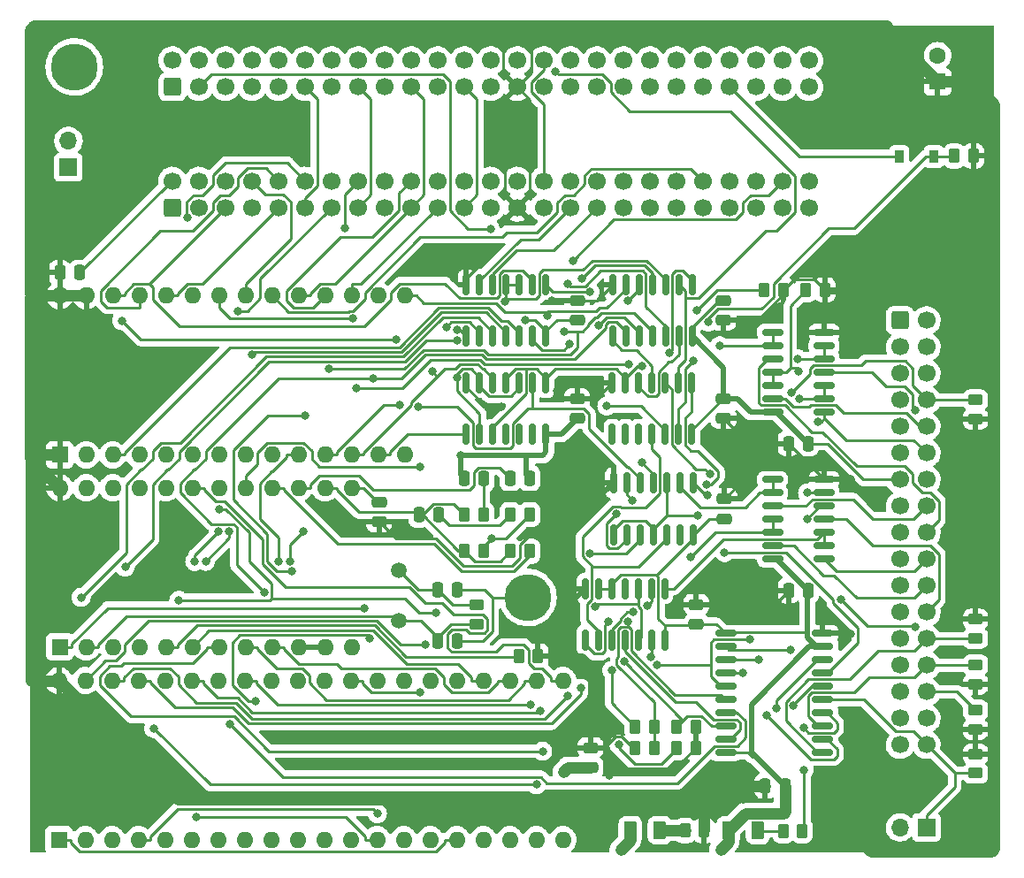
<source format=gbr>
%TF.GenerationSoftware,KiCad,Pcbnew,(6.0.7)*%
%TF.CreationDate,2022-12-20T23:04:02+00:00*%
%TF.ProjectId,CPC464-2MINIDDI,43504334-3634-42d3-924d-494e49444449,rev?*%
%TF.SameCoordinates,Original*%
%TF.FileFunction,Copper,L1,Top*%
%TF.FilePolarity,Positive*%
%FSLAX46Y46*%
G04 Gerber Fmt 4.6, Leading zero omitted, Abs format (unit mm)*
G04 Created by KiCad (PCBNEW (6.0.7)) date 2022-12-20 23:04:02*
%MOMM*%
%LPD*%
G01*
G04 APERTURE LIST*
G04 Aperture macros list*
%AMRoundRect*
0 Rectangle with rounded corners*
0 $1 Rounding radius*
0 $2 $3 $4 $5 $6 $7 $8 $9 X,Y pos of 4 corners*
0 Add a 4 corners polygon primitive as box body*
4,1,4,$2,$3,$4,$5,$6,$7,$8,$9,$2,$3,0*
0 Add four circle primitives for the rounded corners*
1,1,$1+$1,$2,$3*
1,1,$1+$1,$4,$5*
1,1,$1+$1,$6,$7*
1,1,$1+$1,$8,$9*
0 Add four rect primitives between the rounded corners*
20,1,$1+$1,$2,$3,$4,$5,0*
20,1,$1+$1,$4,$5,$6,$7,0*
20,1,$1+$1,$6,$7,$8,$9,0*
20,1,$1+$1,$8,$9,$2,$3,0*%
G04 Aperture macros list end*
%TA.AperFunction,SMDPad,CuDef*%
%ADD10RoundRect,0.150000X-0.825000X-0.150000X0.825000X-0.150000X0.825000X0.150000X-0.825000X0.150000X0*%
%TD*%
%TA.AperFunction,SMDPad,CuDef*%
%ADD11RoundRect,0.150000X0.150000X-0.825000X0.150000X0.825000X-0.150000X0.825000X-0.150000X-0.825000X0*%
%TD*%
%TA.AperFunction,ComponentPad*%
%ADD12C,4.500000*%
%TD*%
%TA.AperFunction,SMDPad,CuDef*%
%ADD13RoundRect,0.250000X-0.375000X-0.625000X0.375000X-0.625000X0.375000X0.625000X-0.375000X0.625000X0*%
%TD*%
%TA.AperFunction,SMDPad,CuDef*%
%ADD14RoundRect,0.250000X-0.262500X-0.450000X0.262500X-0.450000X0.262500X0.450000X-0.262500X0.450000X0*%
%TD*%
%TA.AperFunction,SMDPad,CuDef*%
%ADD15RoundRect,0.250000X0.250000X0.475000X-0.250000X0.475000X-0.250000X-0.475000X0.250000X-0.475000X0*%
%TD*%
%TA.AperFunction,SMDPad,CuDef*%
%ADD16RoundRect,0.250000X-0.475000X0.250000X-0.475000X-0.250000X0.475000X-0.250000X0.475000X0.250000X0*%
%TD*%
%TA.AperFunction,SMDPad,CuDef*%
%ADD17RoundRect,0.250000X0.475000X-0.250000X0.475000X0.250000X-0.475000X0.250000X-0.475000X-0.250000X0*%
%TD*%
%TA.AperFunction,SMDPad,CuDef*%
%ADD18RoundRect,0.250000X-0.250000X-0.475000X0.250000X-0.475000X0.250000X0.475000X-0.250000X0.475000X0*%
%TD*%
%TA.AperFunction,SMDPad,CuDef*%
%ADD19RoundRect,0.250000X0.450000X-0.262500X0.450000X0.262500X-0.450000X0.262500X-0.450000X-0.262500X0*%
%TD*%
%TA.AperFunction,SMDPad,CuDef*%
%ADD20RoundRect,0.250000X-0.450000X0.262500X-0.450000X-0.262500X0.450000X-0.262500X0.450000X0.262500X0*%
%TD*%
%TA.AperFunction,ComponentPad*%
%ADD21R,1.600000X1.600000*%
%TD*%
%TA.AperFunction,ComponentPad*%
%ADD22C,1.600000*%
%TD*%
%TA.AperFunction,ComponentPad*%
%ADD23O,1.600000X1.600000*%
%TD*%
%TA.AperFunction,ComponentPad*%
%ADD24C,1.500000*%
%TD*%
%TA.AperFunction,ComponentPad*%
%ADD25R,1.700000X1.700000*%
%TD*%
%TA.AperFunction,ComponentPad*%
%ADD26O,1.700000X1.700000*%
%TD*%
%TA.AperFunction,ComponentPad*%
%ADD27RoundRect,0.250000X0.600000X-0.600000X0.600000X0.600000X-0.600000X0.600000X-0.600000X-0.600000X0*%
%TD*%
%TA.AperFunction,ComponentPad*%
%ADD28C,1.700000*%
%TD*%
%TA.AperFunction,SMDPad,CuDef*%
%ADD29RoundRect,0.150000X-0.875000X-0.150000X0.875000X-0.150000X0.875000X0.150000X-0.875000X0.150000X0*%
%TD*%
%TA.AperFunction,SMDPad,CuDef*%
%ADD30RoundRect,0.250000X0.262500X0.450000X-0.262500X0.450000X-0.262500X-0.450000X0.262500X-0.450000X0*%
%TD*%
%TA.AperFunction,ComponentPad*%
%ADD31RoundRect,0.250000X-0.600000X-0.600000X0.600000X-0.600000X0.600000X0.600000X-0.600000X0.600000X0*%
%TD*%
%TA.AperFunction,SMDPad,CuDef*%
%ADD32R,0.900000X1.200000*%
%TD*%
%TA.AperFunction,ViaPad*%
%ADD33C,0.800000*%
%TD*%
%TA.AperFunction,Conductor*%
%ADD34C,0.250000*%
%TD*%
%TA.AperFunction,Conductor*%
%ADD35C,0.540000*%
%TD*%
%TA.AperFunction,Conductor*%
%ADD36C,1.080000*%
%TD*%
G04 APERTURE END LIST*
D10*
%TO.P,IC408,1*%
%TO.N,Net-(IC408-Pad1)*%
X105119400Y-65481200D03*
%TO.P,IC408,2*%
X105119400Y-66751200D03*
%TO.P,IC408,3*%
%TO.N,fMOTOR1*%
X105119400Y-68021200D03*
%TO.P,IC408,4*%
%TO.N,uWDATA*%
X105119400Y-69291200D03*
%TO.P,IC408,5*%
X105119400Y-70561200D03*
%TO.P,IC408,6*%
%TO.N,fWDATA*%
X105119400Y-71831200D03*
%TO.P,IC408,7,GND*%
%TO.N,GND*%
X105119400Y-73101200D03*
%TO.P,IC408,8*%
%TO.N,fSTEP*%
X110069400Y-73101200D03*
%TO.P,IC408,9*%
%TO.N,Net-(IC405-Pad8)*%
X110069400Y-71831200D03*
%TO.P,IC408,10*%
X110069400Y-70561200D03*
%TO.P,IC408,11*%
%TO.N,fWGATE*%
X110069400Y-69291200D03*
%TO.P,IC408,12*%
%TO.N,Net-(IC401-Pad35)*%
X110069400Y-68021200D03*
%TO.P,IC408,13*%
%TO.N,Net-(IC401-Pad25)*%
X110069400Y-66751200D03*
%TO.P,IC408,14,VCC*%
%TO.N,5V*%
X110069400Y-65481200D03*
%TD*%
D11*
%TO.P,IC412,1,~{R}*%
%TO.N,uDACK*%
X89890600Y-70750200D03*
%TO.P,IC412,2,D*%
%TO.N,Net-(IC411-Pad12)*%
X91160600Y-70750200D03*
%TO.P,IC412,3,C*%
%TO.N,Net-(IC407-Pad8)*%
X92430600Y-70750200D03*
%TO.P,IC412,4,~{S}*%
%TO.N,uDACK*%
X93700600Y-70750200D03*
%TO.P,IC412,5,Q*%
%TO.N,SELECT*%
X94970600Y-70750200D03*
%TO.P,IC412,6,~{Q}*%
%TO.N,unconnected-(IC412-Pad6)*%
X96240600Y-70750200D03*
%TO.P,IC412,7,GND*%
%TO.N,GND*%
X97510600Y-70750200D03*
%TO.P,IC412,8,~{Q}*%
%TO.N,Net-(IC403-Pad17)*%
X97510600Y-65800200D03*
%TO.P,IC412,9,Q*%
%TO.N,Net-(IC408-Pad1)*%
X96240600Y-65800200D03*
%TO.P,IC412,10,~{S}*%
%TO.N,uDACK*%
X94970600Y-65800200D03*
%TO.P,IC412,11,C*%
%TO.N,Net-(IC411-Pad8)*%
X93700600Y-65800200D03*
%TO.P,IC412,12,D*%
%TO.N,/D0*%
X92430600Y-65800200D03*
%TO.P,IC412,13,~{R}*%
%TO.N,!R*%
X91160600Y-65800200D03*
%TO.P,IC412,14,VCC*%
%TO.N,5V*%
X89890600Y-65800200D03*
%TD*%
D12*
%TO.P,H7,1,1*%
%TO.N,GND*%
X81706800Y-76779200D03*
%TD*%
D13*
%TO.P,D450,1,K*%
%TO.N,GND*%
X100911200Y-99060000D03*
%TO.P,D450,2,A*%
%TO.N,Net-(D450-Pad2)*%
X103711200Y-99060000D03*
%TD*%
D14*
%TO.P,R411,1*%
%TO.N,uDACK2K*%
X104319700Y-47345600D03*
%TO.P,R411,2*%
%TO.N,5V*%
X106144700Y-47345600D03*
%TD*%
D15*
%TO.P,C453,1*%
%TO.N,GND*%
X81899800Y-65354200D03*
%TO.P,C453,2*%
%TO.N,Net-(C453-Pad2)*%
X79999800Y-65354200D03*
%TD*%
D14*
%TO.P,R454,1*%
%TO.N,Net-(C454-Pad2)*%
X80037300Y-68834000D03*
%TO.P,R454,2*%
%TO.N,Net-(IC451-Pad17)*%
X81862300Y-68834000D03*
%TD*%
D16*
%TO.P,C408,1*%
%TO.N,5V*%
X86410800Y-57724000D03*
%TO.P,C408,2*%
%TO.N,GND*%
X86410800Y-59624000D03*
%TD*%
D17*
%TO.P,C407,1*%
%TO.N,5V*%
X100406200Y-50226000D03*
%TO.P,C407,2*%
%TO.N,GND*%
X100406200Y-48326000D03*
%TD*%
D18*
%TO.P,C412,1*%
%TO.N,5V*%
X106644400Y-62026800D03*
%TO.P,C412,2*%
%TO.N,GND*%
X108544400Y-62026800D03*
%TD*%
D11*
%TO.P,IC410,1*%
%TO.N,N/C*%
X89789000Y-61149000D03*
%TO.P,IC410,2*%
X91059000Y-61149000D03*
%TO.P,IC410,3*%
X92329000Y-61149000D03*
%TO.P,IC410,4*%
%TO.N,SELECT*%
X93599000Y-61149000D03*
%TO.P,IC410,5*%
%TO.N,/A15*%
X94869000Y-61149000D03*
%TO.P,IC410,6*%
%TO.N,IC404EN*%
X96139000Y-61149000D03*
%TO.P,IC410,7,GND*%
%TO.N,GND*%
X97409000Y-61149000D03*
%TO.P,IC410,8*%
%TO.N,uCS*%
X97409000Y-56199000D03*
%TO.P,IC410,9*%
%TO.N,/A8*%
X96139000Y-56199000D03*
%TO.P,IC410,10*%
%TO.N,Net-(IC403-Pad12)*%
X94869000Y-56199000D03*
%TO.P,IC410,11*%
%TO.N,Net-(IC410-Pad11)*%
X93599000Y-56199000D03*
%TO.P,IC410,12*%
%TO.N,Net-(IC410-Pad12)*%
X92329000Y-56199000D03*
%TO.P,IC410,13*%
%TO.N,uDACK2K*%
X91059000Y-56199000D03*
%TO.P,IC410,14,VCC*%
%TO.N,5V*%
X89789000Y-56199000D03*
%TD*%
D12*
%TO.P,H1,1,1*%
%TO.N,GND*%
X38272800Y-25979200D03*
%TD*%
D19*
%TO.P,R404,1*%
%TO.N,5V*%
X124561600Y-85062700D03*
%TO.P,R404,2*%
%TO.N,fWRITEPROT*%
X124561600Y-83237700D03*
%TD*%
D20*
%TO.P,R405,1*%
%TO.N,5V*%
X124561600Y-78868900D03*
%TO.P,R405,2*%
%TO.N,fTRACK0*%
X124561600Y-80693900D03*
%TD*%
D17*
%TO.P,C404,1*%
%TO.N,5V*%
X67462400Y-69545200D03*
%TO.P,C404,2*%
%TO.N,GND*%
X67462400Y-67645200D03*
%TD*%
D14*
%TO.P,R416,1*%
%TO.N,Net-(IC403-Pad8)*%
X95963100Y-89128600D03*
%TO.P,R416,2*%
%TO.N,5V*%
X97788100Y-89128600D03*
%TD*%
D21*
%TO.P,C401,1*%
%TO.N,5V*%
X120929400Y-27392000D03*
D22*
%TO.P,C401,2*%
%TO.N,GND*%
X120929400Y-24892000D03*
%TD*%
D16*
%TO.P,C403,1*%
%TO.N,5V*%
X87706200Y-91150400D03*
%TO.P,C403,2*%
%TO.N,GND*%
X87706200Y-93050400D03*
%TD*%
D21*
%TO.P,IC404,1,VPP*%
%TO.N,5V*%
X36880800Y-63114000D03*
D23*
%TO.P,IC404,2,A12*%
%TO.N,/A12*%
X39420800Y-63114000D03*
%TO.P,IC404,3,A7*%
%TO.N,/A7*%
X41960800Y-63114000D03*
%TO.P,IC404,4,A6*%
%TO.N,/A6*%
X44500800Y-63114000D03*
%TO.P,IC404,5,A5*%
%TO.N,/A5*%
X47040800Y-63114000D03*
%TO.P,IC404,6,A4*%
%TO.N,/A4*%
X49580800Y-63114000D03*
%TO.P,IC404,7,A3*%
%TO.N,/A3*%
X52120800Y-63114000D03*
%TO.P,IC404,8,A2*%
%TO.N,/A2*%
X54660800Y-63114000D03*
%TO.P,IC404,9,A1*%
%TO.N,/A1*%
X57200800Y-63114000D03*
%TO.P,IC404,10,A0*%
%TO.N,/A0*%
X59740800Y-63114000D03*
%TO.P,IC404,11,D0*%
%TO.N,/D0*%
X62280800Y-63114000D03*
%TO.P,IC404,12,D1*%
%TO.N,/D1*%
X64820800Y-63114000D03*
%TO.P,IC404,13,D2*%
%TO.N,/D2*%
X67360800Y-63114000D03*
%TO.P,IC404,14,GND*%
%TO.N,GND*%
X69900800Y-63114000D03*
%TO.P,IC404,15,D3*%
%TO.N,/D3*%
X69900800Y-47874000D03*
%TO.P,IC404,16,D4*%
%TO.N,/D4*%
X67360800Y-47874000D03*
%TO.P,IC404,17,D5*%
%TO.N,/D5*%
X64820800Y-47874000D03*
%TO.P,IC404,18,D6*%
%TO.N,/D6*%
X62280800Y-47874000D03*
%TO.P,IC404,19,D7*%
%TO.N,/D7*%
X59740800Y-47874000D03*
%TO.P,IC404,20,~{CE}*%
%TO.N,ROMEN*%
X57200800Y-47874000D03*
%TO.P,IC404,21,A10*%
%TO.N,/A10*%
X54660800Y-47874000D03*
%TO.P,IC404,22,~{OE}*%
%TO.N,IC404EN*%
X52120800Y-47874000D03*
%TO.P,IC404,23,A11*%
%TO.N,/A11*%
X49580800Y-47874000D03*
%TO.P,IC404,24,A9*%
%TO.N,/A9*%
X47040800Y-47874000D03*
%TO.P,IC404,25,A8*%
%TO.N,/A8*%
X44500800Y-47874000D03*
%TO.P,IC404,26,A13*%
%TO.N,/A13*%
X41960800Y-47874000D03*
%TO.P,IC404,27,~{PGM}*%
%TO.N,5V*%
X39420800Y-47874000D03*
%TO.P,IC404,28,VCC*%
X36880800Y-47874000D03*
%TD*%
D18*
%TO.P,C455,1*%
%TO.N,GND*%
X75605600Y-65405000D03*
%TO.P,C455,2*%
%TO.N,Net-(C455-Pad2)*%
X77505600Y-65405000D03*
%TD*%
D13*
%TO.P,D451,1,K*%
%TO.N,GND*%
X91513200Y-99060000D03*
%TO.P,D451,2,A*%
%TO.N,Net-(D451-Pad2)*%
X94313200Y-99060000D03*
%TD*%
D20*
%TO.P,R451,1*%
%TO.N,Net-(C451-Pad1)*%
X76809600Y-77497300D03*
%TO.P,R451,2*%
%TO.N,Net-(C452-Pad1)*%
X76809600Y-79322300D03*
%TD*%
D18*
%TO.P,C413,1*%
%TO.N,5V*%
X106644400Y-76123800D03*
%TO.P,C413,2*%
%TO.N,GND*%
X108544400Y-76123800D03*
%TD*%
D24*
%TO.P,X451,1,1*%
%TO.N,Net-(C452-Pad1)*%
X69367400Y-79031000D03*
%TO.P,X451,2,2*%
%TO.N,Net-(C451-Pad1)*%
X69367400Y-74151000D03*
%TD*%
D19*
%TO.P,R403,1*%
%TO.N,5V*%
X124561600Y-59688100D03*
%TO.P,R403,2*%
%TO.N,fINDEX*%
X124561600Y-57863100D03*
%TD*%
D16*
%TO.P,C410,1*%
%TO.N,5V*%
X100533200Y-67325200D03*
%TO.P,C410,2*%
%TO.N,GND*%
X100533200Y-69225200D03*
%TD*%
D18*
%TO.P,C414,1*%
%TO.N,5V*%
X104409200Y-94818200D03*
%TO.P,C414,2*%
%TO.N,GND*%
X106309200Y-94818200D03*
%TD*%
D20*
%TO.P,R452,1*%
%TO.N,fREAD*%
X124561600Y-87555700D03*
%TO.P,R452,2*%
%TO.N,5V*%
X124561600Y-89380700D03*
%TD*%
D25*
%TO.P,LK401,1,Pin_1*%
%TO.N,EXP*%
X37719000Y-35590400D03*
D26*
%TO.P,LK401,2,Pin_2*%
%TO.N,GND*%
X37719000Y-33050400D03*
%TD*%
D14*
%TO.P,R453,1*%
%TO.N,Net-(IC451-Pad5)*%
X80852000Y-82372200D03*
%TO.P,R453,2*%
%TO.N,5V*%
X82677000Y-82372200D03*
%TD*%
D16*
%TO.P,C411,1*%
%TO.N,5V*%
X97815400Y-77434400D03*
%TO.P,C411,2*%
%TO.N,GND*%
X97815400Y-79334400D03*
%TD*%
D17*
%TO.P,C409,1*%
%TO.N,5V*%
X100431600Y-59624000D03*
%TO.P,C409,2*%
%TO.N,GND*%
X100431600Y-57724000D03*
%TD*%
D14*
%TO.P,R457,1*%
%TO.N,Net-(C454-Pad1)*%
X75643100Y-68834000D03*
%TO.P,R457,2*%
%TO.N,Net-(C455-Pad2)*%
X77468100Y-68834000D03*
%TD*%
D21*
%TO.P,IC451,1,OSC1*%
%TO.N,Net-(C451-Pad1)*%
X36880800Y-81508600D03*
D23*
%TO.P,IC451,2,OSC2*%
%TO.N,Net-(C452-Pad1)*%
X39420800Y-81508600D03*
%TO.P,IC451,3,CLK1*%
%TO.N,uCLK*%
X41960800Y-81508600D03*
%TO.P,IC451,4,TEST2*%
%TO.N,unconnected-(IC451-Pad4)*%
X44500800Y-81508600D03*
%TO.P,IC451,5,DRQ*%
%TO.N,Net-(IC451-Pad5)*%
X47040800Y-81508600D03*
%TO.P,IC451,6,SYNC*%
%TO.N,uSYNC*%
X49580800Y-81508600D03*
%TO.P,IC451,7,RD_DATA*%
%TO.N,Net-(IC403-Pad18)*%
X52120800Y-81508600D03*
%TO.P,IC451,8,WINDOW*%
%TO.N,uWINDOW*%
X54660800Y-81508600D03*
%TO.P,IC451,9,DATA*%
%TO.N,uRDATA*%
X57200800Y-81508600D03*
%TO.P,IC451,10,MFM/FM*%
%TO.N,5V*%
X59740800Y-81508600D03*
%TO.P,IC451,11,MIN/STD*%
X62280800Y-81508600D03*
%TO.P,IC451,12,GND1*%
%TO.N,GND*%
X64820800Y-81508600D03*
%TO.P,IC451,13,GND2*%
X64820800Y-66268600D03*
%TO.P,IC451,14,CONTROL*%
%TO.N,Net-(C454-Pad1)*%
X62280800Y-66268600D03*
%TO.P,IC451,15,OFFSET*%
%TO.N,Net-(C453-Pad2)*%
X59740800Y-66268600D03*
%TO.P,IC451,16,LPF1*%
%TO.N,Net-(IC451-Pad16)*%
X57200800Y-66268600D03*
%TO.P,IC451,17,LPF2*%
%TO.N,Net-(IC451-Pad17)*%
X54660800Y-66268600D03*
%TO.P,IC451,18,TEST1*%
%TO.N,unconnected-(IC451-Pad18)*%
X52120800Y-66268600D03*
%TO.P,IC451,19,WCLK*%
%TO.N,uWCLK*%
X49580800Y-66268600D03*
%TO.P,IC451,20,CR*%
%TO.N,unconnected-(IC451-Pad20)*%
X47040800Y-66268600D03*
%TO.P,IC451,21,CLK2*%
%TO.N,unconnected-(IC451-Pad21)*%
X44500800Y-66268600D03*
%TO.P,IC451,22,TRIG_IN*%
%TO.N,unconnected-(IC451-Pad22)*%
X41960800Y-66268600D03*
%TO.P,IC451,23,TM_OUT*%
%TO.N,unconnected-(IC451-Pad23)*%
X39420800Y-66268600D03*
%TO.P,IC451,24,VCC*%
%TO.N,5V*%
X36880800Y-66268600D03*
%TD*%
D14*
%TO.P,R459,1*%
%TO.N,Net-(D451-Pad2)*%
X96750500Y-99085400D03*
%TO.P,R459,2*%
%TO.N,5V*%
X98575500Y-99085400D03*
%TD*%
%TO.P,R455,1*%
%TO.N,Net-(C454-Pad1)*%
X75643100Y-72288400D03*
%TO.P,R455,2*%
%TO.N,Net-(IC451-Pad17)*%
X77468100Y-72288400D03*
%TD*%
%TO.P,R456,1*%
%TO.N,Net-(C454-Pad1)*%
X80037300Y-72339200D03*
%TO.P,R456,2*%
%TO.N,Net-(IC451-Pad16)*%
X81862300Y-72339200D03*
%TD*%
D27*
%TO.P,CE402,1,Pin_1*%
%TO.N,SOUND*%
X47675800Y-39420800D03*
D28*
%TO.P,CE402,2,Pin_2*%
%TO.N,GND*%
X47675800Y-36880800D03*
%TO.P,CE402,3,Pin_3*%
%TO.N,/A15*%
X50215800Y-39420800D03*
%TO.P,CE402,4,Pin_4*%
%TO.N,/A14*%
X50215800Y-36880800D03*
%TO.P,CE402,5,Pin_5*%
%TO.N,/A13*%
X52755800Y-39420800D03*
%TO.P,CE402,6,Pin_6*%
%TO.N,/A12*%
X52755800Y-36880800D03*
%TO.P,CE402,7,Pin_7*%
%TO.N,/A11*%
X55295800Y-39420800D03*
%TO.P,CE402,8,Pin_8*%
%TO.N,/A10*%
X55295800Y-36880800D03*
%TO.P,CE402,9,Pin_9*%
%TO.N,/A9*%
X57835800Y-39420800D03*
%TO.P,CE402,10,Pin_10*%
%TO.N,/A8*%
X57835800Y-36880800D03*
%TO.P,CE402,11,Pin_11*%
%TO.N,/A7*%
X60375800Y-39420800D03*
%TO.P,CE402,12,Pin_12*%
%TO.N,/A6*%
X60375800Y-36880800D03*
%TO.P,CE402,13,Pin_13*%
%TO.N,/A5*%
X62915800Y-39420800D03*
%TO.P,CE402,14,Pin_14*%
%TO.N,/A4*%
X62915800Y-36880800D03*
%TO.P,CE402,15,Pin_15*%
%TO.N,/A3*%
X65455800Y-39420800D03*
%TO.P,CE402,16,Pin_16*%
%TO.N,/A2*%
X65455800Y-36880800D03*
%TO.P,CE402,17,Pin_17*%
%TO.N,/A1*%
X67995800Y-39420800D03*
%TO.P,CE402,18,Pin_18*%
%TO.N,/A0*%
X67995800Y-36880800D03*
%TO.P,CE402,19,Pin_19*%
%TO.N,/D7*%
X70535800Y-39420800D03*
%TO.P,CE402,20,Pin_20*%
%TO.N,/D6*%
X70535800Y-36880800D03*
%TO.P,CE402,21,Pin_21*%
%TO.N,/D5*%
X73075800Y-39420800D03*
%TO.P,CE402,22,Pin_22*%
%TO.N,/D4*%
X73075800Y-36880800D03*
%TO.P,CE402,23,Pin_23*%
%TO.N,/D3*%
X75615800Y-39420800D03*
%TO.P,CE402,24,Pin_24*%
%TO.N,/D2*%
X75615800Y-36880800D03*
%TO.P,CE402,25,Pin_25*%
%TO.N,/D1*%
X78155800Y-39420800D03*
%TO.P,CE402,26,Pin_26*%
%TO.N,/D0*%
X78155800Y-36880800D03*
%TO.P,CE402,27,Pin_27*%
%TO.N,5V*%
X80695800Y-39420800D03*
%TO.P,CE402,28,Pin_28*%
%TO.N,MREQ*%
X80695800Y-36880800D03*
%TO.P,CE402,29,Pin_29*%
%TO.N,M1*%
X83235800Y-39420800D03*
%TO.P,CE402,30,Pin_30*%
%TO.N,RFSH*%
X83235800Y-36880800D03*
%TO.P,CE402,31,Pin_31*%
%TO.N,IORQ*%
X85775800Y-39420800D03*
%TO.P,CE402,32,Pin_32*%
%TO.N,RD*%
X85775800Y-36880800D03*
%TO.P,CE402,33,Pin_33*%
%TO.N,WR*%
X88315800Y-39420800D03*
%TO.P,CE402,34,Pin_34*%
%TO.N,HALT*%
X88315800Y-36880800D03*
%TO.P,CE402,35,Pin_35*%
%TO.N,INT*%
X90855800Y-39420800D03*
%TO.P,CE402,36,Pin_36*%
%TO.N,NMI*%
X90855800Y-36880800D03*
%TO.P,CE402,37,Pin_37*%
%TO.N,BUSRQ*%
X93395800Y-39420800D03*
%TO.P,CE402,38,Pin_38*%
%TO.N,BUSAK*%
X93395800Y-36880800D03*
%TO.P,CE402,39,Pin_39*%
%TO.N,READY*%
X95935800Y-39420800D03*
%TO.P,CE402,40,Pin_40*%
%TO.N,BUS*%
X95935800Y-36880800D03*
%TO.P,CE402,41,Pin_41*%
%TO.N,RESET*%
X98475800Y-39420800D03*
%TO.P,CE402,42,Pin_42*%
%TO.N,ROMEN*%
X98475800Y-36880800D03*
%TO.P,CE402,43,Pin_43*%
%TO.N,ROMDIS*%
X101015800Y-39420800D03*
%TO.P,CE402,44,Pin_44*%
%TO.N,RAMRD*%
X101015800Y-36880800D03*
%TO.P,CE402,45,Pin_45*%
%TO.N,RAMDIS*%
X103555800Y-39420800D03*
%TO.P,CE402,46,Pin_46*%
%TO.N,CURSOR*%
X103555800Y-36880800D03*
%TO.P,CE402,47,Pin_47*%
%TO.N,LPEN*%
X106095800Y-39420800D03*
%TO.P,CE402,48,Pin_48*%
%TO.N,EXP*%
X106095800Y-36880800D03*
%TO.P,CE402,49,Pin_49*%
%TO.N,GND*%
X108635800Y-39420800D03*
%TO.P,CE402,50,Pin_50*%
%TO.N,A100*%
X108635800Y-36880800D03*
%TD*%
D11*
%TO.P,IC409,1*%
%TO.N,/D2*%
X75819000Y-61149000D03*
%TO.P,IC409,2*%
%TO.N,EXP*%
X77089000Y-61149000D03*
%TO.P,IC409,3*%
%TO.N,uDACK2K*%
X78359000Y-61149000D03*
%TO.P,IC409,4*%
%TO.N,N/C*%
X79629000Y-61149000D03*
%TO.P,IC409,5*%
X80899000Y-61149000D03*
%TO.P,IC409,6*%
X82169000Y-61149000D03*
%TO.P,IC409,7,GND*%
%TO.N,GND*%
X83439000Y-61149000D03*
%TO.P,IC409,8*%
%TO.N,uDACK2K*%
X83439000Y-56199000D03*
%TO.P,IC409,9*%
%TO.N,/D0*%
X82169000Y-56199000D03*
%TO.P,IC409,10*%
%TO.N,EXP*%
X80899000Y-56199000D03*
%TO.P,IC409,11*%
%TO.N,uDACK2K*%
X79629000Y-56199000D03*
%TO.P,IC409,12*%
%TO.N,/D1*%
X78359000Y-56199000D03*
%TO.P,IC409,13*%
%TO.N,EXP*%
X77089000Y-56199000D03*
%TO.P,IC409,14,VCC*%
%TO.N,5V*%
X75819000Y-56199000D03*
%TD*%
D27*
%TO.P,CE401,1,Pin_1*%
%TO.N,SOUND*%
X47675800Y-27889200D03*
D28*
%TO.P,CE401,2,Pin_2*%
%TO.N,GND*%
X47675800Y-25349200D03*
%TO.P,CE401,3,Pin_3*%
%TO.N,/A15*%
X50215800Y-27889200D03*
%TO.P,CE401,4,Pin_4*%
%TO.N,/A14*%
X50215800Y-25349200D03*
%TO.P,CE401,5,Pin_5*%
%TO.N,/A13*%
X52755800Y-27889200D03*
%TO.P,CE401,6,Pin_6*%
%TO.N,/A12*%
X52755800Y-25349200D03*
%TO.P,CE401,7,Pin_7*%
%TO.N,/A11*%
X55295800Y-27889200D03*
%TO.P,CE401,8,Pin_8*%
%TO.N,/A10*%
X55295800Y-25349200D03*
%TO.P,CE401,9,Pin_9*%
%TO.N,/A9*%
X57835800Y-27889200D03*
%TO.P,CE401,10,Pin_10*%
%TO.N,/A8*%
X57835800Y-25349200D03*
%TO.P,CE401,11,Pin_11*%
%TO.N,/A7*%
X60375800Y-27889200D03*
%TO.P,CE401,12,Pin_12*%
%TO.N,/A6*%
X60375800Y-25349200D03*
%TO.P,CE401,13,Pin_13*%
%TO.N,/A5*%
X62915800Y-27889200D03*
%TO.P,CE401,14,Pin_14*%
%TO.N,/A4*%
X62915800Y-25349200D03*
%TO.P,CE401,15,Pin_15*%
%TO.N,/A3*%
X65455800Y-27889200D03*
%TO.P,CE401,16,Pin_16*%
%TO.N,/A2*%
X65455800Y-25349200D03*
%TO.P,CE401,17,Pin_17*%
%TO.N,/A1*%
X67995800Y-27889200D03*
%TO.P,CE401,18,Pin_18*%
%TO.N,/A0*%
X67995800Y-25349200D03*
%TO.P,CE401,19,Pin_19*%
%TO.N,/D7*%
X70535800Y-27889200D03*
%TO.P,CE401,20,Pin_20*%
%TO.N,/D6*%
X70535800Y-25349200D03*
%TO.P,CE401,21,Pin_21*%
%TO.N,/D5*%
X73075800Y-27889200D03*
%TO.P,CE401,22,Pin_22*%
%TO.N,/D4*%
X73075800Y-25349200D03*
%TO.P,CE401,23,Pin_23*%
%TO.N,/D3*%
X75615800Y-27889200D03*
%TO.P,CE401,24,Pin_24*%
%TO.N,/D2*%
X75615800Y-25349200D03*
%TO.P,CE401,25,Pin_25*%
%TO.N,/D1*%
X78155800Y-27889200D03*
%TO.P,CE401,26,Pin_26*%
%TO.N,/D0*%
X78155800Y-25349200D03*
%TO.P,CE401,27,Pin_27*%
%TO.N,5V*%
X80695800Y-27889200D03*
%TO.P,CE401,28,Pin_28*%
%TO.N,MREQ*%
X80695800Y-25349200D03*
%TO.P,CE401,29,Pin_29*%
%TO.N,M1*%
X83235800Y-27889200D03*
%TO.P,CE401,30,Pin_30*%
%TO.N,RFSH*%
X83235800Y-25349200D03*
%TO.P,CE401,31,Pin_31*%
%TO.N,IORQ*%
X85775800Y-27889200D03*
%TO.P,CE401,32,Pin_32*%
%TO.N,RD*%
X85775800Y-25349200D03*
%TO.P,CE401,33,Pin_33*%
%TO.N,WR*%
X88315800Y-27889200D03*
%TO.P,CE401,34,Pin_34*%
%TO.N,HALT*%
X88315800Y-25349200D03*
%TO.P,CE401,35,Pin_35*%
%TO.N,INT*%
X90855800Y-27889200D03*
%TO.P,CE401,36,Pin_36*%
%TO.N,NMI*%
X90855800Y-25349200D03*
%TO.P,CE401,37,Pin_37*%
%TO.N,BUSRQ*%
X93395800Y-27889200D03*
%TO.P,CE401,38,Pin_38*%
%TO.N,BUSAK*%
X93395800Y-25349200D03*
%TO.P,CE401,39,Pin_39*%
%TO.N,READY*%
X95935800Y-27889200D03*
%TO.P,CE401,40,Pin_40*%
%TO.N,BUS*%
X95935800Y-25349200D03*
%TO.P,CE401,41,Pin_41*%
%TO.N,RESET*%
X98475800Y-27889200D03*
%TO.P,CE401,42,Pin_42*%
%TO.N,ROMEN*%
X98475800Y-25349200D03*
%TO.P,CE401,43,Pin_43*%
%TO.N,ROMDIS*%
X101015800Y-27889200D03*
%TO.P,CE401,44,Pin_44*%
%TO.N,RAMRD*%
X101015800Y-25349200D03*
%TO.P,CE401,45,Pin_45*%
%TO.N,RAMDIS*%
X103555800Y-27889200D03*
%TO.P,CE401,46,Pin_46*%
%TO.N,CURSOR*%
X103555800Y-25349200D03*
%TO.P,CE401,47,Pin_47*%
%TO.N,LPEN*%
X106095800Y-27889200D03*
%TO.P,CE401,48,Pin_48*%
%TO.N,EXP*%
X106095800Y-25349200D03*
%TO.P,CE401,49,Pin_49*%
%TO.N,GND*%
X108635800Y-27889200D03*
%TO.P,CE401,50,Pin_50*%
%TO.N,A100*%
X108635800Y-25349200D03*
%TD*%
D14*
%TO.P,R458,1*%
%TO.N,Net-(D450-Pad2)*%
X106148500Y-99110800D03*
%TO.P,R458,2*%
%TO.N,Net-(IC403-Pad3)*%
X107973500Y-99110800D03*
%TD*%
D11*
%TO.P,IC405,1*%
%TO.N,/A15*%
X87172800Y-80859400D03*
%TO.P,IC405,2*%
%TO.N,SELECT*%
X88442800Y-80859400D03*
%TO.P,IC405,3*%
%TO.N,Net-(D401-Pad2)*%
X89712800Y-80859400D03*
%TO.P,IC405,4*%
%TO.N,Net-(IC403-Pad9)*%
X90982800Y-80859400D03*
%TO.P,IC405,5*%
%TO.N,Net-(IC401-Pad39)*%
X92252800Y-80859400D03*
%TO.P,IC405,6*%
%TO.N,Net-(IC401-Pad33)*%
X93522800Y-80859400D03*
%TO.P,IC405,7,GND*%
%TO.N,GND*%
X94792800Y-80859400D03*
%TO.P,IC405,8*%
%TO.N,Net-(IC405-Pad8)*%
X94792800Y-75909400D03*
%TO.P,IC405,9*%
%TO.N,Net-(IC401-Pad37)*%
X93522800Y-75909400D03*
%TO.P,IC405,10*%
%TO.N,Net-(IC401-Pad39)*%
X92252800Y-75909400D03*
%TO.P,IC405,11*%
%TO.N,unconnected-(IC405-Pad11)*%
X90982800Y-75909400D03*
%TO.P,IC405,12*%
%TO.N,GND*%
X89712800Y-75909400D03*
%TO.P,IC405,13*%
X88442800Y-75909400D03*
%TO.P,IC405,14,VCC*%
%TO.N,5V*%
X87172800Y-75909400D03*
%TD*%
D29*
%TO.P,IC403,1*%
%TO.N,GND*%
X100633000Y-80187800D03*
%TO.P,IC403,2*%
%TO.N,fREAD*%
X100633000Y-81457800D03*
%TO.P,IC403,3*%
%TO.N,Net-(IC403-Pad3)*%
X100633000Y-82727800D03*
%TO.P,IC403,4*%
%TO.N,fINDEX*%
X100633000Y-83997800D03*
%TO.P,IC403,5*%
%TO.N,Net-(IC401-Pad35)*%
X100633000Y-85267800D03*
%TO.P,IC403,6*%
%TO.N,!R*%
X100633000Y-86537800D03*
%TO.P,IC403,7*%
%TO.N,Net-(IC401-Pad34)*%
X100633000Y-87807800D03*
%TO.P,IC403,8*%
%TO.N,Net-(IC403-Pad8)*%
X100633000Y-89077800D03*
%TO.P,IC403,9*%
%TO.N,Net-(IC403-Pad9)*%
X100633000Y-90347800D03*
%TO.P,IC403,10,GND*%
%TO.N,GND*%
X100633000Y-91617800D03*
%TO.P,IC403,11*%
%TO.N,fTRACK0*%
X109933000Y-91617800D03*
%TO.P,IC403,12*%
%TO.N,Net-(IC403-Pad12)*%
X109933000Y-90347800D03*
%TO.P,IC403,13*%
%TO.N,fWRITEPROT*%
X109933000Y-89077800D03*
%TO.P,IC403,14*%
%TO.N,uRESET*%
X109933000Y-87807800D03*
%TO.P,IC403,15*%
%TO.N,fREADY*%
X109933000Y-86537800D03*
%TO.P,IC403,16*%
%TO.N,Net-(IC401-Pad17)*%
X109933000Y-85267800D03*
%TO.P,IC403,17*%
%TO.N,Net-(IC403-Pad17)*%
X109933000Y-83997800D03*
%TO.P,IC403,18*%
%TO.N,Net-(IC403-Pad18)*%
X109933000Y-82727800D03*
%TO.P,IC403,19*%
%TO.N,GND*%
X109933000Y-81457800D03*
%TO.P,IC403,20,VCC*%
%TO.N,5V*%
X109933000Y-80187800D03*
%TD*%
D18*
%TO.P,C451,1*%
%TO.N,Net-(C451-Pad1)*%
X73040200Y-76022200D03*
%TO.P,C451,2*%
%TO.N,GND*%
X74940200Y-76022200D03*
%TD*%
D30*
%TO.P,R418,1*%
%TO.N,!R*%
X93774900Y-89128600D03*
%TO.P,R418,2*%
%TO.N,RESET*%
X91949900Y-89128600D03*
%TD*%
D14*
%TO.P,R406,1*%
%TO.N,Net-(D401-Pad2)*%
X122531500Y-34493200D03*
%TO.P,R406,2*%
%TO.N,5V*%
X124356500Y-34493200D03*
%TD*%
D11*
%TO.P,IC411,1*%
%TO.N,Net-(IC410-Pad11)*%
X89814400Y-51751000D03*
%TO.P,IC411,2*%
%TO.N,/D4*%
X91084400Y-51751000D03*
%TO.P,IC411,3*%
%TO.N,/D7*%
X92354400Y-51751000D03*
%TO.P,IC411,4*%
%TO.N,/D6*%
X93624400Y-51751000D03*
%TO.P,IC411,5*%
%TO.N,/D5*%
X94894400Y-51751000D03*
%TO.P,IC411,6*%
%TO.N,Net-(IC410-Pad12)*%
X96164400Y-51751000D03*
%TO.P,IC411,7,GND*%
%TO.N,GND*%
X97434400Y-51751000D03*
%TO.P,IC411,8*%
%TO.N,Net-(IC411-Pad8)*%
X97434400Y-46801000D03*
%TO.P,IC411,9*%
%TO.N,/A8*%
X96164400Y-46801000D03*
%TO.P,IC411,10*%
%TO.N,uWR*%
X94894400Y-46801000D03*
%TO.P,IC411,11*%
%TO.N,Net-(IC403-Pad8)*%
X93624400Y-46801000D03*
%TO.P,IC411,12*%
%TO.N,Net-(IC411-Pad12)*%
X92354400Y-46801000D03*
%TO.P,IC411,13*%
%TO.N,/D3*%
X91084400Y-46801000D03*
%TO.P,IC411,14,VCC*%
%TO.N,5V*%
X89814400Y-46801000D03*
%TD*%
D16*
%TO.P,C406,1*%
%TO.N,5V*%
X86410800Y-48326000D03*
%TO.P,C406,2*%
%TO.N,GND*%
X86410800Y-50226000D03*
%TD*%
D18*
%TO.P,C454,1*%
%TO.N,Net-(C454-Pad1)*%
X71262200Y-68859400D03*
%TO.P,C454,2*%
%TO.N,Net-(C454-Pad2)*%
X73162200Y-68859400D03*
%TD*%
D10*
%TO.P,IC406,1*%
%TO.N,Net-(IC401-Pad38)*%
X105119400Y-51384200D03*
%TO.P,IC406,2*%
X105119400Y-52654200D03*
%TO.P,IC406,3*%
%TO.N,fDIR*%
X105119400Y-53924200D03*
%TO.P,IC406,4*%
%TO.N,fDRIVE1*%
X105119400Y-55194200D03*
%TO.P,IC406,5*%
X105119400Y-56464200D03*
%TO.P,IC406,6*%
%TO.N,fDRIVE0*%
X105119400Y-57734200D03*
%TO.P,IC406,7,GND*%
%TO.N,GND*%
X105119400Y-59004200D03*
%TO.P,IC406,8*%
%TO.N,fDRIVE1*%
X110069400Y-59004200D03*
%TO.P,IC406,9*%
%TO.N,Net-(IC401-Pad29)*%
X110069400Y-57734200D03*
%TO.P,IC406,10*%
X110069400Y-56464200D03*
%TO.P,IC406,11*%
%TO.N,fSIDE1*%
X110069400Y-55194200D03*
%TO.P,IC406,12*%
%TO.N,Net-(IC401-Pad27)*%
X110069400Y-53924200D03*
%TO.P,IC406,13*%
X110069400Y-52654200D03*
%TO.P,IC406,14,VCC*%
%TO.N,5V*%
X110069400Y-51384200D03*
%TD*%
D11*
%TO.P,IC407,1*%
%TO.N,IORQ*%
X75819000Y-51751000D03*
%TO.P,IC407,2*%
%TO.N,RD*%
X77089000Y-51751000D03*
%TO.P,IC407,3*%
%TO.N,uRD*%
X78359000Y-51751000D03*
%TO.P,IC407,4*%
%TO.N,/A10*%
X79629000Y-51751000D03*
%TO.P,IC407,5*%
%TO.N,/A7*%
X80899000Y-51751000D03*
%TO.P,IC407,6*%
%TO.N,Net-(IC403-Pad8)*%
X82169000Y-51751000D03*
%TO.P,IC407,7,GND*%
%TO.N,GND*%
X83439000Y-51751000D03*
%TO.P,IC407,8*%
%TO.N,Net-(IC407-Pad8)*%
X83439000Y-46801000D03*
%TO.P,IC407,9*%
%TO.N,/A13*%
X82169000Y-46801000D03*
%TO.P,IC407,10*%
%TO.N,uWR*%
X80899000Y-46801000D03*
%TO.P,IC407,11*%
X79629000Y-46801000D03*
%TO.P,IC407,12*%
%TO.N,WR*%
X78359000Y-46801000D03*
%TO.P,IC407,13*%
%TO.N,IORQ*%
X77089000Y-46801000D03*
%TO.P,IC407,14,VCC*%
%TO.N,5V*%
X75819000Y-46801000D03*
%TD*%
D25*
%TO.P,LK402,1,Pin_1*%
%TO.N,fREADY*%
X119867600Y-98780600D03*
D26*
%TO.P,LK402,2,Pin_2*%
%TO.N,GND*%
X117327600Y-98780600D03*
%TD*%
D31*
%TO.P,CD402,1,Pin_1*%
%TO.N,GND*%
X117332100Y-50241200D03*
D28*
%TO.P,CD402,2,Pin_2*%
%TO.N,unconnected-(CD402-Pad2)*%
X119872100Y-50241200D03*
%TO.P,CD402,3,Pin_3*%
%TO.N,GND*%
X117332100Y-52781200D03*
%TO.P,CD402,4,Pin_4*%
%TO.N,unconnected-(CD402-Pad4)*%
X119872100Y-52781200D03*
%TO.P,CD402,5,Pin_5*%
%TO.N,GND*%
X117332100Y-55321200D03*
%TO.P,CD402,6,Pin_6*%
%TO.N,unconnected-(CD402-Pad6)*%
X119872100Y-55321200D03*
%TO.P,CD402,7,Pin_7*%
%TO.N,GND*%
X117332100Y-57861200D03*
%TO.P,CD402,8,Pin_8*%
%TO.N,fINDEX*%
X119872100Y-57861200D03*
%TO.P,CD402,9,Pin_9*%
%TO.N,GND*%
X117332100Y-60401200D03*
%TO.P,CD402,10,Pin_10*%
%TO.N,fDRIVE0*%
X119872100Y-60401200D03*
%TO.P,CD402,11,Pin_11*%
%TO.N,GND*%
X117332100Y-62941200D03*
%TO.P,CD402,12,Pin_12*%
%TO.N,fDRIVE1*%
X119872100Y-62941200D03*
%TO.P,CD402,13,Pin_13*%
%TO.N,GND*%
X117332100Y-65481200D03*
%TO.P,CD402,14,Pin_14*%
%TO.N,unconnected-(CD402-Pad14)*%
X119872100Y-65481200D03*
%TO.P,CD402,15,Pin_15*%
%TO.N,GND*%
X117332100Y-68021200D03*
%TO.P,CD402,16,Pin_16*%
%TO.N,fMOTOR1*%
X119872100Y-68021200D03*
%TO.P,CD402,17,Pin_17*%
%TO.N,GND*%
X117332100Y-70561200D03*
%TO.P,CD402,18,Pin_18*%
%TO.N,fDIR*%
X119872100Y-70561200D03*
%TO.P,CD402,19,Pin_19*%
%TO.N,GND*%
X117332100Y-73101200D03*
%TO.P,CD402,20,Pin_20*%
%TO.N,fSTEP*%
X119872100Y-73101200D03*
%TO.P,CD402,21,Pin_21*%
%TO.N,GND*%
X117332100Y-75641200D03*
%TO.P,CD402,22,Pin_22*%
%TO.N,fWDATA*%
X119872100Y-75641200D03*
%TO.P,CD402,23,Pin_23*%
%TO.N,GND*%
X117332100Y-78181200D03*
%TO.P,CD402,24,Pin_24*%
%TO.N,fWGATE*%
X119872100Y-78181200D03*
%TO.P,CD402,25,Pin_25*%
%TO.N,GND*%
X117332100Y-80721200D03*
%TO.P,CD402,26,Pin_26*%
%TO.N,fTRACK0*%
X119872100Y-80721200D03*
%TO.P,CD402,27,Pin_27*%
%TO.N,GND*%
X117332100Y-83261200D03*
%TO.P,CD402,28,Pin_28*%
%TO.N,fWRITEPROT*%
X119872100Y-83261200D03*
%TO.P,CD402,29,Pin_29*%
%TO.N,GND*%
X117332100Y-85801200D03*
%TO.P,CD402,30,Pin_30*%
%TO.N,fREAD*%
X119872100Y-85801200D03*
%TO.P,CD402,31,Pin_31*%
%TO.N,GND*%
X117332100Y-88341200D03*
%TO.P,CD402,32,Pin_32*%
%TO.N,fSIDE1*%
X119872100Y-88341200D03*
%TO.P,CD402,33,Pin_33*%
%TO.N,GND*%
X117332100Y-90881200D03*
%TO.P,CD402,34,Pin_34*%
%TO.N,fREADY*%
X119872100Y-90881200D03*
%TD*%
D18*
%TO.P,C405,1*%
%TO.N,5V*%
X36880800Y-45669200D03*
%TO.P,C405,2*%
%TO.N,GND*%
X38780800Y-45669200D03*
%TD*%
D14*
%TO.P,R414,1*%
%TO.N,fDRIVE1*%
X108332900Y-47320200D03*
%TO.P,R414,2*%
%TO.N,5V*%
X110157900Y-47320200D03*
%TD*%
D30*
%TO.P,R417,1*%
%TO.N,!R*%
X93774900Y-91186000D03*
%TO.P,R417,2*%
%TO.N,5V*%
X91949900Y-91186000D03*
%TD*%
D20*
%TO.P,R402,1*%
%TO.N,5V*%
X124561600Y-91772100D03*
%TO.P,R402,2*%
%TO.N,fREADY*%
X124561600Y-93597100D03*
%TD*%
D32*
%TO.P,D401,1,K*%
%TO.N,ROMDIS*%
X117272800Y-34544000D03*
%TO.P,D401,2,A*%
%TO.N,Net-(D401-Pad2)*%
X120572800Y-34544000D03*
%TD*%
D30*
%TO.P,R412,1*%
%TO.N,5V*%
X97788100Y-91160600D03*
%TO.P,R412,2*%
%TO.N,uDACK*%
X95963100Y-91160600D03*
%TD*%
D18*
%TO.P,C452,1*%
%TO.N,Net-(C452-Pad1)*%
X73040200Y-80924400D03*
%TO.P,C452,2*%
%TO.N,GND*%
X74940200Y-80924400D03*
%TD*%
D21*
%TO.P,IC401,1,RESET*%
%TO.N,uRESET*%
X36799600Y-99969400D03*
D23*
%TO.P,IC401,2,~{RD}*%
%TO.N,uRD*%
X39339600Y-99969400D03*
%TO.P,IC401,3,~{WR}*%
%TO.N,uWR*%
X41879600Y-99969400D03*
%TO.P,IC401,4,~{CS}*%
%TO.N,uCS*%
X44419600Y-99969400D03*
%TO.P,IC401,5,A0*%
%TO.N,/A0*%
X46959600Y-99969400D03*
%TO.P,IC401,6,D0*%
%TO.N,/D0*%
X49499600Y-99969400D03*
%TO.P,IC401,7,D1*%
%TO.N,/D1*%
X52039600Y-99969400D03*
%TO.P,IC401,8,D2*%
%TO.N,/D2*%
X54579600Y-99969400D03*
%TO.P,IC401,9,D3*%
%TO.N,/D3*%
X57119600Y-99969400D03*
%TO.P,IC401,10,D4*%
%TO.N,/D4*%
X59659600Y-99969400D03*
%TO.P,IC401,11,D5*%
%TO.N,/D5*%
X62199600Y-99969400D03*
%TO.P,IC401,12,D6*%
%TO.N,/D6*%
X64739600Y-99969400D03*
%TO.P,IC401,13,D7*%
%TO.N,/D7*%
X67279600Y-99969400D03*
%TO.P,IC401,14,DRQ*%
%TO.N,unconnected-(IC401-Pad14)*%
X69819600Y-99969400D03*
%TO.P,IC401,15,~{DACK}*%
%TO.N,uDACK*%
X72359600Y-99969400D03*
%TO.P,IC401,16,TC*%
%TO.N,uRESET*%
X74899600Y-99969400D03*
%TO.P,IC401,17,INDEX*%
%TO.N,Net-(IC401-Pad17)*%
X77439600Y-99969400D03*
%TO.P,IC401,18,INT*%
%TO.N,unconnected-(IC401-Pad18)*%
X79979600Y-99969400D03*
%TO.P,IC401,19,CLK*%
%TO.N,uCLK*%
X82519600Y-99969400D03*
%TO.P,IC401,20,GND*%
%TO.N,GND*%
X85059600Y-99969400D03*
%TO.P,IC401,21,WCLK*%
%TO.N,uWCLK*%
X85059600Y-84729400D03*
%TO.P,IC401,22,WINDOW*%
%TO.N,uWINDOW*%
X82519600Y-84729400D03*
%TO.P,IC401,23,RDATA*%
%TO.N,uRDATA*%
X79979600Y-84729400D03*
%TO.P,IC401,24,SYNC*%
%TO.N,uSYNC*%
X77439600Y-84729400D03*
%TO.P,IC401,25,WE*%
%TO.N,Net-(IC401-Pad25)*%
X74899600Y-84729400D03*
%TO.P,IC401,26,MFM*%
%TO.N,uMFM*%
X72359600Y-84729400D03*
%TO.P,IC401,27,SIDE*%
%TO.N,Net-(IC401-Pad27)*%
X69819600Y-84729400D03*
%TO.P,IC401,28,US1*%
%TO.N,unconnected-(IC401-Pad28)*%
X67279600Y-84729400D03*
%TO.P,IC401,29,US0*%
%TO.N,Net-(IC401-Pad29)*%
X64739600Y-84729400D03*
%TO.P,IC401,30,WDATA*%
%TO.N,uWDATA*%
X62199600Y-84729400D03*
%TO.P,IC401,31,PS1*%
%TO.N,uPS1*%
X59659600Y-84729400D03*
%TO.P,IC401,32,PS0*%
%TO.N,uPS0*%
X57119600Y-84729400D03*
%TO.P,IC401,33,FLTR/TRK0*%
%TO.N,Net-(IC401-Pad33)*%
X54579600Y-84729400D03*
%TO.P,IC401,34,WPRT/2SIDE*%
%TO.N,Net-(IC401-Pad34)*%
X52039600Y-84729400D03*
%TO.P,IC401,35,READY*%
%TO.N,Net-(IC401-Pad35)*%
X49499600Y-84729400D03*
%TO.P,IC401,36,HOLD*%
%TO.N,unconnected-(IC401-Pad36)*%
X46959600Y-84729400D03*
%TO.P,IC401,37,FLTR/STEP*%
%TO.N,Net-(IC401-Pad37)*%
X44419600Y-84729400D03*
%TO.P,IC401,38,LCT/DIR*%
%TO.N,Net-(IC401-Pad38)*%
X41879600Y-84729400D03*
%TO.P,IC401,39,~{RW}/SEEK*%
%TO.N,Net-(IC401-Pad39)*%
X39339600Y-84729400D03*
%TO.P,IC401,40,VCC*%
%TO.N,5V*%
X36799600Y-84729400D03*
%TD*%
D33*
%TO.N,5V*%
X79184800Y-58539100D03*
X89769700Y-96088200D03*
X112573000Y-65481200D03*
X63383300Y-96088200D03*
X112522000Y-47523400D03*
X89503100Y-93776300D03*
X112573000Y-51282600D03*
X102260000Y-95935800D03*
X84467300Y-56990000D03*
X78699700Y-43345200D03*
X112522000Y-98450400D03*
X112573000Y-80264000D03*
X84467300Y-68708000D03*
X105560300Y-77207900D03*
X83982500Y-48326000D03*
%TO.N,GND*%
X75260200Y-63169800D03*
X90574200Y-100912000D03*
X100129000Y-100912000D03*
X81466000Y-50180100D03*
X85115400Y-93472000D03*
%TO.N,Net-(C451-Pad1)*%
X66068500Y-77776500D03*
%TO.N,fSIDE1*%
X118754200Y-58884300D03*
%TO.N,fREAD*%
X106885500Y-81775300D03*
X111658700Y-77002100D03*
X118777800Y-79623600D03*
%TO.N,fINDEX*%
X102258700Y-83997800D03*
X106963800Y-57136500D03*
%TO.N,fDRIVE1*%
X107629100Y-55089200D03*
X109450200Y-59910400D03*
%TO.N,/A15*%
X78118500Y-41491300D03*
X89260800Y-58437700D03*
X89419800Y-79094400D03*
%TO.N,/A10*%
X55334700Y-53536900D03*
%TO.N,/A8*%
X84359500Y-26382100D03*
%TO.N,/A6*%
X49121200Y-40410700D03*
%TO.N,/A5*%
X53949800Y-49330700D03*
%TO.N,/A2*%
X64158600Y-41370800D03*
%TO.N,/A0*%
X57809300Y-73327900D03*
%TO.N,/D7*%
X88462000Y-50708100D03*
X48286700Y-77039600D03*
X52142400Y-68322700D03*
X49935200Y-97823700D03*
X72867200Y-78242800D03*
%TO.N,/D6*%
X62690900Y-54891400D03*
X85170600Y-51328400D03*
%TO.N,/D5*%
X60380400Y-59391800D03*
X85502100Y-46736400D03*
X59105300Y-74297000D03*
%TO.N,/D4*%
X66911400Y-55770200D03*
X56445200Y-76307400D03*
%TO.N,/D3*%
X66557600Y-80661300D03*
X83590000Y-49746700D03*
X55607400Y-86738700D03*
%TO.N,/D2*%
X60195000Y-70462400D03*
X58959900Y-73292800D03*
%TO.N,/D1*%
X72546900Y-55153500D03*
X50850900Y-73306200D03*
X53118000Y-70467300D03*
%TO.N,/D0*%
X49809800Y-73331300D03*
X71229500Y-58544700D03*
X69470700Y-58323600D03*
X52090200Y-70465300D03*
%TO.N,IORQ*%
X74915800Y-51113100D03*
%TO.N,RD*%
X73897800Y-50847500D03*
%TO.N,RESET*%
X89721900Y-83747200D03*
%TO.N,EXP*%
X69115600Y-52077300D03*
X42826700Y-50265300D03*
X85995100Y-44501600D03*
X74900200Y-55702000D03*
%TO.N,Net-(D401-Pad2)*%
X98983700Y-50399300D03*
X91782100Y-78175600D03*
%TO.N,uRESET*%
X108147100Y-89272400D03*
%TO.N,uRD*%
X38931100Y-76754100D03*
%TO.N,uWR*%
X79534400Y-48420800D03*
X74905800Y-52162200D03*
X43144600Y-73854800D03*
%TO.N,uCS*%
X98773100Y-65967600D03*
X67297900Y-97481100D03*
%TO.N,Net-(IC401-Pad25)*%
X108482200Y-66751200D03*
%TO.N,Net-(IC401-Pad27)*%
X107561200Y-53924200D03*
%TO.N,Net-(IC401-Pad29)*%
X71364200Y-85854600D03*
X107738400Y-57776200D03*
%TO.N,uWDATA*%
X97253200Y-72936900D03*
%TO.N,Net-(IC401-Pad33)*%
X81968900Y-87030800D03*
X93489200Y-82442800D03*
%TO.N,Net-(IC401-Pad34)*%
X53201200Y-88930100D03*
%TO.N,uDACK*%
X98001100Y-68903900D03*
X90412500Y-90845300D03*
%TO.N,Net-(IC401-Pad35)*%
X82911700Y-87625900D03*
X108459400Y-69247000D03*
X94110900Y-83235700D03*
X102979900Y-80813700D03*
%TO.N,Net-(IC401-Pad17)*%
X107114900Y-87117000D03*
%TO.N,Net-(IC401-Pad37)*%
X93176900Y-77519400D03*
X86760400Y-85471000D03*
%TO.N,Net-(IC401-Pad38)*%
X85528200Y-86197100D03*
X100075600Y-52660700D03*
%TO.N,uCLK*%
X82519600Y-94699700D03*
X45898300Y-89316300D03*
%TO.N,Net-(IC401-Pad39)*%
X71915300Y-81323900D03*
X88118500Y-77670400D03*
%TO.N,Net-(IC403-Pad3)*%
X103772000Y-82727800D03*
X108157400Y-93272400D03*
%TO.N,!R*%
X91699800Y-67448500D03*
X91310700Y-79118700D03*
%TO.N,Net-(IC403-Pad8)*%
X90930400Y-82899100D03*
X86878300Y-46243700D03*
X85719500Y-52510200D03*
%TO.N,Net-(IC403-Pad12)*%
X99148400Y-64955700D03*
X104553100Y-88019400D03*
%TO.N,Net-(IC403-Pad17)*%
X98873700Y-66979600D03*
X100534700Y-72466300D03*
%TO.N,Net-(IC403-Pad18)*%
X83125400Y-91488200D03*
X105529500Y-87363800D03*
%TO.N,IC404EN*%
X91372200Y-54424600D03*
X97525700Y-54112200D03*
X65322000Y-56695100D03*
X64923200Y-50071400D03*
%TO.N,Net-(IC407-Pad8)*%
X87667000Y-47506100D03*
X87667000Y-72526400D03*
%TO.N,uDACK2K*%
X92588400Y-54603200D03*
X97878100Y-49277200D03*
%TO.N,Net-(IC411-Pad8)*%
X92589900Y-63876200D03*
X95252000Y-53329200D03*
%TO.N,Net-(IC411-Pad12)*%
X90175400Y-68787400D03*
X91237700Y-48384500D03*
%TO.N,Net-(IC451-Pad17)*%
X78223800Y-71092500D03*
X71370500Y-64239200D03*
%TD*%
D34*
%TO.N,5V*%
X90712900Y-90120200D02*
X90112200Y-90120200D01*
D35*
X126185000Y-91772100D02*
X126328000Y-91629400D01*
D36*
X98858700Y-97280100D02*
X101321000Y-94818200D01*
D34*
X80949900Y-72965300D02*
X80148600Y-73766600D01*
D36*
X36799600Y-84729400D02*
X48158400Y-96088200D01*
D34*
X91949900Y-91186000D02*
X91778700Y-91186000D01*
D35*
X109933000Y-80187800D02*
X112497000Y-80187800D01*
D36*
X34163000Y-63550800D02*
X36880800Y-66268600D01*
X98575500Y-97280100D02*
X98575500Y-99085400D01*
D35*
X124562000Y-78868900D02*
X126264000Y-78868900D01*
D34*
X109128400Y-46290600D02*
X107199700Y-46290600D01*
D36*
X120929000Y-27392000D02*
X116053000Y-22515200D01*
D34*
X79330300Y-22650700D02*
X79330300Y-22048800D01*
X79330300Y-22650700D02*
X79502000Y-22479000D01*
X103662300Y-50226000D02*
X100406200Y-50226000D01*
X110158000Y-47320200D02*
X109128400Y-46290600D01*
X102834400Y-62026800D02*
X102834400Y-65024000D01*
D36*
X34163000Y-63550800D02*
X34163000Y-84734400D01*
D34*
X107199700Y-46290600D02*
X106144700Y-47345600D01*
X36880800Y-47224500D02*
X36880800Y-45669200D01*
X37530300Y-47874000D02*
X36880800Y-47224500D01*
X81915000Y-31318200D02*
X81915000Y-31597600D01*
D36*
X34169600Y-63114000D02*
X36880800Y-63114000D01*
X116053000Y-22048800D02*
X79330300Y-22048800D01*
D34*
X72930300Y-71164200D02*
X69081400Y-71164200D01*
D35*
X126316000Y-85062700D02*
X126328000Y-85050800D01*
X124562000Y-85062700D02*
X126316000Y-85062700D01*
X110361000Y-47523400D02*
X110158000Y-47320200D01*
X124562000Y-59688100D02*
X126242000Y-59688100D01*
D36*
X120929400Y-27392000D02*
X120929000Y-27392000D01*
D34*
X79521300Y-38246300D02*
X79521300Y-29063700D01*
X77714100Y-58539100D02*
X75819000Y-56644000D01*
X78699700Y-43345200D02*
X75819000Y-46225900D01*
D35*
X87706200Y-85580600D02*
X87731600Y-85555200D01*
D34*
X85201300Y-57724000D02*
X84467300Y-56990000D01*
X97788100Y-91160600D02*
X95785600Y-93163100D01*
X105560300Y-77207900D02*
X105333800Y-77434400D01*
D36*
X34163000Y-63120600D02*
X34169600Y-63114000D01*
D35*
X126009000Y-34493200D02*
X126328000Y-34174600D01*
X85547200Y-70840900D02*
X85547200Y-70143600D01*
D34*
X86982800Y-68708000D02*
X84467300Y-68708000D01*
X89186300Y-92846300D02*
X89186300Y-91150400D01*
D35*
X126242000Y-59688100D02*
X126328000Y-59602200D01*
D34*
X80695800Y-27889200D02*
X82061300Y-26523700D01*
D35*
X110069000Y-65481200D02*
X110069400Y-65481200D01*
D34*
X106144700Y-47345600D02*
X106144700Y-47743600D01*
X85547200Y-70840900D02*
X81833500Y-70840900D01*
D36*
X126328000Y-85050800D02*
X126328000Y-89091600D01*
D35*
X110069400Y-65481200D02*
X112573000Y-65481200D01*
X85547200Y-77535000D02*
X85547200Y-70840900D01*
D34*
X81838800Y-32435800D02*
X81838800Y-31394400D01*
X90112200Y-90120200D02*
X89186300Y-91046100D01*
X86410800Y-57724000D02*
X85201300Y-57724000D01*
D36*
X124129000Y-27392000D02*
X120929400Y-27392000D01*
D35*
X85547200Y-82372200D02*
X85547200Y-77535000D01*
D34*
X110069000Y-65481200D02*
X106644400Y-62056600D01*
D36*
X34163000Y-84734400D02*
X34168000Y-84729400D01*
D35*
X112522000Y-47523400D02*
X110361000Y-47523400D01*
X112471000Y-51384200D02*
X112573000Y-51282600D01*
D34*
X106644400Y-76123800D02*
X105560300Y-77207900D01*
D35*
X85547200Y-82372200D02*
X82677000Y-82372200D01*
D34*
X80949900Y-71724500D02*
X80949900Y-72965300D01*
D35*
X126039000Y-89380700D02*
X126328000Y-89091600D01*
D36*
X97383600Y-96088200D02*
X98575500Y-97280100D01*
D35*
X124356500Y-34493200D02*
X126009000Y-34493200D01*
D36*
X34208800Y-47874000D02*
X36880800Y-47874000D01*
X89769700Y-96088200D02*
X97383600Y-96088200D01*
D34*
X82061300Y-26523700D02*
X82061300Y-22574500D01*
D36*
X48158400Y-96088200D02*
X63383300Y-96088200D01*
D34*
X106144700Y-47743600D02*
X103662300Y-50226000D01*
X80695800Y-39420800D02*
X81870300Y-38246300D01*
X69081400Y-71164200D02*
X67462400Y-69545200D01*
D36*
X34037600Y-63246000D02*
X34163000Y-63120600D01*
X126328000Y-29591000D02*
X124129000Y-27392000D01*
X63383300Y-96088200D02*
X89769700Y-96088200D01*
D35*
X126264000Y-78868900D02*
X126328000Y-78804600D01*
D34*
X124561600Y-78868900D02*
X124562000Y-78868900D01*
X102834400Y-62026800D02*
X100431600Y-59624000D01*
D36*
X79330300Y-22048800D02*
X34390000Y-22048800D01*
X37530300Y-47874000D02*
X39420800Y-47874000D01*
D34*
X79521300Y-29063700D02*
X80695800Y-27889200D01*
X124561600Y-59688100D02*
X124562000Y-59688100D01*
D36*
X101321000Y-94818200D02*
X104409000Y-94818200D01*
X116053000Y-22515200D02*
X116053000Y-22048800D01*
D34*
X89503100Y-93163100D02*
X89186300Y-92846300D01*
X89186300Y-91150400D02*
X87706200Y-91150400D01*
X110157900Y-47320200D02*
X110158000Y-47320200D01*
D36*
X112522000Y-99085400D02*
X114529000Y-101092000D01*
X34037600Y-63246000D02*
X34037600Y-63425400D01*
D34*
X79330300Y-26523700D02*
X79330300Y-22650700D01*
D36*
X112522000Y-98450400D02*
X112522000Y-99085400D01*
X34169600Y-63114000D02*
X34163000Y-63120600D01*
D34*
X75819000Y-46225900D02*
X75819000Y-46801000D01*
D35*
X85547200Y-77535000D02*
X87172800Y-75909400D01*
D34*
X80695800Y-39420800D02*
X79521300Y-38246300D01*
X81833500Y-70840900D02*
X80949900Y-71724500D01*
X75532700Y-73766600D02*
X72930300Y-71164200D01*
D36*
X101321000Y-94818200D02*
X102260000Y-95758000D01*
D35*
X124562000Y-89380700D02*
X126039000Y-89380700D01*
D36*
X126328000Y-34174600D02*
X126328000Y-59602200D01*
D34*
X86410800Y-48326000D02*
X83982500Y-48326000D01*
D36*
X126328000Y-34174600D02*
X126328000Y-29591000D01*
D34*
X81870300Y-32467300D02*
X81838800Y-32435800D01*
X88289400Y-48326000D02*
X89814400Y-46801000D01*
D36*
X34037600Y-22401200D02*
X34037600Y-47702800D01*
X126328000Y-59602200D02*
X126328000Y-78804600D01*
D35*
X87706200Y-91150400D02*
X87706200Y-85580600D01*
X86982800Y-68708000D02*
X89890600Y-65800200D01*
D36*
X126328000Y-89091600D02*
X126328000Y-91629400D01*
D34*
X81915000Y-29108400D02*
X81915000Y-31318200D01*
X89503100Y-93163100D02*
X89503100Y-93776300D01*
D35*
X124562000Y-91772100D02*
X126185000Y-91772100D01*
D34*
X80695800Y-27889200D02*
X79330300Y-26523700D01*
D35*
X110069400Y-51384200D02*
X112471000Y-51384200D01*
D36*
X34037600Y-63425400D02*
X34163000Y-63550800D01*
D35*
X87731600Y-85555200D02*
X87731600Y-83159600D01*
D34*
X86410800Y-48326000D02*
X88289400Y-48326000D01*
D35*
X112497000Y-80187800D02*
X112573000Y-80264000D01*
D34*
X89186300Y-91046100D02*
X89186300Y-91150400D01*
X81838800Y-31394400D02*
X81915000Y-31318200D01*
X91778700Y-91186000D02*
X90712900Y-90120200D01*
X81870300Y-38246300D02*
X81870300Y-32467300D01*
D36*
X34037600Y-48045200D02*
X34037600Y-63246000D01*
D34*
X124561600Y-85062700D02*
X124562000Y-85062700D01*
D36*
X126328000Y-100824000D02*
X126328000Y-91629400D01*
X98575500Y-97280100D02*
X98858700Y-97280100D01*
D34*
X106644400Y-62026800D02*
X102834400Y-62026800D01*
D35*
X85547200Y-70143600D02*
X86982800Y-68708000D01*
D36*
X36880800Y-47874000D02*
X37530300Y-47874000D01*
D34*
X105333800Y-77434400D02*
X97815400Y-77434400D01*
X82061300Y-22574500D02*
X81991200Y-22504400D01*
D36*
X126328000Y-78804600D02*
X126328000Y-85050800D01*
D34*
X124561600Y-89380700D02*
X124562000Y-89380700D01*
D36*
X34163000Y-63120600D02*
X34163000Y-63550800D01*
D34*
X88264000Y-57724000D02*
X86410800Y-57724000D01*
X75819000Y-56644000D02*
X75819000Y-56199000D01*
X80148600Y-73766600D02*
X75532700Y-73766600D01*
X124562000Y-91772100D02*
X124561600Y-91772100D01*
X95785600Y-93163100D02*
X89503100Y-93163100D01*
D36*
X34037600Y-47702800D02*
X34208800Y-47874000D01*
D34*
X80695800Y-27889200D02*
X81915000Y-29108400D01*
X79184800Y-58539100D02*
X77714100Y-58539100D01*
D36*
X34168000Y-84729400D02*
X36799600Y-84729400D01*
X34390000Y-22048800D02*
X34037600Y-22401200D01*
D35*
X86944200Y-82372200D02*
X85547200Y-82372200D01*
D34*
X89789000Y-56199000D02*
X88264000Y-57724000D01*
X104409000Y-94818200D02*
X104409200Y-94818200D01*
X102834400Y-65024000D02*
X100533200Y-67325200D01*
D36*
X34208800Y-47874000D02*
X34037600Y-48045200D01*
D34*
X59740800Y-81508600D02*
X62280800Y-81508600D01*
X81915000Y-31597600D02*
X81889600Y-31623000D01*
X97788100Y-89128600D02*
X97788100Y-91160600D01*
D36*
X102260000Y-95758000D02*
X102260000Y-95935800D01*
D35*
X87731600Y-83159600D02*
X86944200Y-82372200D01*
D34*
X106644400Y-62056600D02*
X106644400Y-62026800D01*
D36*
X114529000Y-101092000D02*
X126060000Y-101092000D01*
X126060000Y-101092000D02*
X126328000Y-100824000D01*
%TO.N,GND*%
X106309000Y-97272000D02*
X106135500Y-97445500D01*
D34*
X89712800Y-75475200D02*
X90589300Y-74598700D01*
X94792800Y-79443600D02*
X94792800Y-80859400D01*
D35*
X83439000Y-61149000D02*
X84885800Y-61149000D01*
D34*
X103174500Y-92043700D02*
X103534700Y-92043700D01*
X65945900Y-66268600D02*
X67322500Y-67645200D01*
D35*
X108544000Y-76123800D02*
X108438000Y-76229700D01*
D34*
X88442800Y-75909400D02*
X89712800Y-75909400D01*
X78301500Y-80041800D02*
X78301500Y-76779200D01*
D35*
X83439000Y-62865000D02*
X83439000Y-61149000D01*
D34*
X81706800Y-76779200D02*
X78301500Y-76779200D01*
X74940200Y-80924400D02*
X77418900Y-80924400D01*
D35*
X75260200Y-65059600D02*
X75605600Y-65405000D01*
D34*
X100008300Y-48326000D02*
X97434400Y-50899900D01*
X94019800Y-74637900D02*
X97510600Y-71147100D01*
X100746900Y-80073900D02*
X100633000Y-80187800D01*
D35*
X75260200Y-63169800D02*
X81534000Y-63169800D01*
D36*
X85537000Y-93050400D02*
X85115400Y-93472000D01*
D35*
X105522000Y-73101200D02*
X108544000Y-76123800D01*
D34*
X97706200Y-79443600D02*
X97815400Y-79334400D01*
X94157800Y-78808600D02*
X94792800Y-79443600D01*
D36*
X102526000Y-97445500D02*
X100911000Y-99060000D01*
D34*
X67322500Y-67645200D02*
X67462400Y-67645200D01*
D35*
X75260200Y-63169800D02*
X75260200Y-65059600D01*
X81534000Y-63169800D02*
X81534000Y-64988400D01*
D34*
X90589300Y-74598700D02*
X93980600Y-74598700D01*
X47569200Y-36880800D02*
X47675800Y-36880800D01*
X100432000Y-56236100D02*
X100431600Y-56236500D01*
D36*
X91513200Y-99973000D02*
X90574200Y-100912000D01*
D34*
X97409000Y-60746600D02*
X100431600Y-57724000D01*
X77418900Y-80924400D02*
X78301500Y-80041800D01*
D35*
X105119400Y-59004200D02*
X105522000Y-59004200D01*
D34*
X97409000Y-61149000D02*
X97409000Y-60746600D01*
X78301500Y-76779200D02*
X77544500Y-76022200D01*
D35*
X97434400Y-51751000D02*
X100432000Y-54748200D01*
D34*
X103534700Y-92043700D02*
X103534800Y-92043600D01*
X99779600Y-79334400D02*
X97815400Y-79334400D01*
X84464700Y-50226000D02*
X86410800Y-50226000D01*
D36*
X87706200Y-93050400D02*
X85537000Y-93050400D01*
D34*
X94157800Y-74775900D02*
X94157800Y-78808600D01*
D35*
X103534800Y-92043600D02*
X103109000Y-91617800D01*
D34*
X97510600Y-71147100D02*
X97510600Y-70750200D01*
X100406200Y-48326000D02*
X100008300Y-48326000D01*
X94792800Y-79443600D02*
X97706200Y-79443600D01*
X94019800Y-74637900D02*
X94157800Y-74775900D01*
X108438000Y-80187800D02*
X108324100Y-80073900D01*
D35*
X100432000Y-57724000D02*
X101742000Y-57724000D01*
D34*
X110369000Y-62026800D02*
X108544400Y-62026800D01*
D36*
X106309000Y-94818200D02*
X106309000Y-97272000D01*
D35*
X103109000Y-91617800D02*
X103109000Y-87010000D01*
D34*
X100633000Y-91617800D02*
X102748600Y-91617800D01*
D35*
X81534000Y-63169800D02*
X83134200Y-63169800D01*
D36*
X100911000Y-100130000D02*
X100129000Y-100912000D01*
D35*
X81534000Y-64988400D02*
X81899800Y-65354200D01*
X108438000Y-76229700D02*
X108438000Y-80187800D01*
D34*
X102748600Y-91617800D02*
X103174500Y-92043700D01*
X113823400Y-65481200D02*
X110369000Y-62026800D01*
D35*
X103109000Y-87010000D02*
X108661200Y-81457800D01*
X109302000Y-81457800D02*
X109933000Y-81457800D01*
D34*
X64820800Y-66268600D02*
X65945900Y-66268600D01*
X38780800Y-45669200D02*
X47569200Y-36880800D01*
D35*
X108438000Y-80187800D02*
X108438000Y-80594400D01*
D36*
X106135500Y-97445500D02*
X102526000Y-97445500D01*
D34*
X83439000Y-51251700D02*
X83439000Y-51751000D01*
X100911200Y-99060000D02*
X100911000Y-99060000D01*
X83439000Y-51251700D02*
X82367400Y-50180100D01*
X100633000Y-80187800D02*
X99779600Y-79334400D01*
D35*
X83134200Y-63169800D02*
X83439000Y-62865000D01*
D34*
X106309200Y-94818200D02*
X106309000Y-94818200D01*
D35*
X101742000Y-57724000D02*
X103022000Y-59004200D01*
X108438000Y-80594400D02*
X109302000Y-81457800D01*
D36*
X100911000Y-99060000D02*
X100911000Y-100130000D01*
D34*
X93980600Y-74598700D02*
X94019800Y-74637900D01*
D35*
X103022000Y-59004200D02*
X105119400Y-59004200D01*
D34*
X89712800Y-75909400D02*
X89712800Y-75475200D01*
X77544500Y-76022200D02*
X74940200Y-76022200D01*
X99035600Y-69225200D02*
X97510600Y-70750200D01*
D35*
X100432000Y-56236100D02*
X100432000Y-57724000D01*
D34*
X108544400Y-62026800D02*
X108544000Y-62026800D01*
D35*
X84885800Y-61149000D02*
X86410800Y-59624000D01*
X100432000Y-54748200D02*
X100432000Y-56236100D01*
D34*
X100533200Y-69225200D02*
X99035600Y-69225200D01*
X97434400Y-50899900D02*
X97434400Y-51751000D01*
X108324100Y-80073900D02*
X100746900Y-80073900D01*
X108544400Y-76123800D02*
X108544000Y-76123800D01*
X83439000Y-51251700D02*
X84464700Y-50226000D01*
D35*
X106309000Y-94818200D02*
X103534800Y-92043600D01*
D36*
X91513200Y-99060000D02*
X91513200Y-99973000D01*
D34*
X117332100Y-65481200D02*
X113823400Y-65481200D01*
D35*
X105522000Y-59004200D02*
X108544000Y-62026800D01*
D34*
X100431600Y-56236500D02*
X100431600Y-57724000D01*
D35*
X108661200Y-81457800D02*
X109302000Y-81457800D01*
D34*
X82367400Y-50180100D02*
X81466000Y-50180100D01*
%TO.N,Net-(C451-Pad1)*%
X69367400Y-74151000D02*
X71238600Y-76022200D01*
X76809600Y-77497300D02*
X74515300Y-77497300D01*
X66068500Y-77776500D02*
X41456700Y-77776500D01*
X41456700Y-77776500D02*
X38005900Y-81227300D01*
X36880800Y-81508600D02*
X38005900Y-81508600D01*
X38005900Y-81227300D02*
X38005900Y-81508600D01*
X71238600Y-76022200D02*
X73040200Y-76022200D01*
X74515300Y-77497300D02*
X73040200Y-76022200D01*
%TO.N,Net-(C452-Pad1)*%
X73040200Y-80606100D02*
X71465100Y-79031000D01*
X73040200Y-80606100D02*
X73040200Y-80924400D01*
X43300700Y-78543500D02*
X68879900Y-78543500D01*
X39420800Y-81508600D02*
X40545900Y-81508600D01*
X40545900Y-81298300D02*
X43300700Y-78543500D01*
X68879900Y-78543500D02*
X69367400Y-79031000D01*
X40545900Y-81508600D02*
X40545900Y-81298300D01*
X76809600Y-79322300D02*
X74324000Y-79322300D01*
X71465100Y-79031000D02*
X69367400Y-79031000D01*
X74324000Y-79322300D02*
X73040200Y-80606100D01*
%TO.N,Net-(C453-Pad2)*%
X60865900Y-66268600D02*
X60865900Y-65987300D01*
X76555400Y-64773900D02*
X76976100Y-64353200D01*
X60865900Y-65987300D02*
X61719800Y-65133400D01*
X66874600Y-66490600D02*
X76088300Y-66490600D01*
X59740800Y-66268600D02*
X60865900Y-66268600D01*
X76088300Y-66490600D02*
X76555400Y-66023500D01*
X78998800Y-64353200D02*
X79999800Y-65354200D01*
X76976100Y-64353200D02*
X78998800Y-64353200D01*
X61719800Y-65133400D02*
X65517400Y-65133400D01*
X65517400Y-65133400D02*
X66874600Y-66490600D01*
X76555400Y-66023500D02*
X76555400Y-64773900D01*
%TO.N,Net-(C454-Pad1)*%
X75030600Y-72288400D02*
X75643100Y-72288400D01*
X63405900Y-66501800D02*
X63405900Y-66268600D01*
X79061000Y-73315500D02*
X80037300Y-72339200D01*
X71601600Y-68859400D02*
X71611100Y-68868900D01*
X71262200Y-68859400D02*
X71601600Y-68859400D01*
X74612300Y-67803200D02*
X75643100Y-68834000D01*
X75643100Y-72288400D02*
X76670200Y-73315500D01*
X71611100Y-68868900D02*
X75030600Y-72288400D01*
X71262200Y-68859400D02*
X70998000Y-68595200D01*
X62280800Y-66268600D02*
X63405900Y-66268600D01*
X72676800Y-67803200D02*
X74612300Y-67803200D01*
X71611100Y-68868900D02*
X72676800Y-67803200D01*
X65499300Y-68595200D02*
X63405900Y-66501800D01*
X70998000Y-68595200D02*
X65499300Y-68595200D01*
X76670200Y-73315500D02*
X79061000Y-73315500D01*
%TO.N,Net-(C454-Pad2)*%
X80037300Y-68834000D02*
X78996900Y-69874400D01*
X74177200Y-69874400D02*
X73162200Y-68859400D01*
X78996900Y-69874400D02*
X74177200Y-69874400D01*
%TO.N,Net-(C455-Pad2)*%
X77468100Y-68834000D02*
X77468100Y-65442500D01*
X77468100Y-65442500D02*
X77505600Y-65405000D01*
%TO.N,fREADY*%
X124561600Y-93597100D02*
X122588000Y-93597100D01*
X122588000Y-93597100D02*
X122588000Y-94885100D01*
X122588000Y-93597100D02*
X119872100Y-90881200D01*
X122588000Y-94885100D02*
X119867600Y-97605500D01*
X113859100Y-86537800D02*
X109933000Y-86537800D01*
X119867600Y-98780600D02*
X119867600Y-97605500D01*
X116932500Y-89611200D02*
X113859100Y-86537800D01*
X119872100Y-90881200D02*
X118602100Y-89611200D01*
X118602100Y-89611200D02*
X116932500Y-89611200D01*
%TO.N,fSIDE1*%
X117763100Y-56591200D02*
X118507300Y-57335400D01*
X118507300Y-57335400D02*
X118507300Y-58637400D01*
X114602100Y-55194200D02*
X115999100Y-56591200D01*
X118507300Y-58637400D02*
X118754200Y-58884300D01*
X115999100Y-56591200D02*
X117763100Y-56591200D01*
X110069400Y-55194200D02*
X114602100Y-55194200D01*
%TO.N,fREAD*%
X119872100Y-85801200D02*
X122807100Y-85801200D01*
X118687600Y-79533400D02*
X118777800Y-79623600D01*
X100950500Y-81775300D02*
X106885500Y-81775300D01*
X111658700Y-77002100D02*
X114190000Y-79533400D01*
X114190000Y-79533400D02*
X118687600Y-79533400D01*
X122807100Y-85801200D02*
X124561600Y-87555700D01*
X100633000Y-81457800D02*
X100950500Y-81775300D01*
%TO.N,fWRITEPROT*%
X108542800Y-86230100D02*
X108879300Y-85893600D01*
X118696900Y-84436400D02*
X119872100Y-83261200D01*
X114431100Y-84436400D02*
X118696900Y-84436400D01*
X124538100Y-83261200D02*
X124561600Y-83237700D01*
X109933000Y-89077800D02*
X109473900Y-89077800D01*
X112973900Y-85893600D02*
X114431100Y-84436400D01*
X119872100Y-83261200D02*
X124538100Y-83261200D01*
X108879300Y-85893600D02*
X112973900Y-85893600D01*
X109473900Y-89077800D02*
X108542800Y-88146700D01*
X108542800Y-88146700D02*
X108542800Y-86230100D01*
%TO.N,fTRACK0*%
X109933000Y-91617800D02*
X109432100Y-91617800D01*
X106389700Y-88575400D02*
X106389700Y-86793200D01*
X115251500Y-81903500D02*
X118689800Y-81903500D01*
X118689800Y-81903500D02*
X119872100Y-80721200D01*
X119872100Y-80721200D02*
X124534300Y-80721200D01*
X109432100Y-91617800D02*
X106389700Y-88575400D01*
X108559300Y-84623600D02*
X112531400Y-84623600D01*
X124534300Y-80721200D02*
X124561600Y-80693900D01*
X112531400Y-84623600D02*
X115251500Y-81903500D01*
X106389700Y-86793200D02*
X108559300Y-84623600D01*
%TO.N,fWGATE*%
X112226100Y-69291200D02*
X110069400Y-69291200D01*
X114766100Y-71831200D02*
X112226100Y-69291200D01*
X119872100Y-78181200D02*
X121071200Y-76982100D01*
X121071200Y-76982100D02*
X121071200Y-72634400D01*
X120268000Y-71831200D02*
X114766100Y-71831200D01*
X121071200Y-72634400D02*
X120268000Y-71831200D01*
%TO.N,fWDATA*%
X109990300Y-74670100D02*
X107151400Y-71831200D01*
X107151400Y-71831200D02*
X105119400Y-71831200D01*
X118680600Y-76832700D02*
X113164300Y-76832700D01*
X119872100Y-75641200D02*
X118680600Y-76832700D01*
X113164300Y-76832700D02*
X111001700Y-74670100D01*
X111001700Y-74670100D02*
X109990300Y-74670100D01*
%TO.N,fSTEP*%
X119872100Y-73101200D02*
X118681500Y-74291800D01*
X118681500Y-74291800D02*
X111260000Y-74291800D01*
X111260000Y-74291800D02*
X110069400Y-73101200D01*
%TO.N,fDIR*%
X104654100Y-53924200D02*
X103813700Y-54764600D01*
X119462700Y-66751200D02*
X120264600Y-66751200D01*
X118507300Y-65795800D02*
X119462700Y-66751200D01*
X120264600Y-66751200D02*
X121073200Y-67559800D01*
X105119400Y-53924200D02*
X104654100Y-53924200D01*
X104040800Y-58369200D02*
X106310300Y-58369200D01*
X106310300Y-58369200D02*
X108904900Y-60963800D01*
X108904900Y-60963800D02*
X109942700Y-60963800D01*
X121073200Y-67559800D02*
X121073200Y-69360100D01*
X103813700Y-54764600D02*
X103813700Y-58142100D01*
X121073200Y-69360100D02*
X119872100Y-70561200D01*
X117763100Y-64211200D02*
X118507300Y-64955400D01*
X113190100Y-64211200D02*
X117763100Y-64211200D01*
X118507300Y-64955400D02*
X118507300Y-65795800D01*
X109942700Y-60963800D02*
X113190100Y-64211200D01*
X103813700Y-58142100D02*
X104040800Y-58369200D01*
%TO.N,fMOTOR1*%
X118657000Y-69236300D02*
X114711200Y-69236300D01*
X119872100Y-68021200D02*
X118657000Y-69236300D01*
X108329700Y-68021200D02*
X105119400Y-68021200D01*
X114711200Y-69236300D02*
X112861100Y-67386200D01*
X108964700Y-67386200D02*
X108329700Y-68021200D01*
X112861100Y-67386200D02*
X108964700Y-67386200D01*
%TO.N,fINDEX*%
X100633000Y-83997800D02*
X102258700Y-83997800D01*
X108741700Y-54848800D02*
X108741700Y-55358600D01*
X119872100Y-57861200D02*
X124559700Y-57861200D01*
X117821800Y-54146000D02*
X114017700Y-54146000D01*
X118507300Y-54831500D02*
X117821800Y-54146000D01*
X124559700Y-57861200D02*
X124561600Y-57863100D01*
X109022100Y-54568400D02*
X108741700Y-54848800D01*
X119872100Y-57861200D02*
X118507300Y-56496400D01*
X114017700Y-54146000D02*
X113595300Y-54568400D01*
X113595300Y-54568400D02*
X109022100Y-54568400D01*
X118507300Y-56496400D02*
X118507300Y-54831500D01*
X108741700Y-55358600D02*
X106963800Y-57136500D01*
%TO.N,fDRIVE0*%
X111897800Y-59131200D02*
X117934200Y-59131200D01*
X107107400Y-58529700D02*
X108659900Y-58529700D01*
X111145100Y-58378500D02*
X111897800Y-59131200D01*
X119204200Y-60401200D02*
X119872100Y-60401200D01*
X117934200Y-59131200D02*
X119204200Y-60401200D01*
X105119400Y-57734200D02*
X106311900Y-57734200D01*
X108811100Y-58378500D02*
X111145100Y-58378500D01*
X108659900Y-58529700D02*
X108811100Y-58378500D01*
X106311900Y-57734200D02*
X107107400Y-58529700D01*
%TO.N,fDRIVE1*%
X106833000Y-48820100D02*
X108332900Y-47320200D01*
X106833000Y-54809200D02*
X106833000Y-48820100D01*
X106833000Y-54809200D02*
X107349100Y-54809200D01*
X118656500Y-61725600D02*
X112175400Y-61725600D01*
X110069400Y-59619600D02*
X110069400Y-59004200D01*
X110069400Y-59619600D02*
X109778600Y-59910400D01*
X106448000Y-55194200D02*
X106833000Y-54809200D01*
X107349100Y-54809200D02*
X107629100Y-55089200D01*
X105119400Y-56464200D02*
X105119400Y-55194200D01*
X105119400Y-55194200D02*
X106448000Y-55194200D01*
X112175400Y-61725600D02*
X110069400Y-59619600D01*
X119872100Y-62941200D02*
X118656500Y-61725600D01*
X109778600Y-59910400D02*
X109450200Y-59910400D01*
%TO.N,/A15*%
X94869000Y-61149000D02*
X94869000Y-60766900D01*
X87172800Y-80859400D02*
X87172800Y-81290800D01*
X74251000Y-27347200D02*
X74251000Y-39752000D01*
X74251000Y-39752000D02*
X75990300Y-41491300D01*
X73614000Y-26710200D02*
X74251000Y-27347200D01*
X50215800Y-27889200D02*
X51394800Y-26710200D01*
X87172800Y-81290800D02*
X88042200Y-82160200D01*
X92539800Y-58437700D02*
X89260800Y-58437700D01*
X88812000Y-82160200D02*
X89068600Y-81903600D01*
X94869000Y-60766900D02*
X92539800Y-58437700D01*
X51394800Y-26710200D02*
X73614000Y-26710200D01*
X75990300Y-41491300D02*
X78118500Y-41491300D01*
X89068600Y-79445600D02*
X89419800Y-79094400D01*
X89068600Y-81903600D02*
X89068600Y-79445600D01*
X88042200Y-82160200D02*
X88812000Y-82160200D01*
%TO.N,/A13*%
X43982600Y-46744100D02*
X43085900Y-47640800D01*
X75193200Y-48126400D02*
X73780100Y-46713300D01*
X81238000Y-45449700D02*
X79323900Y-45449700D01*
X45770800Y-47082400D02*
X45432500Y-46744100D01*
X41960800Y-47874000D02*
X43085900Y-47874000D01*
X69418300Y-46713300D02*
X68560200Y-47571400D01*
X82169000Y-46380700D02*
X81238000Y-45449700D01*
X52755800Y-39420800D02*
X45432500Y-46744100D01*
X48358000Y-50830900D02*
X45770800Y-48243700D01*
X78742400Y-48126400D02*
X75193200Y-48126400D01*
X79003200Y-47865600D02*
X78742400Y-48126400D01*
X79003200Y-45770400D02*
X79003200Y-47865600D01*
X82169000Y-46801000D02*
X82169000Y-46380700D01*
X79323900Y-45449700D02*
X79003200Y-45770400D01*
X45432500Y-46744100D02*
X43982600Y-46744100D01*
X43085900Y-47640800D02*
X43085900Y-47874000D01*
X68560200Y-48304800D02*
X66034100Y-50830900D01*
X73780100Y-46713300D02*
X69418300Y-46713300D01*
X66034100Y-50830900D02*
X48358000Y-50830900D01*
X45770800Y-48243700D02*
X45770800Y-47082400D01*
X68560200Y-47571400D02*
X68560200Y-48304800D01*
%TO.N,/A10*%
X59011000Y-38895000D02*
X58266800Y-38150800D01*
X58266800Y-38150800D02*
X56565800Y-38150800D01*
X54660800Y-47874000D02*
X54660800Y-46748900D01*
X73378300Y-49476800D02*
X69598500Y-53256600D01*
X55615000Y-53256600D02*
X55334700Y-53536900D01*
X56565800Y-38150800D02*
X55295800Y-36880800D01*
X54660800Y-46748900D02*
X59011000Y-42398700D01*
X69598500Y-53256600D02*
X55615000Y-53256600D01*
X79629000Y-51362800D02*
X77743000Y-49476800D01*
X79629000Y-51751000D02*
X79629000Y-51362800D01*
X59011000Y-42398700D02*
X59011000Y-38895000D01*
X77743000Y-49476800D02*
X73378300Y-49476800D01*
%TO.N,/A9*%
X57835800Y-39420800D02*
X50512700Y-46743900D01*
X50512700Y-46743900D02*
X49092500Y-46743900D01*
X48165900Y-47670500D02*
X48165900Y-47874000D01*
X47040800Y-47874000D02*
X48165900Y-47874000D01*
X49092500Y-46743900D02*
X48165900Y-47670500D01*
%TO.N,/A8*%
X89680600Y-27559300D02*
X88835300Y-26714000D01*
X96799300Y-48125000D02*
X96799300Y-47435900D01*
X53092000Y-38245600D02*
X53931000Y-37406600D01*
X49633400Y-41685100D02*
X51580600Y-39737900D01*
X51580600Y-38931100D02*
X52266100Y-38245600D01*
X107290800Y-39908600D02*
X107290800Y-36404200D01*
X88835300Y-26714000D02*
X84691400Y-26714000D01*
X52266100Y-38245600D02*
X53092000Y-38245600D01*
X40829800Y-48425900D02*
X40829800Y-47375500D01*
X96799300Y-48125000D02*
X98048000Y-48125000D01*
X104483800Y-41689200D02*
X105510200Y-41689200D01*
X96799300Y-48125000D02*
X96799300Y-54008100D01*
X56634800Y-35679800D02*
X57835800Y-36880800D01*
X54834400Y-35679800D02*
X56634800Y-35679800D01*
X91485000Y-30209100D02*
X89680600Y-28404700D01*
X107290800Y-36404200D02*
X101095700Y-30209100D01*
X44500800Y-47874000D02*
X44500800Y-48999100D01*
X96799300Y-54008100D02*
X96139000Y-54668400D01*
X89680600Y-28404700D02*
X89680600Y-27559300D01*
X46520200Y-41685100D02*
X49633400Y-41685100D01*
X101095700Y-30209100D02*
X91485000Y-30209100D01*
X84691400Y-26714000D02*
X84359500Y-26382100D01*
X98048000Y-48125000D02*
X104483800Y-41689200D01*
X96799300Y-47435900D02*
X96164400Y-46801000D01*
X105510200Y-41689200D02*
X107290800Y-39908600D01*
X53931000Y-36583200D02*
X54834400Y-35679800D01*
X40829800Y-47375500D02*
X46520200Y-41685100D01*
X51580600Y-39737900D02*
X51580600Y-38931100D01*
X53931000Y-37406600D02*
X53931000Y-36583200D01*
X44500800Y-48999100D02*
X41403000Y-48999100D01*
X41403000Y-48999100D02*
X40829800Y-48425900D01*
X96139000Y-54668400D02*
X96139000Y-56199000D01*
%TO.N,/A7*%
X77929600Y-49026700D02*
X73191800Y-49026700D01*
X60375800Y-38542500D02*
X60375800Y-39420800D01*
X80899000Y-51751000D02*
X80899000Y-51373100D01*
X61550900Y-29064300D02*
X61550900Y-37367500D01*
X61550900Y-37367500D02*
X60375900Y-38542500D01*
X60375800Y-27889200D02*
X61550900Y-29064300D01*
X79789700Y-50263800D02*
X79166700Y-50263800D01*
X60375900Y-38542500D02*
X60375800Y-38542500D01*
X53160200Y-52806500D02*
X43085900Y-62880800D01*
X41960800Y-63114000D02*
X43085900Y-63114000D01*
X73191800Y-49026700D02*
X69412000Y-52806500D01*
X80899000Y-51373100D02*
X79789700Y-50263800D01*
X43085900Y-62880800D02*
X43085900Y-63114000D01*
X79166700Y-50263800D02*
X77929600Y-49026700D01*
X69412000Y-52806500D02*
X53160200Y-52806500D01*
%TO.N,/A6*%
X49040600Y-40330100D02*
X49121200Y-40410700D01*
X51580600Y-37216500D02*
X50551500Y-38245600D01*
X49040600Y-38906600D02*
X49040600Y-40330100D01*
X50551500Y-38245600D02*
X49701600Y-38245600D01*
X52787000Y-35157300D02*
X51580600Y-36363700D01*
X49701600Y-38245600D02*
X49040600Y-38906600D01*
X51580600Y-36363700D02*
X51580600Y-37216500D01*
X58652300Y-35157300D02*
X52787000Y-35157300D01*
X60375800Y-36880800D02*
X58652300Y-35157300D01*
%TO.N,/A5*%
X56075600Y-48090500D02*
X54835400Y-49330700D01*
X62915800Y-39420800D02*
X56075600Y-46261000D01*
X54835400Y-49330700D02*
X53949800Y-49330700D01*
X56075600Y-46261000D02*
X56075600Y-48090500D01*
%TO.N,/A3*%
X66646400Y-38230200D02*
X66646400Y-29079800D01*
X65455800Y-39420800D02*
X66646400Y-38230200D01*
X66646400Y-29079800D02*
X65455800Y-27889200D01*
%TO.N,/A2*%
X64158600Y-38178000D02*
X64158600Y-41370800D01*
X65455800Y-36880800D02*
X64158600Y-38178000D01*
%TO.N,/A0*%
X58615700Y-63341800D02*
X58615700Y-63114000D01*
X57186700Y-64691300D02*
X57266200Y-64691300D01*
X57809300Y-71058800D02*
X56043800Y-69293300D01*
X57266200Y-64691300D02*
X58615700Y-63341800D01*
X56043800Y-65834200D02*
X57186700Y-64691300D01*
X59740800Y-63114000D02*
X58615700Y-63114000D01*
X56043800Y-69293300D02*
X56043800Y-65834200D01*
X57809300Y-73327900D02*
X57809300Y-71058800D01*
%TO.N,/D7*%
X55008600Y-73314700D02*
X55008600Y-70565800D01*
X57170400Y-75476500D02*
X55008600Y-73314700D01*
X71726400Y-38230200D02*
X71726400Y-29079800D01*
X60865900Y-47874000D02*
X60865900Y-47640800D01*
X70535800Y-39420800D02*
X71726400Y-38230200D01*
X59740800Y-47874000D02*
X60865900Y-47874000D01*
X57170400Y-76870400D02*
X57170400Y-75476500D01*
X66154500Y-99969400D02*
X66154500Y-99688100D01*
X66154500Y-99688100D02*
X64290100Y-97823700D01*
X52142400Y-68322800D02*
X52142400Y-68322700D01*
X71726400Y-29079800D02*
X70535800Y-27889200D01*
X52765600Y-68322800D02*
X52142400Y-68322800D01*
X60865900Y-47640800D02*
X61788600Y-46718100D01*
X71313700Y-78242800D02*
X69941300Y-76870400D01*
X55008600Y-70565800D02*
X52765600Y-68322800D01*
X64290100Y-97823700D02*
X49935200Y-97823700D01*
X63238500Y-46718100D02*
X70535800Y-39420800D01*
X61788600Y-46718100D02*
X63238500Y-46718100D01*
X72867200Y-78242800D02*
X71313700Y-78242800D01*
X92354400Y-51751000D02*
X92354400Y-51372800D01*
X92354400Y-51372800D02*
X90941200Y-49959600D01*
X67279600Y-99969400D02*
X66154500Y-99969400D01*
X48286700Y-77039500D02*
X48286700Y-77039600D01*
X89210500Y-49959600D02*
X88462000Y-50708100D01*
X57170400Y-76870400D02*
X57001300Y-77039500D01*
X90941200Y-49959600D02*
X89210500Y-49959600D01*
X69941300Y-76870400D02*
X57170400Y-76870400D01*
X57001300Y-77039500D02*
X48286700Y-77039500D01*
%TO.N,/D6*%
X87505100Y-50760900D02*
X86937600Y-51328400D01*
X85765800Y-53511100D02*
X77893600Y-53511100D01*
X77893600Y-53511100D02*
X77468300Y-53085800D01*
X93624400Y-51302600D02*
X91831300Y-49509500D01*
X91831300Y-49509500D02*
X88731400Y-49509500D01*
X58613800Y-48368300D02*
X58613800Y-47401100D01*
X88281300Y-49959600D02*
X88185200Y-49959600D01*
X71679200Y-53085800D02*
X69873600Y-54891400D01*
X86468900Y-52808000D02*
X85765800Y-53511100D01*
X69873600Y-54891400D02*
X62690900Y-54891400D01*
X63742100Y-42272800D02*
X66805800Y-42272800D01*
X86468900Y-51328400D02*
X86468900Y-52808000D01*
X69360600Y-38056000D02*
X70535800Y-36880800D01*
X77468300Y-53085800D02*
X71679200Y-53085800D01*
X59255600Y-49010100D02*
X58613800Y-48368300D01*
X66805800Y-42272800D02*
X69360600Y-39718000D01*
X88731400Y-49509500D02*
X88281300Y-49959600D01*
X62280800Y-47874000D02*
X61144700Y-49010100D01*
X58613800Y-47401100D02*
X63742100Y-42272800D01*
X86468900Y-51328400D02*
X85170600Y-51328400D01*
X69360600Y-39718000D02*
X69360600Y-38056000D01*
X61144700Y-49010100D02*
X59255600Y-49010100D01*
X93624400Y-51751000D02*
X93624400Y-51302600D01*
X88185200Y-49959600D02*
X87505100Y-50639700D01*
X86937600Y-51328400D02*
X86468900Y-51328400D01*
X87505100Y-50639700D02*
X87505100Y-50760900D01*
%TO.N,/D5*%
X59105300Y-74297000D02*
X57690600Y-74297000D01*
X53487400Y-62680100D02*
X56775700Y-59391800D01*
X92998600Y-45775900D02*
X92998600Y-48925700D01*
X57690600Y-74297000D02*
X56752700Y-73359100D01*
X56752700Y-73359100D02*
X56752700Y-70672700D01*
X92998600Y-48925700D02*
X94894400Y-50821500D01*
X56775700Y-59391800D02*
X60380400Y-59391800D01*
X88657000Y-45490400D02*
X92713100Y-45490400D01*
X53487400Y-67407400D02*
X53487400Y-62680100D01*
X85734500Y-46968800D02*
X87178600Y-46968800D01*
X56752700Y-70672700D02*
X53487400Y-67407400D01*
X87178600Y-46968800D02*
X88657000Y-45490400D01*
X85502100Y-46736400D02*
X85734500Y-46968800D01*
X94894400Y-50821500D02*
X94894400Y-51751000D01*
X92713100Y-45490400D02*
X92998600Y-45775900D01*
X64820800Y-47874000D02*
X64820800Y-46748900D01*
X65747700Y-46748900D02*
X73075800Y-39420800D01*
X64820800Y-46748900D02*
X65747700Y-46748900D01*
%TO.N,/D4*%
X51417100Y-69738600D02*
X48423800Y-66745300D01*
X56445200Y-76307400D02*
X53843200Y-73705400D01*
X69631400Y-55770200D02*
X66911400Y-55770200D01*
X53843200Y-70036900D02*
X53544900Y-69738600D01*
X50850800Y-62736000D02*
X57816600Y-55770200D01*
X90166300Y-50415400D02*
X89413600Y-50415400D01*
X89413600Y-50415400D02*
X89188600Y-50640400D01*
X89188600Y-50640400D02*
X89188600Y-51007100D01*
X49711600Y-64546500D02*
X49787600Y-64546500D01*
X89188600Y-51007100D02*
X86234500Y-53961200D01*
X77281800Y-53535900D02*
X71865700Y-53535900D01*
X49787600Y-64546500D02*
X50850800Y-63483300D01*
X57816600Y-55770200D02*
X66911400Y-55770200D01*
X50850800Y-63483300D02*
X50850800Y-62736000D01*
X53843200Y-73705400D02*
X53843200Y-70036900D01*
X77707100Y-53961200D02*
X77281800Y-53535900D01*
X91084400Y-51333500D02*
X90166300Y-50415400D01*
X48423800Y-66745300D02*
X48423800Y-65834300D01*
X53544900Y-69738600D02*
X51417100Y-69738600D01*
X71865700Y-53535900D02*
X69631400Y-55770200D01*
X86234500Y-53961200D02*
X77707100Y-53961200D01*
X91084400Y-51751000D02*
X91084400Y-51333500D01*
X48423800Y-65834300D02*
X49711600Y-64546500D01*
%TO.N,/D3*%
X83590000Y-49442600D02*
X83646000Y-49386600D01*
X89281600Y-49059400D02*
X91084400Y-47256600D01*
X69900800Y-47874000D02*
X71025900Y-47874000D01*
X88217600Y-49386600D02*
X88544800Y-49059400D01*
X53390800Y-81134900D02*
X54144300Y-80381400D01*
X55607400Y-86738700D02*
X54936600Y-86738700D01*
X88544800Y-49059400D02*
X89281600Y-49059400D01*
X83646000Y-49386600D02*
X88217600Y-49386600D01*
X76806400Y-29079800D02*
X75615800Y-27889200D01*
X75615800Y-39420800D02*
X76806400Y-38230200D01*
X78657000Y-48576600D02*
X79523000Y-49442600D01*
X54144300Y-80381400D02*
X66277700Y-80381400D01*
X71025900Y-47874000D02*
X71728500Y-48576600D01*
X54936600Y-86738700D02*
X53390800Y-85192900D01*
X79523000Y-49442600D02*
X83590000Y-49442600D01*
X71728500Y-48576600D02*
X78657000Y-48576600D01*
X91084400Y-47256600D02*
X91084400Y-46801000D01*
X83590000Y-49442600D02*
X83590000Y-49746700D01*
X53390800Y-85192900D02*
X53390800Y-81134900D01*
X66277700Y-80381400D02*
X66557600Y-80661300D01*
X76806400Y-38230200D02*
X76806400Y-29079800D01*
%TO.N,/D2*%
X68485900Y-63114000D02*
X68485900Y-62832700D01*
X68485900Y-62832700D02*
X70169600Y-61149000D01*
X60195000Y-70462400D02*
X58959900Y-71697500D01*
X58959900Y-71697500D02*
X58959900Y-73292800D01*
X70169600Y-61149000D02*
X75819000Y-61149000D01*
X67360800Y-63114000D02*
X68485900Y-63114000D01*
%TO.N,/D1*%
X50850900Y-73306200D02*
X53118000Y-71039100D01*
X75231700Y-54436100D02*
X74781600Y-54886200D01*
X76908800Y-54436100D02*
X75231700Y-54436100D01*
X74781600Y-54886200D02*
X73723700Y-54886200D01*
X70504400Y-58105500D02*
X73001700Y-55608200D01*
X78359000Y-55792400D02*
X77452800Y-54886200D01*
X77358900Y-54886200D02*
X76908800Y-54436100D01*
X65945900Y-63114000D02*
X65945900Y-62880800D01*
X73001700Y-55608200D02*
X72546900Y-55153500D01*
X70504400Y-58322300D02*
X70504400Y-58105500D01*
X73723700Y-54886200D02*
X73001700Y-55608200D01*
X78359000Y-56199000D02*
X78359000Y-55792400D01*
X77452800Y-54886200D02*
X77358900Y-54886200D01*
X64820800Y-63114000D02*
X65945900Y-63114000D01*
X65945900Y-62880800D02*
X70504400Y-58322300D01*
X53118000Y-71039100D02*
X53118000Y-70467300D01*
%TO.N,/D0*%
X63405900Y-62832700D02*
X67915000Y-58323600D01*
X76454000Y-60073600D02*
X76454000Y-62223700D01*
X49809800Y-72745700D02*
X52090200Y-70465300D01*
X80264000Y-62225000D02*
X80264000Y-60120500D01*
X91201200Y-64260100D02*
X91290600Y-64260100D01*
X92430600Y-65400100D02*
X92430600Y-65800200D01*
X87561600Y-59193900D02*
X87561600Y-60620500D01*
X76454000Y-62223700D02*
X76733300Y-62503000D01*
X79986000Y-62503000D02*
X80264000Y-62225000D01*
X81686300Y-58698200D02*
X82169000Y-58698200D01*
X82169000Y-58698200D02*
X87065900Y-58698200D01*
X63405900Y-63114000D02*
X63405900Y-62832700D01*
X82169000Y-56199000D02*
X82169000Y-58698200D01*
X67915000Y-58323600D02*
X69470700Y-58323600D01*
X87561600Y-60620500D02*
X91201200Y-64260100D01*
X49809800Y-73331300D02*
X49809800Y-72745700D01*
X71229500Y-58544700D02*
X74925100Y-58544700D01*
X74925100Y-58544700D02*
X76454000Y-60073600D01*
X87065900Y-58698200D02*
X87561600Y-59193900D01*
X62280800Y-63114000D02*
X63405900Y-63114000D01*
X80264000Y-60120500D02*
X81686300Y-58698200D01*
X91290600Y-64260100D02*
X92430600Y-65400100D01*
X76733300Y-62503000D02*
X79986000Y-62503000D01*
%TO.N,RFSH*%
X82060700Y-27402600D02*
X82060700Y-28375800D01*
X83235800Y-29550900D02*
X83235800Y-36880800D01*
X83235800Y-25349200D02*
X83235800Y-26227500D01*
X83235800Y-26227500D02*
X82060700Y-27402600D01*
X82060700Y-28375800D02*
X83235800Y-29550900D01*
%TO.N,IORQ*%
X75181100Y-51113100D02*
X74915800Y-51113100D01*
X85775800Y-39420800D02*
X82730000Y-42466600D01*
X81028100Y-42466600D02*
X77089000Y-46405700D01*
X75819000Y-51751000D02*
X75181100Y-51113100D01*
X77089000Y-46405700D02*
X77089000Y-46801000D01*
X82730000Y-42466600D02*
X81028100Y-42466600D01*
%TO.N,RD*%
X77089000Y-51369900D02*
X76107000Y-50387900D01*
X74357400Y-50387900D02*
X73897800Y-50847500D01*
X76107000Y-50387900D02*
X74357400Y-50387900D01*
X77089000Y-51751000D02*
X77089000Y-51369900D01*
%TO.N,WR*%
X84182200Y-43554400D02*
X88315800Y-39420800D01*
X78359000Y-46801000D02*
X78359000Y-45777900D01*
X80582500Y-43554400D02*
X84182200Y-43554400D01*
X78359000Y-45777900D02*
X80582500Y-43554400D01*
%TO.N,RESET*%
X89721900Y-86900600D02*
X89721900Y-83747200D01*
X91949900Y-89128600D02*
X89721900Y-86900600D01*
%TO.N,ROMEN*%
X79217700Y-42239500D02*
X71399500Y-42239500D01*
X82558600Y-41791500D02*
X79665700Y-41791500D01*
X64622900Y-49346300D02*
X64501300Y-49467900D01*
X86077200Y-38245600D02*
X85250000Y-38245600D01*
X64947400Y-49346300D02*
X64622900Y-49346300D01*
X79665700Y-41791500D02*
X79217700Y-42239500D01*
X71399500Y-42239500D02*
X66090800Y-47548200D01*
X97300600Y-35705600D02*
X87785300Y-35705600D01*
X64501300Y-49467900D02*
X58794700Y-49467900D01*
X84505800Y-38989800D02*
X84505800Y-39844300D01*
X98475800Y-36880800D02*
X97300600Y-35705600D01*
X66090800Y-47548200D02*
X66090800Y-48202900D01*
X87140600Y-37182200D02*
X86077200Y-38245600D01*
X85250000Y-38245600D02*
X84505800Y-38989800D01*
X58794700Y-49467900D02*
X57200800Y-47874000D01*
X66090800Y-48202900D02*
X64947400Y-49346300D01*
X87785300Y-35705600D02*
X87140600Y-36350300D01*
X84505800Y-39844300D02*
X82558600Y-41791500D01*
X87140600Y-36350300D02*
X87140600Y-37182200D01*
%TO.N,ROMDIS*%
X117272800Y-34544000D02*
X107670600Y-34544000D01*
X107670600Y-34544000D02*
X101015800Y-27889200D01*
%TO.N,EXP*%
X75418200Y-54886200D02*
X74900200Y-55404200D01*
X89900700Y-40596000D02*
X85995100Y-44501600D01*
X80899000Y-56679000D02*
X80066600Y-57511400D01*
X102285800Y-38989800D02*
X102285800Y-39893300D01*
X77089000Y-56199000D02*
X77089000Y-55725900D01*
X102285800Y-39893300D02*
X101583100Y-40596000D01*
X80066600Y-57511400D02*
X78009300Y-57511400D01*
X106095800Y-36880800D02*
X104731000Y-38245600D01*
X44638700Y-52077300D02*
X69115600Y-52077300D01*
X74900200Y-55404200D02*
X74900200Y-55702000D01*
X77089000Y-56591100D02*
X77089000Y-56199000D01*
X103030000Y-38245600D02*
X102285800Y-38989800D01*
X77089000Y-59174100D02*
X77089000Y-61149000D01*
X101583100Y-40596000D02*
X89900700Y-40596000D01*
X74900200Y-55702000D02*
X74900200Y-56985300D01*
X76249300Y-54886200D02*
X75418200Y-54886200D01*
X74900200Y-56985300D02*
X77089000Y-59174100D01*
X42826700Y-50265300D02*
X44638700Y-52077300D01*
X104731000Y-38245600D02*
X103030000Y-38245600D01*
X78009300Y-57511400D02*
X77089000Y-56591100D01*
X77089000Y-55725900D02*
X76249300Y-54886200D01*
X80899000Y-56199000D02*
X80899000Y-56679000D01*
%TO.N,Net-(D401-Pad2)*%
X119797700Y-34544000D02*
X112914500Y-41427200D01*
X90585600Y-78818400D02*
X91228400Y-78175600D01*
X90585600Y-78972300D02*
X90585600Y-78818400D01*
X112914500Y-41427200D02*
X110536000Y-41427200D01*
X98983700Y-50066700D02*
X98983700Y-50399300D01*
X104099500Y-49152100D02*
X99898300Y-49152100D01*
X89712800Y-80859400D02*
X89712800Y-79845100D01*
X120572800Y-34544000D02*
X119797700Y-34544000D01*
X120572800Y-34544000D02*
X122480700Y-34544000D01*
X110536000Y-41427200D02*
X105232300Y-46730900D01*
X122480700Y-34544000D02*
X122531500Y-34493200D01*
X99898300Y-49152100D02*
X98983700Y-50066700D01*
X105232300Y-46730900D02*
X105232300Y-48019300D01*
X89712800Y-79845100D02*
X90585600Y-78972300D01*
X91228400Y-78175600D02*
X91782100Y-78175600D01*
X105232300Y-48019300D02*
X104099500Y-49152100D01*
%TO.N,Net-(D450-Pad2)*%
X103762000Y-99110800D02*
X103711200Y-99060000D01*
X106148500Y-99110800D02*
X103762000Y-99110800D01*
D36*
%TO.N,Net-(D451-Pad2)*%
X96725100Y-99060000D02*
X96750500Y-99085400D01*
X94313200Y-99060000D02*
X96725100Y-99060000D01*
D34*
%TO.N,uRESET*%
X74899600Y-99969400D02*
X73774500Y-99969400D01*
X108147100Y-89272400D02*
X108587500Y-89712800D01*
X111339800Y-88776900D02*
X110370700Y-87807800D01*
X108587500Y-89712800D02*
X111011400Y-89712800D01*
X73774500Y-100250700D02*
X72930700Y-101094500D01*
X111339800Y-89384400D02*
X111339800Y-88776900D01*
X111011400Y-89712800D02*
X111339800Y-89384400D01*
X72930700Y-101094500D02*
X38768400Y-101094500D01*
X110370700Y-87807800D02*
X109933000Y-87807800D01*
X37924700Y-100250800D02*
X37924700Y-99969400D01*
X73774500Y-99969400D02*
X73774500Y-100250700D01*
X36799600Y-99969400D02*
X37924700Y-99969400D01*
X38768400Y-101094500D02*
X37924700Y-100250800D01*
%TO.N,uWCLK*%
X56302500Y-71190100D02*
X52701700Y-67589300D01*
X58469600Y-75742900D02*
X56302500Y-73575800D01*
X51793400Y-67589300D02*
X50705900Y-66501800D01*
X77843600Y-78828500D02*
X77424900Y-78409800D01*
X77533900Y-80172700D02*
X77843600Y-79863000D01*
X70322600Y-75742900D02*
X58469600Y-75742900D01*
X78665200Y-81987300D02*
X74416500Y-81987300D01*
X73498700Y-77295500D02*
X71875200Y-77295500D01*
X81764500Y-83033600D02*
X81764500Y-81755600D01*
X76094900Y-80172700D02*
X77533900Y-80172700D01*
X77843600Y-79863000D02*
X77843600Y-78828500D01*
X74036000Y-81606800D02*
X74036000Y-80247000D01*
X83934500Y-84448000D02*
X83090800Y-83604300D01*
X74036000Y-80247000D02*
X74409800Y-79873200D01*
X82335200Y-83604300D02*
X81764500Y-83033600D01*
X79358600Y-81293900D02*
X78665200Y-81987300D01*
X74613000Y-78409800D02*
X73498700Y-77295500D01*
X71875200Y-77295500D02*
X70322600Y-75742900D01*
X81302800Y-81293900D02*
X79358600Y-81293900D01*
X52701700Y-67589300D02*
X51793400Y-67589300D01*
X83934500Y-84729400D02*
X83934500Y-84448000D01*
X83090800Y-83604300D02*
X82335200Y-83604300D01*
X75795400Y-79873200D02*
X76094900Y-80172700D01*
X85059600Y-84729400D02*
X83934500Y-84729400D01*
X74409800Y-79873200D02*
X75795400Y-79873200D01*
X49580800Y-66268600D02*
X50705900Y-66268600D01*
X81764500Y-81755600D02*
X81302800Y-81293900D01*
X77424900Y-78409800D02*
X74613000Y-78409800D01*
X56302500Y-73575800D02*
X56302500Y-71190100D01*
X50705900Y-66501800D02*
X50705900Y-66268600D01*
X74416500Y-81987300D02*
X74036000Y-81606800D01*
%TO.N,uRD*%
X43230800Y-65947200D02*
X44631500Y-64546500D01*
X76929500Y-49926900D02*
X78359000Y-51356400D01*
X46579900Y-61942100D02*
X48425700Y-61942100D01*
X48425700Y-61942100D02*
X56661100Y-53706700D01*
X73564800Y-49926900D02*
X76929500Y-49926900D01*
X44702800Y-64546500D02*
X45770800Y-63478500D01*
X45770800Y-62751200D02*
X46579900Y-61942100D01*
X45770800Y-63478500D02*
X45770800Y-62751200D01*
X44631500Y-64546500D02*
X44702800Y-64546500D01*
X56661100Y-53706700D02*
X69785000Y-53706700D01*
X69785000Y-53706700D02*
X73564800Y-49926900D01*
X43230800Y-72454400D02*
X43230800Y-65947200D01*
X38931100Y-76754100D02*
X43230800Y-72454400D01*
X78359000Y-51356400D02*
X78359000Y-51751000D01*
%TO.N,uWINDOW*%
X81394500Y-84729400D02*
X81394500Y-85010700D01*
X60125500Y-83604200D02*
X57648300Y-83604200D01*
X62445900Y-86580600D02*
X60803000Y-84937700D01*
X57648300Y-83604200D02*
X55785900Y-81741800D01*
X81394500Y-85010700D02*
X79824600Y-86580600D01*
X82519600Y-84729400D02*
X81394500Y-84729400D01*
X55785900Y-81741800D02*
X55785900Y-81508600D01*
X54660800Y-81508600D02*
X55785900Y-81508600D01*
X60803000Y-84937700D02*
X60803000Y-84281700D01*
X79824600Y-86580600D02*
X62445900Y-86580600D01*
X60803000Y-84281700D02*
X60125500Y-83604200D01*
%TO.N,uWR*%
X79629000Y-48146900D02*
X82484500Y-48146900D01*
X82804000Y-47827400D02*
X82804000Y-45718200D01*
X79534400Y-48420800D02*
X79629000Y-48326200D01*
X56941900Y-54157000D02*
X69971400Y-54157000D01*
X87865300Y-44513900D02*
X93068200Y-44513900D01*
X43144600Y-73854800D02*
X45770800Y-71228600D01*
X48310800Y-63478500D02*
X48310800Y-62788100D01*
X83126200Y-45396000D02*
X86983200Y-45396000D01*
X79629000Y-48326200D02*
X79629000Y-48146900D01*
X79629000Y-48146900D02*
X79629000Y-46801000D01*
X69971400Y-54157000D02*
X71966200Y-52162200D01*
X45770800Y-71228600D02*
X45770800Y-65947200D01*
X86983200Y-45396000D02*
X87865300Y-44513900D01*
X93068200Y-44513900D02*
X94894400Y-46340100D01*
X47171500Y-64546500D02*
X47242800Y-64546500D01*
X71966200Y-52162200D02*
X74905800Y-52162200D01*
X82804000Y-45718200D02*
X83126200Y-45396000D01*
X48310800Y-62788100D02*
X56941900Y-54157000D01*
X47242800Y-64546500D02*
X48310800Y-63478500D01*
X82484500Y-48146900D02*
X82804000Y-47827400D01*
X45770800Y-65947200D02*
X47171500Y-64546500D01*
X79629000Y-46801000D02*
X80899000Y-46801000D01*
X94894400Y-46340100D02*
X94894400Y-46801000D01*
%TO.N,uRDATA*%
X73629600Y-85100900D02*
X73629600Y-84399800D01*
X72834000Y-83604200D02*
X63881100Y-83604200D01*
X73629600Y-84399800D02*
X72834000Y-83604200D01*
X63431000Y-83154100D02*
X59738200Y-83154100D01*
X74426200Y-85897500D02*
X73629600Y-85100900D01*
X57200800Y-81508600D02*
X58325900Y-81508600D01*
X78854500Y-84729400D02*
X78854500Y-84926600D01*
X79979600Y-84729400D02*
X78854500Y-84729400D01*
X59738200Y-83154100D02*
X58325900Y-81741800D01*
X63881100Y-83604200D02*
X63431000Y-83154100D01*
X77883600Y-85897500D02*
X74426200Y-85897500D01*
X58325900Y-81741800D02*
X58325900Y-81508600D01*
X78854500Y-84926600D02*
X77883600Y-85897500D01*
%TO.N,uCS*%
X97409000Y-56199000D02*
X97409000Y-58957400D01*
X44419600Y-99969400D02*
X45544700Y-99969400D01*
X97409000Y-58957400D02*
X96764800Y-59601600D01*
X45544700Y-99969400D02*
X45544700Y-99688100D01*
X66880600Y-97063800D02*
X67297900Y-97481100D01*
X99917000Y-64665200D02*
X99917000Y-65273900D01*
X48169000Y-97063800D02*
X66880600Y-97063800D01*
X96764800Y-59601600D02*
X96764800Y-62185000D01*
X99223300Y-65967600D02*
X98773100Y-65967600D01*
X97305800Y-62726000D02*
X97977800Y-62726000D01*
X45544700Y-99688100D02*
X48169000Y-97063800D01*
X99917000Y-65273900D02*
X99223300Y-65967600D01*
X96764800Y-62185000D02*
X97305800Y-62726000D01*
X97977800Y-62726000D02*
X99917000Y-64665200D01*
%TO.N,uSYNC*%
X76314500Y-84729400D02*
X76314500Y-84448100D01*
X76314500Y-84448100D02*
X75020400Y-83154000D01*
X51183500Y-79905900D02*
X49580800Y-81508600D01*
X77439600Y-84729400D02*
X76314500Y-84729400D01*
X70102900Y-83154000D02*
X66854800Y-79905900D01*
X75020400Y-83154000D02*
X70102900Y-83154000D01*
X66854800Y-79905900D02*
X51183500Y-79905900D01*
%TO.N,Net-(IC401-Pad25)*%
X110069400Y-66751200D02*
X108482200Y-66751200D01*
%TO.N,Net-(IC401-Pad27)*%
X110069400Y-52654200D02*
X110069400Y-53924200D01*
X107561200Y-53924200D02*
X110069400Y-53924200D01*
%TO.N,Net-(IC401-Pad29)*%
X110069400Y-56464200D02*
X110069400Y-57734200D01*
X110069400Y-57734200D02*
X107780400Y-57734200D01*
X65864700Y-84729400D02*
X65864700Y-85010700D01*
X107780400Y-57734200D02*
X107738400Y-57776200D01*
X64739600Y-84729400D02*
X65864700Y-84729400D01*
X65864700Y-85010700D02*
X66708600Y-85854600D01*
X66708600Y-85854600D02*
X71364200Y-85854600D01*
%TO.N,uWDATA*%
X97253200Y-72936900D02*
X99628900Y-70561200D01*
X99628900Y-70561200D02*
X105119400Y-70561200D01*
X105119400Y-70561200D02*
X105119400Y-69291200D01*
%TO.N,Net-(IC401-Pad33)*%
X57724800Y-87030800D02*
X81968900Y-87030800D01*
X55704700Y-85010700D02*
X57724800Y-87030800D01*
X55704700Y-84729400D02*
X55704700Y-85010700D01*
X93522800Y-82341700D02*
X93421700Y-82442800D01*
X54579600Y-84729400D02*
X55704700Y-84729400D01*
X93421700Y-82442800D02*
X93489200Y-82442800D01*
X93522800Y-80859400D02*
X93522800Y-82341700D01*
%TO.N,Net-(IC401-Pad34)*%
X101741000Y-90982800D02*
X102513800Y-90210000D01*
X58245600Y-93974500D02*
X82941500Y-93974500D01*
X101726100Y-87807800D02*
X100633000Y-87807800D01*
X82941500Y-93974500D02*
X83503600Y-94536600D01*
X83503600Y-94536600D02*
X96007100Y-94536600D01*
X99560900Y-90982800D02*
X101741000Y-90982800D01*
X96007100Y-94536600D02*
X99560900Y-90982800D01*
X53201200Y-88930100D02*
X58245600Y-93974500D01*
X102513800Y-90210000D02*
X102513800Y-88595500D01*
X102513800Y-88595500D02*
X101726100Y-87807800D01*
%TO.N,uDACK*%
X94986100Y-68903900D02*
X93700600Y-70189400D01*
X94970600Y-68888400D02*
X94986100Y-68903900D01*
X89890600Y-70287800D02*
X89890600Y-70750200D01*
X93700600Y-70189400D02*
X93700600Y-70750200D01*
X90412500Y-91204100D02*
X90412500Y-90845300D01*
X95963100Y-91160600D02*
X95963100Y-91242200D01*
X94492400Y-92712900D02*
X91921300Y-92712900D01*
X93700600Y-70189400D02*
X92957300Y-69446100D01*
X95963100Y-91242200D02*
X94492400Y-92712900D01*
X94970600Y-65800200D02*
X94970600Y-68888400D01*
X94986100Y-68903900D02*
X98001100Y-68903900D01*
X92957300Y-69446100D02*
X90732300Y-69446100D01*
X90732300Y-69446100D02*
X89890600Y-70287800D01*
X91921300Y-92712900D02*
X90412500Y-91204100D01*
%TO.N,Net-(IC401-Pad35)*%
X99212500Y-83201900D02*
X99212500Y-81112100D01*
X100633000Y-85267800D02*
X100189000Y-85267800D01*
X52018500Y-86404600D02*
X53929200Y-86404600D01*
X94077100Y-83201900D02*
X94110900Y-83235700D01*
X108459400Y-69247000D02*
X109685200Y-68021200D01*
X53929200Y-86404600D02*
X55303000Y-87778400D01*
X99212500Y-81112100D02*
X99510900Y-80813700D01*
X99510900Y-80813700D02*
X102979900Y-80813700D01*
X99212500Y-83201900D02*
X94077100Y-83201900D01*
X99212500Y-84291300D02*
X99212500Y-83201900D01*
X50624700Y-84729400D02*
X50624700Y-85010800D01*
X50624700Y-85010800D02*
X52018500Y-86404600D01*
X55303000Y-87778400D02*
X82759200Y-87778400D01*
X109685200Y-68021200D02*
X110069400Y-68021200D01*
X49499600Y-84729400D02*
X50624700Y-84729400D01*
X100189000Y-85267800D02*
X99212500Y-84291300D01*
X82759200Y-87778400D02*
X82911700Y-87625900D01*
%TO.N,Net-(IC401-Pad17)*%
X108857300Y-85267800D02*
X107114900Y-87010200D01*
X109933000Y-85267800D02*
X108857300Y-85267800D01*
X107114900Y-87010200D02*
X107114900Y-87117000D01*
%TO.N,Net-(IC401-Pad37)*%
X45544700Y-84933700D02*
X45544700Y-84729400D01*
X54973100Y-88831300D02*
X53446600Y-87304800D01*
X93522800Y-75909400D02*
X93522800Y-77173500D01*
X47915800Y-87304800D02*
X45544700Y-84933700D01*
X53446600Y-87304800D02*
X47915800Y-87304800D01*
X86760400Y-86048200D02*
X83977300Y-88831300D01*
X93522800Y-77173500D02*
X93176900Y-77519400D01*
X86760400Y-85471000D02*
X86760400Y-86048200D01*
X83977300Y-88831300D02*
X54973100Y-88831300D01*
X44419600Y-84729400D02*
X45544700Y-84729400D01*
%TO.N,Net-(IC401-Pad38)*%
X41879600Y-84729400D02*
X43004700Y-84729400D01*
X105112900Y-52660700D02*
X105119400Y-52654200D01*
X85528200Y-86197100D02*
X83344200Y-88381100D01*
X55269100Y-88381100D02*
X53742700Y-86854700D01*
X47454400Y-83555400D02*
X43907000Y-83555400D01*
X53742700Y-86854700D02*
X49991600Y-86854700D01*
X43004700Y-84457700D02*
X43004700Y-84729400D01*
X83344200Y-88381100D02*
X55269100Y-88381100D01*
X100075600Y-52660700D02*
X105112900Y-52660700D01*
X48229600Y-84330600D02*
X47454400Y-83555400D01*
X49991600Y-86854700D02*
X48229600Y-85092700D01*
X43907000Y-83555400D02*
X43004700Y-84457700D01*
X105119400Y-52654200D02*
X105119400Y-51384200D01*
X48229600Y-85092700D02*
X48229600Y-84330600D01*
%TO.N,uCLK*%
X45898300Y-89316300D02*
X51281700Y-94699700D01*
X51281700Y-94699700D02*
X82519600Y-94699700D01*
%TO.N,Net-(IC401-Pad39)*%
X88370300Y-77418600D02*
X88118500Y-77670400D01*
X69546100Y-81323900D02*
X67220900Y-78998700D01*
X92252800Y-77418600D02*
X92252800Y-77620700D01*
X92539100Y-80573100D02*
X92252800Y-80859400D01*
X92252800Y-77620700D02*
X92539100Y-77907000D01*
X92539100Y-77907000D02*
X92539100Y-80573100D01*
X43102600Y-81973000D02*
X42244200Y-82831400D01*
X92252800Y-77418600D02*
X88370300Y-77418600D01*
X92252800Y-75909400D02*
X92252800Y-77418600D01*
X42244200Y-82831400D02*
X41237600Y-82831400D01*
X41237600Y-82831400D02*
X39339600Y-84729400D01*
X71915300Y-81323900D02*
X69546100Y-81323900D01*
X43102600Y-81314100D02*
X43102600Y-81973000D01*
X45418000Y-78998700D02*
X43102600Y-81314100D01*
X67220900Y-78998700D02*
X45418000Y-78998700D01*
%TO.N,Net-(IC403-Pad3)*%
X108157400Y-98926900D02*
X107973500Y-99110800D01*
X100633000Y-82727800D02*
X103772000Y-82727800D01*
X108157400Y-93272400D02*
X108157400Y-98926900D01*
%TO.N,!R*%
X95781100Y-86087700D02*
X91608500Y-81915100D01*
X91608500Y-79837400D02*
X91329800Y-79558700D01*
X93774900Y-86768900D02*
X93774900Y-89128600D01*
X100182900Y-86087700D02*
X95781100Y-86087700D01*
X90635800Y-79558700D02*
X90357100Y-79837400D01*
X90205300Y-83199300D02*
X93774900Y-86768900D01*
X91608500Y-81915100D02*
X91608500Y-79837400D01*
X90357100Y-82447000D02*
X90205300Y-82598800D01*
X100633000Y-86537800D02*
X100182900Y-86087700D01*
X90357100Y-79837400D02*
X90357100Y-82447000D01*
X91329800Y-79558700D02*
X91310700Y-79558700D01*
X93774900Y-91186000D02*
X93774900Y-89128600D01*
X91310700Y-79558700D02*
X91310700Y-79118700D01*
X91310700Y-79558700D02*
X90635800Y-79558700D01*
X91160600Y-66909300D02*
X91160600Y-65800200D01*
X91699800Y-67448500D02*
X91160600Y-66909300D01*
X90205300Y-82598800D02*
X90205300Y-83199300D01*
%TO.N,Net-(IC403-Pad8)*%
X83065600Y-53061000D02*
X85168700Y-53061000D01*
X90930400Y-82899100D02*
X96561500Y-88530200D01*
X86878300Y-46243700D02*
X88129600Y-44992400D01*
X99294500Y-89077800D02*
X100633000Y-89077800D01*
X82169000Y-52164400D02*
X83065600Y-53061000D01*
X98318000Y-88101300D02*
X99294500Y-89077800D01*
X95963100Y-89128600D02*
X96561500Y-88530200D01*
X82169000Y-51751000D02*
X82169000Y-52164400D01*
X92897600Y-44992400D02*
X93624400Y-45719200D01*
X88129600Y-44992400D02*
X92897600Y-44992400D01*
X96561500Y-88530200D02*
X96990400Y-88101300D01*
X85168700Y-53061000D02*
X85719500Y-52510200D01*
X93624400Y-45719200D02*
X93624400Y-46801000D01*
X96990400Y-88101300D02*
X98318000Y-88101300D01*
%TO.N,Net-(IC403-Pad9)*%
X97825400Y-86762800D02*
X95819500Y-86762800D01*
X100633000Y-90347800D02*
X101087900Y-90347800D01*
X101087900Y-90347800D02*
X102023700Y-89412000D01*
X95819500Y-86762800D02*
X90982800Y-81926100D01*
X101724400Y-88442800D02*
X99505400Y-88442800D01*
X90982800Y-81926100D02*
X90982800Y-80859400D01*
X102023700Y-88742100D02*
X101724400Y-88442800D01*
X102023700Y-89412000D02*
X102023700Y-88742100D01*
X99505400Y-88442800D02*
X97825400Y-86762800D01*
%TO.N,Net-(IC403-Pad12)*%
X97804500Y-64488500D02*
X98681200Y-64488500D01*
X95504000Y-62188000D02*
X97804500Y-64488500D01*
X94869000Y-56199000D02*
X95504000Y-56834000D01*
X110361500Y-90347800D02*
X111304200Y-91290500D01*
X111034200Y-92256300D02*
X108790000Y-92256300D01*
X109933000Y-90347800D02*
X110361500Y-90347800D01*
X111304200Y-91290500D02*
X111304200Y-91986300D01*
X108790000Y-92256300D02*
X104553100Y-88019400D01*
X98681200Y-64488500D02*
X99148400Y-64955700D01*
X95504000Y-56834000D02*
X95504000Y-62188000D01*
X111304200Y-91986300D02*
X111034200Y-92256300D01*
%TO.N,Net-(IC403-Pad17)*%
X110933600Y-77302300D02*
X113330800Y-79699500D01*
X113330800Y-79699500D02*
X113330800Y-81081500D01*
X98690000Y-66979600D02*
X98873700Y-66979600D01*
X110933600Y-76937900D02*
X110933600Y-77302300D01*
X100534700Y-72466300D02*
X106462000Y-72466300D01*
X110414500Y-83997800D02*
X109933000Y-83997800D01*
X106462000Y-72466300D02*
X110933600Y-76937900D01*
X113330800Y-81081500D02*
X110414500Y-83997800D01*
X97510600Y-65800200D02*
X98690000Y-66979600D01*
%TO.N,Net-(IC403-Pad18)*%
X50995700Y-81508600D02*
X50995700Y-81741700D01*
X50995700Y-81741700D02*
X49633900Y-83103500D01*
X109411900Y-82727800D02*
X105529500Y-86610200D01*
X43006500Y-83103500D02*
X42779600Y-83330400D01*
X43721300Y-88173100D02*
X53601400Y-88173100D01*
X40715300Y-85167100D02*
X43721300Y-88173100D01*
X109933000Y-82727800D02*
X109411900Y-82727800D01*
X52120800Y-81508600D02*
X50995700Y-81508600D01*
X105529500Y-86610200D02*
X105529500Y-87363800D01*
X42779600Y-83330400D02*
X41676800Y-83330400D01*
X40715300Y-84291900D02*
X40715300Y-85167100D01*
X56916500Y-91488200D02*
X83125400Y-91488200D01*
X53601400Y-88173100D02*
X56916500Y-91488200D01*
X41676800Y-83330400D02*
X40715300Y-84291900D01*
X49633900Y-83103500D02*
X43006500Y-83103500D01*
%TO.N,IC404EN*%
X69661300Y-56695100D02*
X72370400Y-53986000D01*
X52120800Y-47874000D02*
X52120800Y-48999100D01*
X97525700Y-54112200D02*
X96783200Y-54854700D01*
X77533900Y-54424600D02*
X91372200Y-54424600D01*
X96783200Y-54854700D02*
X96783200Y-58062500D01*
X52120800Y-48999100D02*
X53193100Y-50071400D01*
X77095300Y-53986000D02*
X77533900Y-54424600D01*
X96139000Y-58706700D02*
X96139000Y-61149000D01*
X72370400Y-53986000D02*
X77095300Y-53986000D01*
X96783200Y-58062500D02*
X96139000Y-58706700D01*
X65322000Y-56695100D02*
X69661300Y-56695100D01*
X53193100Y-50071400D02*
X64923200Y-50071400D01*
%TO.N,SELECT*%
X93599000Y-62563600D02*
X94335600Y-63300200D01*
X87807800Y-73932800D02*
X87924300Y-73816300D01*
X92295500Y-73816300D02*
X94970600Y-71141200D01*
X94335600Y-66840000D02*
X92973500Y-68202100D01*
X88442800Y-79988800D02*
X87359500Y-78905500D01*
X90683200Y-68202100D02*
X90534200Y-68053100D01*
X87359500Y-78905500D02*
X87359500Y-77384300D01*
X94335600Y-63300200D02*
X94335600Y-66840000D01*
X86932200Y-70991400D02*
X86932200Y-72824200D01*
X87359500Y-77384300D02*
X87807800Y-76936000D01*
X92973500Y-68202100D02*
X90683200Y-68202100D01*
X88442800Y-80859400D02*
X88442800Y-79988800D01*
X87807800Y-76936000D02*
X87807800Y-73932800D01*
X90534200Y-68053100D02*
X89870500Y-68053100D01*
X94970600Y-71141200D02*
X94970600Y-70750200D01*
X93599000Y-61149000D02*
X93599000Y-62563600D01*
X87924300Y-73816300D02*
X92295500Y-73816300D01*
X86932200Y-72824200D02*
X87924300Y-73816300D01*
X89870500Y-68053100D02*
X86932200Y-70991400D01*
%TO.N,Net-(IC405-Pad8)*%
X95693000Y-75909400D02*
X100406300Y-71196100D01*
X110069400Y-70561200D02*
X110069400Y-71831200D01*
X94792800Y-75909400D02*
X95693000Y-75909400D01*
X100406300Y-71196100D02*
X109434500Y-71196100D01*
X109434500Y-71196100D02*
X110069400Y-70561200D01*
%TO.N,Net-(IC407-Pad8)*%
X87632900Y-47472000D02*
X87667000Y-47506100D01*
X91121000Y-72526400D02*
X87667000Y-72526400D01*
X83439000Y-46801000D02*
X84110000Y-47472000D01*
X92430600Y-70750200D02*
X92430600Y-71216800D01*
X92430600Y-71216800D02*
X91121000Y-72526400D01*
X84110000Y-47472000D02*
X87632900Y-47472000D01*
%TO.N,Net-(IC408-Pad1)*%
X103928800Y-66751200D02*
X105119400Y-66751200D01*
X96240600Y-65800200D02*
X96240600Y-66184400D01*
X96240600Y-66184400D02*
X98221400Y-68165200D01*
X98221400Y-68165200D02*
X102514800Y-68165200D01*
X105119400Y-66751200D02*
X105119400Y-65481200D01*
X102514800Y-68165200D02*
X103928800Y-66751200D01*
%TO.N,uDACK2K*%
X83439000Y-55801800D02*
X83439000Y-56199000D01*
X92243800Y-54603200D02*
X91059000Y-55788000D01*
X92588400Y-54603200D02*
X92243800Y-54603200D01*
X80545200Y-54898200D02*
X81534000Y-54898200D01*
X83439000Y-55801800D02*
X84356700Y-54884100D01*
X81534000Y-54898200D02*
X81534000Y-57277300D01*
X99809700Y-47345600D02*
X104319700Y-47345600D01*
X91059000Y-55788000D02*
X91059000Y-56199000D01*
X79629000Y-55814400D02*
X80545200Y-54898200D01*
X78359000Y-60452300D02*
X78359000Y-61149000D01*
X97878100Y-49277200D02*
X99809700Y-47345600D01*
X84356700Y-54884100D02*
X90155100Y-54884100D01*
X90155100Y-54884100D02*
X91059000Y-55788000D01*
X81534000Y-57277300D02*
X78359000Y-60452300D01*
X79629000Y-56199000D02*
X79629000Y-55814400D01*
X82535400Y-54898200D02*
X83439000Y-55801800D01*
X81534000Y-54898200D02*
X82535400Y-54898200D01*
%TO.N,Net-(IC410-Pad11)*%
X93599000Y-56199000D02*
X93599000Y-54588300D01*
X90716400Y-53093000D02*
X89814400Y-52191000D01*
X93599000Y-54588300D02*
X92103700Y-53093000D01*
X92103700Y-53093000D02*
X90716400Y-53093000D01*
X89814400Y-52191000D02*
X89814400Y-51751000D01*
%TO.N,Net-(IC410-Pad12)*%
X93207200Y-57507600D02*
X93961500Y-57507600D01*
X93961500Y-57507600D02*
X94234000Y-57235100D01*
X92329000Y-56629400D02*
X93207200Y-57507600D01*
X94234000Y-57235100D02*
X94234000Y-55186100D01*
X94234000Y-55186100D02*
X95209500Y-54210600D01*
X95209500Y-54210600D02*
X95464400Y-54210600D01*
X92329000Y-56199000D02*
X92329000Y-56629400D01*
X96164400Y-53510600D02*
X96164400Y-51751000D01*
X95464400Y-54210600D02*
X96164400Y-53510600D01*
%TO.N,Net-(IC411-Pad8)*%
X96510500Y-45477900D02*
X95823800Y-45477900D01*
X93700600Y-64986900D02*
X93700600Y-65800200D01*
X97434400Y-46401800D02*
X96510500Y-45477900D01*
X95529400Y-53051800D02*
X95252000Y-53329200D01*
X92589900Y-63876200D02*
X93700600Y-64986900D01*
X97434400Y-46801000D02*
X97434400Y-46401800D01*
X95529400Y-45772300D02*
X95529400Y-53051800D01*
X95823800Y-45477900D02*
X95529400Y-45772300D01*
%TO.N,Net-(IC411-Pad12)*%
X92354400Y-47267800D02*
X92354400Y-46801000D01*
X91160600Y-70750200D02*
X91160600Y-71169200D01*
X89259200Y-71772100D02*
X89259200Y-69703600D01*
X91160600Y-71169200D02*
X90278800Y-72051000D01*
X89538100Y-72051000D02*
X89259200Y-71772100D01*
X89259200Y-69703600D02*
X90175400Y-68787400D01*
X90278800Y-72051000D02*
X89538100Y-72051000D01*
X91237700Y-48384500D02*
X92354400Y-47267800D01*
%TO.N,Net-(IC451-Pad5)*%
X47040800Y-81508600D02*
X48165900Y-81508600D01*
X70034900Y-82449300D02*
X67041300Y-79455700D01*
X80774900Y-82449300D02*
X70034900Y-82449300D01*
X67041300Y-79455700D02*
X50031200Y-79455700D01*
X48165900Y-81321000D02*
X48165900Y-81508600D01*
X80852000Y-82372200D02*
X80774900Y-82449300D01*
X50031200Y-79455700D02*
X48165900Y-81321000D01*
%TO.N,Net-(IC451-Pad17)*%
X61010800Y-63482600D02*
X61767400Y-64239200D01*
X79603800Y-71092500D02*
X81862300Y-68834000D01*
X54660800Y-65143500D02*
X55785900Y-64018400D01*
X55785900Y-64018400D02*
X55785900Y-62932100D01*
X60235400Y-61950400D02*
X61010800Y-62725800D01*
X77468100Y-71848200D02*
X78223800Y-71092500D01*
X61767400Y-64239200D02*
X71370500Y-64239200D01*
X78223800Y-71092500D02*
X79603800Y-71092500D01*
X56767600Y-61950400D02*
X60235400Y-61950400D01*
X54660800Y-66268600D02*
X54660800Y-65143500D01*
X77468100Y-72288400D02*
X77468100Y-71848200D01*
X61010800Y-62725800D02*
X61010800Y-63482600D01*
X55785900Y-62932100D02*
X56767600Y-61950400D01*
%TO.N,Net-(IC451-Pad16)*%
X80386400Y-74216800D02*
X75346200Y-74216800D01*
X58325900Y-66445000D02*
X58325900Y-66268600D01*
X63513300Y-71632400D02*
X58325900Y-66445000D01*
X72761800Y-71632400D02*
X63513300Y-71632400D01*
X57200800Y-66268600D02*
X58325900Y-66268600D01*
X81862300Y-72339200D02*
X81862300Y-72740900D01*
X75346200Y-74216800D02*
X72761800Y-71632400D01*
X81862300Y-72740900D02*
X80386400Y-74216800D01*
%TD*%
%TA.AperFunction,Conductor*%
%TO.N,5V*%
G36*
X126301621Y-22037302D02*
G01*
X126348114Y-22090958D01*
X126359500Y-22143300D01*
X126359500Y-101087500D01*
X126339498Y-101155621D01*
X126285842Y-101202114D01*
X126233500Y-101213500D01*
X101614494Y-101213500D01*
X101546373Y-101193498D01*
X101499880Y-101139842D01*
X101489776Y-101069568D01*
X101519270Y-101004988D01*
X101525399Y-100998405D01*
X101607130Y-100916674D01*
X101617271Y-100907574D01*
X101643338Y-100886615D01*
X101643339Y-100886614D01*
X101648146Y-100882749D01*
X101681667Y-100842800D01*
X101684830Y-100839175D01*
X101686807Y-100836995D01*
X101688986Y-100834816D01*
X101717400Y-100800224D01*
X101718129Y-100799346D01*
X101780317Y-100725234D01*
X101782985Y-100720381D01*
X101786503Y-100716098D01*
X101832174Y-100630922D01*
X101832786Y-100629795D01*
X101876407Y-100550449D01*
X101876410Y-100550443D01*
X101879376Y-100545047D01*
X101881051Y-100539766D01*
X101883669Y-100534884D01*
X101885471Y-100528990D01*
X101885473Y-100528985D01*
X101911607Y-100443500D01*
X101911941Y-100442410D01*
X101912279Y-100441321D01*
X101941550Y-100349050D01*
X101942168Y-100343542D01*
X101943787Y-100338246D01*
X101953559Y-100242047D01*
X101953694Y-100240777D01*
X101954975Y-100229363D01*
X101957196Y-100209556D01*
X101959108Y-100192517D01*
X101959108Y-100192510D01*
X101959500Y-100189019D01*
X101959500Y-100185497D01*
X101959581Y-100184046D01*
X101960030Y-100178342D01*
X101963945Y-100139806D01*
X101963945Y-100139801D01*
X101964567Y-100133678D01*
X101960059Y-100085989D01*
X101959500Y-100074131D01*
X101959500Y-100073975D01*
X101974252Y-100021945D01*
X101971379Y-100020605D01*
X101974473Y-100013970D01*
X101978315Y-100007738D01*
X101997966Y-99948492D01*
X102031832Y-99846389D01*
X102031832Y-99846387D01*
X102033997Y-99839861D01*
X102044700Y-99735400D01*
X102044700Y-99461426D01*
X102064702Y-99393305D01*
X102081618Y-99372317D01*
X102091822Y-99362117D01*
X102362619Y-99091403D01*
X102424936Y-99057388D01*
X102495751Y-99062464D01*
X102552580Y-99105020D01*
X102577380Y-99171544D01*
X102577700Y-99180513D01*
X102577700Y-99735400D01*
X102578037Y-99738646D01*
X102578037Y-99738650D01*
X102586973Y-99824771D01*
X102588674Y-99841166D01*
X102590855Y-99847702D01*
X102590855Y-99847704D01*
X102626243Y-99953773D01*
X102644650Y-100008946D01*
X102737722Y-100159348D01*
X102742904Y-100164521D01*
X102756749Y-100178342D01*
X102862897Y-100284305D01*
X102869127Y-100288145D01*
X102869128Y-100288146D01*
X103006290Y-100372694D01*
X103013462Y-100377115D01*
X103062714Y-100393451D01*
X103174811Y-100430632D01*
X103174813Y-100430632D01*
X103181339Y-100432797D01*
X103188175Y-100433497D01*
X103188178Y-100433498D01*
X103231231Y-100437909D01*
X103285800Y-100443500D01*
X104136600Y-100443500D01*
X104139846Y-100443163D01*
X104139850Y-100443163D01*
X104235508Y-100433238D01*
X104235512Y-100433237D01*
X104242366Y-100432526D01*
X104248902Y-100430345D01*
X104248904Y-100430345D01*
X104391508Y-100382768D01*
X104410146Y-100376550D01*
X104560548Y-100283478D01*
X104685505Y-100158303D01*
X104697342Y-100139100D01*
X104774475Y-100013968D01*
X104774476Y-100013966D01*
X104778315Y-100007738D01*
X104817444Y-99889768D01*
X104831829Y-99846398D01*
X104831829Y-99846396D01*
X104833997Y-99839861D01*
X104834467Y-99840017D01*
X104866201Y-99781476D01*
X104928410Y-99747262D01*
X104955568Y-99744300D01*
X105056803Y-99744300D01*
X105124924Y-99764302D01*
X105171417Y-99817958D01*
X105176326Y-99830423D01*
X105182092Y-99847704D01*
X105194450Y-99884746D01*
X105198301Y-99890970D01*
X105198302Y-99890971D01*
X105203792Y-99899842D01*
X105287522Y-100035148D01*
X105292704Y-100040321D01*
X105303663Y-100051261D01*
X105412697Y-100160105D01*
X105418927Y-100163945D01*
X105418928Y-100163946D01*
X105556090Y-100248494D01*
X105563262Y-100252915D01*
X105630703Y-100275284D01*
X105724611Y-100306432D01*
X105724613Y-100306432D01*
X105731139Y-100308597D01*
X105737975Y-100309297D01*
X105737978Y-100309298D01*
X105781031Y-100313709D01*
X105835600Y-100319300D01*
X106461400Y-100319300D01*
X106464646Y-100318963D01*
X106464650Y-100318963D01*
X106560308Y-100309038D01*
X106560312Y-100309037D01*
X106567166Y-100308326D01*
X106573702Y-100306145D01*
X106573704Y-100306145D01*
X106705806Y-100262072D01*
X106734946Y-100252350D01*
X106885348Y-100159278D01*
X106971784Y-100072691D01*
X107034066Y-100038612D01*
X107104886Y-100043615D01*
X107149975Y-100072536D01*
X107192138Y-100114625D01*
X107237697Y-100160105D01*
X107243927Y-100163945D01*
X107243928Y-100163946D01*
X107381090Y-100248494D01*
X107388262Y-100252915D01*
X107455703Y-100275284D01*
X107549611Y-100306432D01*
X107549613Y-100306432D01*
X107556139Y-100308597D01*
X107562975Y-100309297D01*
X107562978Y-100309298D01*
X107606031Y-100313709D01*
X107660600Y-100319300D01*
X108286400Y-100319300D01*
X108289646Y-100318963D01*
X108289650Y-100318963D01*
X108385308Y-100309038D01*
X108385312Y-100309037D01*
X108392166Y-100308326D01*
X108398702Y-100306145D01*
X108398704Y-100306145D01*
X108530806Y-100262072D01*
X108559946Y-100252350D01*
X108710348Y-100159278D01*
X108835305Y-100034103D01*
X108845317Y-100017861D01*
X108924275Y-99889768D01*
X108924276Y-99889766D01*
X108928115Y-99883538D01*
X108972966Y-99748315D01*
X108981632Y-99722189D01*
X108981632Y-99722187D01*
X108983797Y-99715661D01*
X108986400Y-99690261D01*
X108991587Y-99639627D01*
X108994500Y-99611200D01*
X108994500Y-98610400D01*
X108993735Y-98603023D01*
X108984238Y-98511492D01*
X108984237Y-98511488D01*
X108983526Y-98504634D01*
X108980142Y-98494489D01*
X108932358Y-98351266D01*
X108927550Y-98336854D01*
X108834478Y-98186452D01*
X108827885Y-98179871D01*
X108827228Y-98178670D01*
X108824749Y-98175542D01*
X108825284Y-98175118D01*
X108793804Y-98117590D01*
X108790900Y-98090695D01*
X108790900Y-93974924D01*
X108810902Y-93906803D01*
X108823258Y-93890621D01*
X108896440Y-93809344D01*
X108978680Y-93666901D01*
X108988623Y-93649679D01*
X108988624Y-93649678D01*
X108991927Y-93643956D01*
X109050942Y-93462328D01*
X109053573Y-93437301D01*
X109070214Y-93278965D01*
X109070904Y-93272400D01*
X109068178Y-93246464D01*
X109051632Y-93089035D01*
X109051632Y-93089033D01*
X109050942Y-93082472D01*
X109041930Y-93054736D01*
X109039902Y-92983769D01*
X109076565Y-92922971D01*
X109140277Y-92891645D01*
X109161763Y-92889800D01*
X110955433Y-92889800D01*
X110966616Y-92890327D01*
X110974109Y-92892002D01*
X110982035Y-92891753D01*
X110982036Y-92891753D01*
X111042186Y-92889862D01*
X111046145Y-92889800D01*
X111074056Y-92889800D01*
X111077991Y-92889303D01*
X111078056Y-92889295D01*
X111089893Y-92888362D01*
X111122151Y-92887348D01*
X111126170Y-92887222D01*
X111134089Y-92886973D01*
X111153543Y-92881321D01*
X111172900Y-92877313D01*
X111185130Y-92875768D01*
X111185131Y-92875768D01*
X111192997Y-92874774D01*
X111200368Y-92871855D01*
X111200370Y-92871855D01*
X111234112Y-92858496D01*
X111245342Y-92854651D01*
X111280183Y-92844529D01*
X111280184Y-92844529D01*
X111287793Y-92842318D01*
X111294612Y-92838285D01*
X111294617Y-92838283D01*
X111305228Y-92832007D01*
X111322976Y-92823312D01*
X111341817Y-92815852D01*
X111377587Y-92789864D01*
X111387507Y-92783348D01*
X111418735Y-92764880D01*
X111418738Y-92764878D01*
X111425562Y-92760842D01*
X111439883Y-92746521D01*
X111454917Y-92733680D01*
X111459228Y-92730548D01*
X111471307Y-92721772D01*
X111499498Y-92687695D01*
X111507488Y-92678916D01*
X111696447Y-92489957D01*
X111704737Y-92482413D01*
X111711218Y-92478300D01*
X111757859Y-92428632D01*
X111760613Y-92425791D01*
X111780335Y-92406069D01*
X111782812Y-92402876D01*
X111790517Y-92393855D01*
X111815359Y-92367400D01*
X111820786Y-92361621D01*
X111827995Y-92348508D01*
X111830546Y-92343868D01*
X111841402Y-92327341D01*
X111848957Y-92317602D01*
X111848958Y-92317600D01*
X111853814Y-92311340D01*
X111871374Y-92270760D01*
X111876591Y-92260112D01*
X111894075Y-92228309D01*
X111894076Y-92228307D01*
X111897895Y-92221360D01*
X111900021Y-92213083D01*
X111902933Y-92201738D01*
X111909337Y-92183034D01*
X111914233Y-92171720D01*
X111914233Y-92171719D01*
X111917381Y-92164445D01*
X111918620Y-92156622D01*
X111918623Y-92156612D01*
X111924299Y-92120776D01*
X111926705Y-92109156D01*
X111935728Y-92074011D01*
X111935728Y-92074010D01*
X111937700Y-92066330D01*
X111937700Y-92046076D01*
X111939251Y-92026365D01*
X111940470Y-92018672D01*
X111942420Y-92006357D01*
X111941588Y-91997550D01*
X111938259Y-91962339D01*
X111937700Y-91950481D01*
X111937700Y-91369267D01*
X111938227Y-91358084D01*
X111939902Y-91350591D01*
X111939460Y-91336513D01*
X111937762Y-91282514D01*
X111937700Y-91278555D01*
X111937700Y-91250644D01*
X111937195Y-91246644D01*
X111936262Y-91234801D01*
X111935501Y-91210571D01*
X111934873Y-91190610D01*
X111929222Y-91171158D01*
X111925214Y-91151806D01*
X111923667Y-91139563D01*
X111922674Y-91131703D01*
X111919756Y-91124332D01*
X111906400Y-91090597D01*
X111902555Y-91079370D01*
X111898597Y-91065747D01*
X111890218Y-91036907D01*
X111879907Y-91019472D01*
X111871212Y-91001724D01*
X111863752Y-90982883D01*
X111840667Y-90951108D01*
X111837764Y-90947113D01*
X111831248Y-90937193D01*
X111812780Y-90905965D01*
X111812778Y-90905962D01*
X111808742Y-90899138D01*
X111794421Y-90884817D01*
X111781580Y-90869783D01*
X111774331Y-90859806D01*
X111769672Y-90853393D01*
X111763567Y-90848342D01*
X111763562Y-90848337D01*
X111735602Y-90825206D01*
X111726824Y-90817219D01*
X111647405Y-90737800D01*
X111503405Y-90593801D01*
X111469380Y-90531489D01*
X111466500Y-90504705D01*
X111466500Y-90205795D01*
X111486502Y-90137674D01*
X111503405Y-90116699D01*
X111612556Y-90007549D01*
X111732058Y-89888047D01*
X111740337Y-89880513D01*
X111746818Y-89876400D01*
X111793445Y-89826747D01*
X111796199Y-89823906D01*
X111815935Y-89804170D01*
X111818415Y-89800973D01*
X111826120Y-89791951D01*
X111850959Y-89765500D01*
X111856386Y-89759721D01*
X111860205Y-89752775D01*
X111860207Y-89752772D01*
X111866148Y-89741966D01*
X111876999Y-89725447D01*
X111880936Y-89720371D01*
X111889414Y-89709441D01*
X111892559Y-89702172D01*
X111892562Y-89702168D01*
X111906974Y-89668863D01*
X111912191Y-89658213D01*
X111933495Y-89619460D01*
X111938533Y-89599837D01*
X111944937Y-89581134D01*
X111949833Y-89569820D01*
X111949833Y-89569819D01*
X111952981Y-89562545D01*
X111954220Y-89554722D01*
X111954223Y-89554712D01*
X111959899Y-89518876D01*
X111962305Y-89507256D01*
X111971328Y-89472111D01*
X111971328Y-89472110D01*
X111973300Y-89464430D01*
X111973300Y-89444176D01*
X111974851Y-89424465D01*
X111976780Y-89412286D01*
X111978020Y-89404457D01*
X111973859Y-89360438D01*
X111973300Y-89348581D01*
X111973300Y-88855663D01*
X111973827Y-88844479D01*
X111975501Y-88836991D01*
X111973362Y-88768932D01*
X111973300Y-88764975D01*
X111973300Y-88737044D01*
X111972794Y-88733038D01*
X111971861Y-88721192D01*
X111970722Y-88684937D01*
X111970473Y-88677010D01*
X111964822Y-88657558D01*
X111960814Y-88638206D01*
X111959267Y-88625963D01*
X111958274Y-88618103D01*
X111955356Y-88610732D01*
X111942000Y-88576997D01*
X111938155Y-88565770D01*
X111935761Y-88557529D01*
X111925818Y-88523307D01*
X111921784Y-88516485D01*
X111921781Y-88516479D01*
X111915506Y-88505868D01*
X111906810Y-88488118D01*
X111902272Y-88476656D01*
X111902269Y-88476651D01*
X111899352Y-88469283D01*
X111879255Y-88441621D01*
X111873373Y-88433525D01*
X111866857Y-88423607D01*
X111848375Y-88392357D01*
X111844342Y-88385537D01*
X111830018Y-88371213D01*
X111817176Y-88356178D01*
X111805272Y-88339793D01*
X111771206Y-88311611D01*
X111762427Y-88303622D01*
X111503405Y-88044600D01*
X111469379Y-87982288D01*
X111466500Y-87955505D01*
X111466500Y-87591298D01*
X111465390Y-87577195D01*
X111464067Y-87560379D01*
X111464066Y-87560374D01*
X111463562Y-87553969D01*
X111417145Y-87394199D01*
X111397769Y-87361437D01*
X111380311Y-87292622D01*
X111402828Y-87225291D01*
X111458173Y-87180822D01*
X111506224Y-87171300D01*
X113544506Y-87171300D01*
X113612627Y-87191302D01*
X113633601Y-87208205D01*
X116271637Y-89846242D01*
X116305663Y-89908554D01*
X116300598Y-89979370D01*
X116278468Y-90014697D01*
X116279557Y-90015579D01*
X116276300Y-90019601D01*
X116272729Y-90023338D01*
X116269815Y-90027610D01*
X116269814Y-90027611D01*
X116213639Y-90109960D01*
X116146843Y-90207880D01*
X116121398Y-90262697D01*
X116057108Y-90401199D01*
X116052788Y-90410505D01*
X115993089Y-90625770D01*
X115969351Y-90847895D01*
X115969648Y-90853048D01*
X115969648Y-90853051D01*
X115979933Y-91031429D01*
X115982210Y-91070915D01*
X115983347Y-91075961D01*
X115983348Y-91075967D01*
X115993932Y-91122929D01*
X116031322Y-91288839D01*
X116115366Y-91495816D01*
X116155734Y-91561690D01*
X116229391Y-91681888D01*
X116232087Y-91686288D01*
X116378350Y-91855138D01*
X116525710Y-91977479D01*
X116544770Y-91993302D01*
X116550226Y-91997832D01*
X116743100Y-92110538D01*
X116747925Y-92112380D01*
X116747926Y-92112381D01*
X116773962Y-92122323D01*
X116951792Y-92190230D01*
X116956860Y-92191261D01*
X116956863Y-92191262D01*
X117044432Y-92209078D01*
X117170697Y-92234767D01*
X117175872Y-92234957D01*
X117175874Y-92234957D01*
X117388773Y-92242764D01*
X117388777Y-92242764D01*
X117393937Y-92242953D01*
X117399057Y-92242297D01*
X117399059Y-92242297D01*
X117610388Y-92215225D01*
X117610389Y-92215225D01*
X117615516Y-92214568D01*
X117649611Y-92204339D01*
X117824529Y-92151861D01*
X117824534Y-92151859D01*
X117829484Y-92150374D01*
X118030094Y-92052096D01*
X118211960Y-91922373D01*
X118370196Y-91764689D01*
X118429694Y-91681889D01*
X118500553Y-91583277D01*
X118501876Y-91584228D01*
X118548745Y-91541057D01*
X118618680Y-91528825D01*
X118684126Y-91556344D01*
X118711975Y-91588194D01*
X118772087Y-91686288D01*
X118918350Y-91855138D01*
X119065710Y-91977479D01*
X119084770Y-91993302D01*
X119090226Y-91997832D01*
X119283100Y-92110538D01*
X119287925Y-92112380D01*
X119287926Y-92112381D01*
X119313962Y-92122323D01*
X119491792Y-92190230D01*
X119496860Y-92191261D01*
X119496863Y-92191262D01*
X119584432Y-92209078D01*
X119710697Y-92234767D01*
X119715872Y-92234957D01*
X119715874Y-92234957D01*
X119928773Y-92242764D01*
X119928777Y-92242764D01*
X119933937Y-92242953D01*
X119939057Y-92242297D01*
X119939059Y-92242297D01*
X120150388Y-92215225D01*
X120150389Y-92215225D01*
X120155516Y-92214568D01*
X120160467Y-92213083D01*
X120160470Y-92213082D01*
X120201929Y-92200644D01*
X120272925Y-92200228D01*
X120327231Y-92232235D01*
X121917595Y-93822599D01*
X121951621Y-93884911D01*
X121954500Y-93911694D01*
X121954500Y-94570506D01*
X121934498Y-94638627D01*
X121917595Y-94659601D01*
X119475347Y-97101848D01*
X119467061Y-97109388D01*
X119460582Y-97113500D01*
X119455157Y-97119277D01*
X119413957Y-97163151D01*
X119411202Y-97165993D01*
X119391465Y-97185730D01*
X119388985Y-97188927D01*
X119381282Y-97197947D01*
X119351014Y-97230179D01*
X119347195Y-97237125D01*
X119347193Y-97237128D01*
X119341252Y-97247934D01*
X119330401Y-97264453D01*
X119317986Y-97280459D01*
X119314841Y-97287728D01*
X119314838Y-97287732D01*
X119300426Y-97321037D01*
X119295209Y-97331687D01*
X119281403Y-97356801D01*
X119231060Y-97406859D01*
X119170989Y-97422100D01*
X118969466Y-97422100D01*
X118907284Y-97428855D01*
X118770895Y-97479985D01*
X118654339Y-97567339D01*
X118566985Y-97683895D01*
X118563833Y-97692303D01*
X118522519Y-97802507D01*
X118479877Y-97859271D01*
X118413316Y-97883971D01*
X118343967Y-97868763D01*
X118311343Y-97843076D01*
X118260751Y-97787475D01*
X118260742Y-97787466D01*
X118257270Y-97783651D01*
X118253219Y-97780452D01*
X118253215Y-97780448D01*
X118086014Y-97648400D01*
X118086010Y-97648398D01*
X118081959Y-97645198D01*
X117886389Y-97537238D01*
X117881520Y-97535514D01*
X117881516Y-97535512D01*
X117680687Y-97464395D01*
X117680683Y-97464394D01*
X117675812Y-97462669D01*
X117670719Y-97461762D01*
X117670716Y-97461761D01*
X117460973Y-97424400D01*
X117460967Y-97424399D01*
X117455884Y-97423494D01*
X117382052Y-97422592D01*
X117237681Y-97420828D01*
X117237679Y-97420828D01*
X117232511Y-97420765D01*
X117011691Y-97454555D01*
X116799356Y-97523957D01*
X116769043Y-97539737D01*
X116622974Y-97615776D01*
X116601207Y-97627107D01*
X116597074Y-97630210D01*
X116597071Y-97630212D01*
X116426700Y-97758130D01*
X116422565Y-97761235D01*
X116385802Y-97799705D01*
X116298990Y-97890549D01*
X116268229Y-97922738D01*
X116265315Y-97927010D01*
X116265314Y-97927011D01*
X116221324Y-97991498D01*
X116142343Y-98107280D01*
X116102702Y-98192680D01*
X116062711Y-98278834D01*
X116048288Y-98309905D01*
X115988589Y-98525170D01*
X115964851Y-98747295D01*
X115965148Y-98752448D01*
X115965148Y-98752451D01*
X115969594Y-98829551D01*
X115977710Y-98970315D01*
X115978847Y-98975361D01*
X115978848Y-98975367D01*
X115996048Y-99051685D01*
X116026822Y-99188239D01*
X116110866Y-99395216D01*
X116227587Y-99585688D01*
X116373850Y-99754538D01*
X116450240Y-99817958D01*
X116538185Y-99890971D01*
X116545726Y-99897232D01*
X116738600Y-100009938D01*
X116743425Y-100011780D01*
X116743426Y-100011781D01*
X116770043Y-100021945D01*
X116947292Y-100089630D01*
X116952360Y-100090661D01*
X116952363Y-100090662D01*
X117040040Y-100108500D01*
X117166197Y-100134167D01*
X117171372Y-100134357D01*
X117171374Y-100134357D01*
X117384273Y-100142164D01*
X117384277Y-100142164D01*
X117389437Y-100142353D01*
X117394557Y-100141697D01*
X117394559Y-100141697D01*
X117605888Y-100114625D01*
X117605889Y-100114625D01*
X117611016Y-100113968D01*
X117629242Y-100108500D01*
X117820029Y-100051261D01*
X117820034Y-100051259D01*
X117824984Y-100049774D01*
X118025594Y-99951496D01*
X118207460Y-99821773D01*
X118315691Y-99713919D01*
X118378062Y-99680004D01*
X118448868Y-99685192D01*
X118505630Y-99727838D01*
X118522612Y-99758941D01*
X118566985Y-99877305D01*
X118654339Y-99993861D01*
X118770895Y-100081215D01*
X118907284Y-100132345D01*
X118969466Y-100139100D01*
X120765734Y-100139100D01*
X120827916Y-100132345D01*
X120964305Y-100081215D01*
X121080861Y-99993861D01*
X121168215Y-99877305D01*
X121219345Y-99740916D01*
X121226100Y-99678734D01*
X121226100Y-97882466D01*
X121219345Y-97820284D01*
X121168215Y-97683895D01*
X121080861Y-97567339D01*
X121037563Y-97534889D01*
X120995050Y-97478030D01*
X120990025Y-97407212D01*
X121024035Y-97344969D01*
X122980247Y-95388757D01*
X122988537Y-95381213D01*
X122995018Y-95377100D01*
X123002115Y-95369543D01*
X123035718Y-95333759D01*
X123041659Y-95327432D01*
X123044413Y-95324591D01*
X123064135Y-95304869D01*
X123066612Y-95301676D01*
X123074317Y-95292655D01*
X123099159Y-95266200D01*
X123104586Y-95260421D01*
X123108962Y-95252461D01*
X123114346Y-95242668D01*
X123125202Y-95226141D01*
X123132757Y-95216402D01*
X123132758Y-95216400D01*
X123137614Y-95210140D01*
X123155174Y-95169560D01*
X123160391Y-95158912D01*
X123177875Y-95127109D01*
X123177876Y-95127107D01*
X123181695Y-95120160D01*
X123183712Y-95112307D01*
X123186733Y-95100538D01*
X123193137Y-95081834D01*
X123198033Y-95070520D01*
X123198033Y-95070519D01*
X123201181Y-95063245D01*
X123202420Y-95055422D01*
X123202423Y-95055412D01*
X123208099Y-95019576D01*
X123210505Y-95007956D01*
X123219528Y-94972811D01*
X123219528Y-94972810D01*
X123221500Y-94965130D01*
X123221500Y-94944876D01*
X123223051Y-94925165D01*
X123224980Y-94912986D01*
X123226220Y-94905157D01*
X123222059Y-94861138D01*
X123221500Y-94849281D01*
X123221500Y-94356600D01*
X123241502Y-94288479D01*
X123295158Y-94241986D01*
X123347500Y-94230600D01*
X123378966Y-94230600D01*
X123447087Y-94250602D01*
X123486109Y-94290296D01*
X123513122Y-94333948D01*
X123638297Y-94458905D01*
X123644527Y-94462745D01*
X123644528Y-94462746D01*
X123781690Y-94547294D01*
X123788862Y-94551715D01*
X123868605Y-94578164D01*
X123950211Y-94605232D01*
X123950213Y-94605232D01*
X123956739Y-94607397D01*
X123963575Y-94608097D01*
X123963578Y-94608098D01*
X124006631Y-94612509D01*
X124061200Y-94618100D01*
X125062000Y-94618100D01*
X125065246Y-94617763D01*
X125065250Y-94617763D01*
X125160908Y-94607838D01*
X125160912Y-94607837D01*
X125167766Y-94607126D01*
X125174302Y-94604945D01*
X125174304Y-94604945D01*
X125306406Y-94560872D01*
X125335546Y-94551150D01*
X125485948Y-94458078D01*
X125610905Y-94332903D01*
X125637574Y-94289638D01*
X125699875Y-94188568D01*
X125699876Y-94188566D01*
X125703715Y-94182338D01*
X125742343Y-94065879D01*
X125757232Y-94020989D01*
X125757232Y-94020987D01*
X125759397Y-94014461D01*
X125770100Y-93910000D01*
X125770100Y-93284200D01*
X125769671Y-93280068D01*
X125759838Y-93185292D01*
X125759837Y-93185288D01*
X125759126Y-93178434D01*
X125741414Y-93125343D01*
X125705468Y-93017602D01*
X125703150Y-93010654D01*
X125610078Y-92860252D01*
X125565601Y-92815852D01*
X125523137Y-92773462D01*
X125489058Y-92711179D01*
X125494061Y-92640359D01*
X125522982Y-92595271D01*
X125605339Y-92512771D01*
X125614351Y-92501360D01*
X125699416Y-92363357D01*
X125705563Y-92350176D01*
X125756738Y-92195890D01*
X125759605Y-92182514D01*
X125769272Y-92088162D01*
X125769600Y-92081746D01*
X125769600Y-92044215D01*
X125765125Y-92028976D01*
X125763735Y-92027771D01*
X125756052Y-92026100D01*
X123371716Y-92026100D01*
X123356477Y-92030575D01*
X123355272Y-92031965D01*
X123353601Y-92039648D01*
X123353601Y-92081695D01*
X123353938Y-92088214D01*
X123363857Y-92183806D01*
X123366749Y-92197200D01*
X123418188Y-92351384D01*
X123424361Y-92364562D01*
X123509663Y-92502407D01*
X123518699Y-92513808D01*
X123600062Y-92595030D01*
X123634141Y-92657313D01*
X123629138Y-92728133D01*
X123600217Y-92773220D01*
X123517470Y-92856112D01*
X123517466Y-92856117D01*
X123512295Y-92861297D01*
X123508453Y-92867529D01*
X123508452Y-92867531D01*
X123486146Y-92903717D01*
X123433374Y-92951210D01*
X123378887Y-92963600D01*
X122902594Y-92963600D01*
X122834473Y-92943598D01*
X122813499Y-92926695D01*
X121386790Y-91499985D01*
X123353600Y-91499985D01*
X123358075Y-91515224D01*
X123359465Y-91516429D01*
X123367148Y-91518100D01*
X124289485Y-91518100D01*
X124304724Y-91513625D01*
X124305929Y-91512235D01*
X124307600Y-91504552D01*
X124307600Y-91499985D01*
X124815600Y-91499985D01*
X124820075Y-91515224D01*
X124821465Y-91516429D01*
X124829148Y-91518100D01*
X125751484Y-91518100D01*
X125766723Y-91513625D01*
X125767928Y-91512235D01*
X125769599Y-91504552D01*
X125769599Y-91462505D01*
X125769262Y-91455986D01*
X125759343Y-91360394D01*
X125756451Y-91347000D01*
X125705012Y-91192816D01*
X125698839Y-91179638D01*
X125613537Y-91041793D01*
X125604501Y-91030392D01*
X125489771Y-90915861D01*
X125478360Y-90906849D01*
X125340357Y-90821784D01*
X125327176Y-90815637D01*
X125172890Y-90764462D01*
X125159514Y-90761595D01*
X125065162Y-90751928D01*
X125058745Y-90751600D01*
X124833715Y-90751600D01*
X124818476Y-90756075D01*
X124817271Y-90757465D01*
X124815600Y-90765148D01*
X124815600Y-91499985D01*
X124307600Y-91499985D01*
X124307600Y-90769716D01*
X124303125Y-90754477D01*
X124301735Y-90753272D01*
X124294052Y-90751601D01*
X124064505Y-90751601D01*
X124057986Y-90751938D01*
X123962394Y-90761857D01*
X123949000Y-90764749D01*
X123794816Y-90816188D01*
X123781638Y-90822361D01*
X123643793Y-90907663D01*
X123632392Y-90916699D01*
X123517861Y-91031429D01*
X123508849Y-91042840D01*
X123423784Y-91180843D01*
X123417637Y-91194024D01*
X123366462Y-91348310D01*
X123363595Y-91361686D01*
X123353928Y-91456038D01*
X123353600Y-91462455D01*
X123353600Y-91499985D01*
X121386790Y-91499985D01*
X121223318Y-91336513D01*
X121189292Y-91274201D01*
X121191855Y-91210789D01*
X121200954Y-91180843D01*
X121204470Y-91169269D01*
X121233629Y-90947790D01*
X121234409Y-90915861D01*
X121235174Y-90884565D01*
X121235174Y-90884561D01*
X121235256Y-90881200D01*
X121216952Y-90658561D01*
X121162531Y-90441902D01*
X121073454Y-90237040D01*
X121014090Y-90145277D01*
X120954922Y-90053817D01*
X120954920Y-90053814D01*
X120952114Y-90049477D01*
X120801770Y-89884251D01*
X120797719Y-89881052D01*
X120797715Y-89881048D01*
X120630514Y-89749000D01*
X120630510Y-89748998D01*
X120626459Y-89745798D01*
X120585153Y-89722996D01*
X120552752Y-89690295D01*
X123353601Y-89690295D01*
X123353938Y-89696814D01*
X123363857Y-89792406D01*
X123366749Y-89805800D01*
X123418188Y-89959984D01*
X123424361Y-89973162D01*
X123509663Y-90111007D01*
X123518699Y-90122408D01*
X123633429Y-90236939D01*
X123644840Y-90245951D01*
X123782843Y-90331016D01*
X123796024Y-90337163D01*
X123950310Y-90388338D01*
X123963686Y-90391205D01*
X124058038Y-90400872D01*
X124064454Y-90401200D01*
X124289485Y-90401200D01*
X124304724Y-90396725D01*
X124305929Y-90395335D01*
X124307600Y-90387652D01*
X124307600Y-90383084D01*
X124815600Y-90383084D01*
X124820075Y-90398323D01*
X124821465Y-90399528D01*
X124829148Y-90401199D01*
X125058695Y-90401199D01*
X125065214Y-90400862D01*
X125160806Y-90390943D01*
X125174200Y-90388051D01*
X125328384Y-90336612D01*
X125341562Y-90330439D01*
X125479407Y-90245137D01*
X125490808Y-90236101D01*
X125605339Y-90121371D01*
X125614351Y-90109960D01*
X125699416Y-89971957D01*
X125705563Y-89958776D01*
X125756738Y-89804490D01*
X125759605Y-89791114D01*
X125769272Y-89696762D01*
X125769600Y-89690346D01*
X125769600Y-89652815D01*
X125765125Y-89637576D01*
X125763735Y-89636371D01*
X125756052Y-89634700D01*
X124833715Y-89634700D01*
X124818476Y-89639175D01*
X124817271Y-89640565D01*
X124815600Y-89648248D01*
X124815600Y-90383084D01*
X124307600Y-90383084D01*
X124307600Y-89652815D01*
X124303125Y-89637576D01*
X124301735Y-89636371D01*
X124294052Y-89634700D01*
X123371716Y-89634700D01*
X123356477Y-89639175D01*
X123355272Y-89640565D01*
X123353601Y-89648248D01*
X123353601Y-89690295D01*
X120552752Y-89690295D01*
X120535184Y-89672564D01*
X120520412Y-89603121D01*
X120545528Y-89536716D01*
X120572880Y-89510109D01*
X120648036Y-89456501D01*
X120751960Y-89382373D01*
X120779906Y-89354525D01*
X120906535Y-89228337D01*
X120910196Y-89224689D01*
X120982675Y-89123824D01*
X121037535Y-89047477D01*
X121040553Y-89043277D01*
X121060210Y-89003505D01*
X121137236Y-88847653D01*
X121137237Y-88847651D01*
X121139530Y-88843011D01*
X121192279Y-88669393D01*
X121202965Y-88634223D01*
X121202965Y-88634221D01*
X121204470Y-88629269D01*
X121233629Y-88407790D01*
X121234728Y-88362809D01*
X121235174Y-88344565D01*
X121235174Y-88344561D01*
X121235256Y-88341200D01*
X121216952Y-88118561D01*
X121162531Y-87901902D01*
X121073454Y-87697040D01*
X121006644Y-87593768D01*
X120954922Y-87513817D01*
X120954920Y-87513814D01*
X120952114Y-87509477D01*
X120801770Y-87344251D01*
X120797719Y-87341052D01*
X120797715Y-87341048D01*
X120630514Y-87209000D01*
X120630510Y-87208998D01*
X120626459Y-87205798D01*
X120585153Y-87182996D01*
X120535184Y-87132564D01*
X120520412Y-87063121D01*
X120545528Y-86996716D01*
X120572880Y-86970109D01*
X120634374Y-86926246D01*
X120751960Y-86842373D01*
X120760671Y-86833693D01*
X120879780Y-86714999D01*
X120910196Y-86684689D01*
X120917087Y-86675100D01*
X121037535Y-86507477D01*
X121040553Y-86503277D01*
X121042846Y-86498637D01*
X121044546Y-86495808D01*
X121096774Y-86447718D01*
X121152551Y-86434700D01*
X122492506Y-86434700D01*
X122560627Y-86454702D01*
X122581601Y-86471605D01*
X123316195Y-87206199D01*
X123350221Y-87268511D01*
X123353100Y-87295294D01*
X123353100Y-87868600D01*
X123353437Y-87871846D01*
X123353437Y-87871850D01*
X123359779Y-87932968D01*
X123364074Y-87974366D01*
X123366255Y-87980902D01*
X123366255Y-87980904D01*
X123397799Y-88075452D01*
X123420050Y-88142146D01*
X123513122Y-88292548D01*
X123518304Y-88297721D01*
X123600063Y-88379338D01*
X123634142Y-88441621D01*
X123629139Y-88512441D01*
X123600218Y-88557529D01*
X123517861Y-88640029D01*
X123508849Y-88651440D01*
X123423784Y-88789443D01*
X123417637Y-88802624D01*
X123366462Y-88956910D01*
X123363595Y-88970286D01*
X123353928Y-89064638D01*
X123353600Y-89071055D01*
X123353600Y-89108585D01*
X123358075Y-89123824D01*
X123359465Y-89125029D01*
X123367148Y-89126700D01*
X125751484Y-89126700D01*
X125766723Y-89122225D01*
X125767928Y-89120835D01*
X125769599Y-89113152D01*
X125769599Y-89071105D01*
X125769262Y-89064586D01*
X125759343Y-88968994D01*
X125756451Y-88955600D01*
X125705012Y-88801416D01*
X125698839Y-88788238D01*
X125613537Y-88650393D01*
X125604501Y-88638992D01*
X125523138Y-88557770D01*
X125489059Y-88495487D01*
X125494062Y-88424667D01*
X125522983Y-88379580D01*
X125605730Y-88296688D01*
X125605734Y-88296683D01*
X125610905Y-88291503D01*
X125631053Y-88258817D01*
X125699875Y-88147168D01*
X125699876Y-88147166D01*
X125703715Y-88140938D01*
X125745789Y-88014087D01*
X125757232Y-87979589D01*
X125757232Y-87979587D01*
X125759397Y-87973061D01*
X125770100Y-87868600D01*
X125770100Y-87242800D01*
X125768594Y-87228282D01*
X125759838Y-87143892D01*
X125759837Y-87143888D01*
X125759126Y-87137034D01*
X125752291Y-87116545D01*
X125705468Y-86976202D01*
X125703150Y-86969254D01*
X125610078Y-86818852D01*
X125569596Y-86778440D01*
X125490083Y-86699066D01*
X125484903Y-86693895D01*
X125478672Y-86690054D01*
X125340568Y-86604925D01*
X125340566Y-86604924D01*
X125334338Y-86601085D01*
X125211501Y-86560342D01*
X125172989Y-86547568D01*
X125172987Y-86547568D01*
X125166461Y-86545403D01*
X125159625Y-86544703D01*
X125159622Y-86544702D01*
X125115680Y-86540200D01*
X125062000Y-86534700D01*
X124488694Y-86534700D01*
X124420573Y-86514698D01*
X124399599Y-86497795D01*
X124200099Y-86298295D01*
X124166073Y-86235983D01*
X124171138Y-86165168D01*
X124213685Y-86108332D01*
X124280205Y-86083521D01*
X124289194Y-86083200D01*
X124289485Y-86083200D01*
X124304724Y-86078725D01*
X124305929Y-86077335D01*
X124307600Y-86069652D01*
X124307600Y-86065084D01*
X124815600Y-86065084D01*
X124820075Y-86080323D01*
X124821465Y-86081528D01*
X124829148Y-86083199D01*
X125058695Y-86083199D01*
X125065214Y-86082862D01*
X125160806Y-86072943D01*
X125174200Y-86070051D01*
X125328384Y-86018612D01*
X125341562Y-86012439D01*
X125479407Y-85927137D01*
X125490808Y-85918101D01*
X125605339Y-85803371D01*
X125614351Y-85791960D01*
X125699416Y-85653957D01*
X125705563Y-85640776D01*
X125756738Y-85486490D01*
X125759605Y-85473114D01*
X125769272Y-85378762D01*
X125769600Y-85372346D01*
X125769600Y-85334815D01*
X125765125Y-85319576D01*
X125763735Y-85318371D01*
X125756052Y-85316700D01*
X124833715Y-85316700D01*
X124818476Y-85321175D01*
X124817271Y-85322565D01*
X124815600Y-85330248D01*
X124815600Y-86065084D01*
X124307600Y-86065084D01*
X124307600Y-85334815D01*
X124303125Y-85319576D01*
X124301735Y-85318371D01*
X124294052Y-85316700D01*
X123371715Y-85316700D01*
X123322726Y-85331084D01*
X123251730Y-85331084D01*
X123200977Y-85302039D01*
X123188201Y-85290041D01*
X123188197Y-85290038D01*
X123182421Y-85284614D01*
X123175475Y-85280795D01*
X123175472Y-85280793D01*
X123164666Y-85274852D01*
X123148147Y-85264001D01*
X123147683Y-85263641D01*
X123132141Y-85251586D01*
X123124872Y-85248441D01*
X123124868Y-85248438D01*
X123091563Y-85234026D01*
X123080913Y-85228809D01*
X123042160Y-85207505D01*
X123022537Y-85202467D01*
X123003834Y-85196063D01*
X122992520Y-85191167D01*
X122992519Y-85191167D01*
X122985245Y-85188019D01*
X122977422Y-85186780D01*
X122977412Y-85186777D01*
X122941576Y-85181101D01*
X122929956Y-85178695D01*
X122894811Y-85169672D01*
X122894810Y-85169672D01*
X122887130Y-85167700D01*
X122866876Y-85167700D01*
X122847165Y-85166149D01*
X122834986Y-85164220D01*
X122827157Y-85162980D01*
X122819265Y-85163726D01*
X122783139Y-85167141D01*
X122771281Y-85167700D01*
X121148905Y-85167700D01*
X121080784Y-85147698D01*
X121043113Y-85110140D01*
X121040956Y-85106805D01*
X121039021Y-85103814D01*
X120954922Y-84973817D01*
X120954920Y-84973814D01*
X120952114Y-84969477D01*
X120801770Y-84804251D01*
X120797719Y-84801052D01*
X120797715Y-84801048D01*
X120630514Y-84669000D01*
X120630510Y-84668998D01*
X120626459Y-84665798D01*
X120585153Y-84642996D01*
X120535184Y-84592564D01*
X120520412Y-84523121D01*
X120545528Y-84456716D01*
X120572880Y-84430109D01*
X120650029Y-84375079D01*
X120751960Y-84302373D01*
X120910196Y-84144689D01*
X120931898Y-84114488D01*
X121037535Y-83967477D01*
X121040553Y-83963277D01*
X121042846Y-83958637D01*
X121044546Y-83955808D01*
X121096774Y-83907718D01*
X121152551Y-83894700D01*
X123393508Y-83894700D01*
X123461629Y-83914702D01*
X123500650Y-83954394D01*
X123513122Y-83974548D01*
X123518304Y-83979721D01*
X123600063Y-84061338D01*
X123634142Y-84123621D01*
X123629139Y-84194441D01*
X123600218Y-84239529D01*
X123517861Y-84322029D01*
X123508849Y-84333440D01*
X123423784Y-84471443D01*
X123417637Y-84484624D01*
X123366462Y-84638910D01*
X123363595Y-84652286D01*
X123353928Y-84746638D01*
X123353600Y-84753055D01*
X123353600Y-84790585D01*
X123358075Y-84805824D01*
X123359465Y-84807029D01*
X123367148Y-84808700D01*
X125751484Y-84808700D01*
X125766723Y-84804225D01*
X125767928Y-84802835D01*
X125769599Y-84795152D01*
X125769599Y-84753105D01*
X125769262Y-84746586D01*
X125759343Y-84650994D01*
X125756451Y-84637600D01*
X125705012Y-84483416D01*
X125698839Y-84470238D01*
X125613537Y-84332393D01*
X125604501Y-84320992D01*
X125523138Y-84239770D01*
X125489059Y-84177487D01*
X125494062Y-84106667D01*
X125522983Y-84061580D01*
X125605730Y-83978688D01*
X125605734Y-83978683D01*
X125610905Y-83973503D01*
X125614746Y-83967272D01*
X125699875Y-83829168D01*
X125699876Y-83829166D01*
X125703715Y-83822938D01*
X125734792Y-83729242D01*
X125757232Y-83661589D01*
X125757232Y-83661587D01*
X125759397Y-83655061D01*
X125761896Y-83630676D01*
X125765548Y-83595031D01*
X125770100Y-83550600D01*
X125770100Y-82924800D01*
X125768944Y-82913659D01*
X125759838Y-82825892D01*
X125759837Y-82825888D01*
X125759126Y-82819034D01*
X125751326Y-82795653D01*
X125705468Y-82658202D01*
X125703150Y-82651254D01*
X125610078Y-82500852D01*
X125484903Y-82375895D01*
X125478644Y-82372037D01*
X125340568Y-82286925D01*
X125340566Y-82286924D01*
X125334338Y-82283085D01*
X125173854Y-82229855D01*
X125172989Y-82229568D01*
X125172987Y-82229568D01*
X125166461Y-82227403D01*
X125159625Y-82226703D01*
X125159622Y-82226702D01*
X125116569Y-82222291D01*
X125062000Y-82216700D01*
X124061200Y-82216700D01*
X124057954Y-82217037D01*
X124057950Y-82217037D01*
X123962292Y-82226962D01*
X123962288Y-82226963D01*
X123955434Y-82227674D01*
X123948898Y-82229855D01*
X123948896Y-82229855D01*
X123879049Y-82253158D01*
X123787654Y-82283650D01*
X123637252Y-82376722D01*
X123512295Y-82501897D01*
X123508455Y-82508127D01*
X123508454Y-82508128D01*
X123471662Y-82567816D01*
X123418890Y-82615309D01*
X123364402Y-82627700D01*
X121148905Y-82627700D01*
X121080784Y-82607698D01*
X121043113Y-82570140D01*
X120954922Y-82433817D01*
X120954920Y-82433814D01*
X120952114Y-82429477D01*
X120801770Y-82264251D01*
X120797719Y-82261052D01*
X120797715Y-82261048D01*
X120630514Y-82129000D01*
X120630510Y-82128998D01*
X120626459Y-82125798D01*
X120585153Y-82102996D01*
X120535184Y-82052564D01*
X120520412Y-81983121D01*
X120545528Y-81916716D01*
X120572880Y-81890109D01*
X120663405Y-81825538D01*
X120751960Y-81762373D01*
X120772403Y-81742002D01*
X120858996Y-81655710D01*
X120910196Y-81604689D01*
X120932608Y-81573500D01*
X121037535Y-81427477D01*
X121040553Y-81423277D01*
X121042846Y-81418637D01*
X121044546Y-81415808D01*
X121096774Y-81367718D01*
X121152551Y-81354700D01*
X123395860Y-81354700D01*
X123463981Y-81374702D01*
X123503003Y-81414396D01*
X123513122Y-81430748D01*
X123518304Y-81435921D01*
X123525387Y-81442992D01*
X123638297Y-81555705D01*
X123644527Y-81559545D01*
X123644528Y-81559546D01*
X123781690Y-81644094D01*
X123788862Y-81648515D01*
X123859164Y-81671833D01*
X123950211Y-81702032D01*
X123950213Y-81702032D01*
X123956739Y-81704197D01*
X123963575Y-81704897D01*
X123963578Y-81704898D01*
X124006631Y-81709309D01*
X124061200Y-81714900D01*
X125062000Y-81714900D01*
X125065246Y-81714563D01*
X125065250Y-81714563D01*
X125160908Y-81704638D01*
X125160912Y-81704637D01*
X125167766Y-81703926D01*
X125174302Y-81701745D01*
X125174304Y-81701745D01*
X125306406Y-81657672D01*
X125335546Y-81647950D01*
X125485948Y-81554878D01*
X125610905Y-81429703D01*
X125626401Y-81404564D01*
X125699875Y-81285368D01*
X125699876Y-81285366D01*
X125703715Y-81279138D01*
X125740884Y-81167077D01*
X125757232Y-81117789D01*
X125757232Y-81117787D01*
X125759397Y-81111261D01*
X125760392Y-81101557D01*
X125766698Y-81039999D01*
X125770100Y-81006800D01*
X125770100Y-80381000D01*
X125769398Y-80374231D01*
X125759838Y-80282092D01*
X125759837Y-80282088D01*
X125759126Y-80275234D01*
X125739525Y-80216481D01*
X125709798Y-80127381D01*
X125703150Y-80107454D01*
X125610078Y-79957052D01*
X125589970Y-79936979D01*
X125523137Y-79870262D01*
X125489058Y-79807979D01*
X125494061Y-79737159D01*
X125522982Y-79692071D01*
X125605339Y-79609571D01*
X125614351Y-79598160D01*
X125699416Y-79460157D01*
X125705563Y-79446976D01*
X125756738Y-79292690D01*
X125759605Y-79279314D01*
X125769272Y-79184962D01*
X125769600Y-79178546D01*
X125769600Y-79141015D01*
X125765125Y-79125776D01*
X125763735Y-79124571D01*
X125756052Y-79122900D01*
X123371716Y-79122900D01*
X123356477Y-79127375D01*
X123355272Y-79128765D01*
X123353601Y-79136448D01*
X123353601Y-79178495D01*
X123353938Y-79185014D01*
X123363857Y-79280606D01*
X123366749Y-79294000D01*
X123418188Y-79448184D01*
X123424361Y-79461362D01*
X123509663Y-79599207D01*
X123518699Y-79610608D01*
X123600062Y-79691830D01*
X123634141Y-79754113D01*
X123629138Y-79824933D01*
X123600217Y-79870020D01*
X123517470Y-79952912D01*
X123517466Y-79952917D01*
X123512295Y-79958097D01*
X123508456Y-79964325D01*
X123508452Y-79964330D01*
X123469318Y-80027817D01*
X123416546Y-80075310D01*
X123362059Y-80087700D01*
X121148905Y-80087700D01*
X121080784Y-80067698D01*
X121043113Y-80030140D01*
X120954922Y-79893817D01*
X120954920Y-79893814D01*
X120952114Y-79889477D01*
X120801770Y-79724251D01*
X120797719Y-79721052D01*
X120797715Y-79721048D01*
X120630514Y-79589000D01*
X120630510Y-79588998D01*
X120626459Y-79585798D01*
X120585153Y-79562996D01*
X120535184Y-79512564D01*
X120520412Y-79443121D01*
X120545528Y-79376716D01*
X120572880Y-79350109D01*
X120640954Y-79301552D01*
X120751960Y-79222373D01*
X120761249Y-79213117D01*
X120869330Y-79105412D01*
X120910196Y-79064689D01*
X120958498Y-78997470D01*
X121037535Y-78887477D01*
X121040553Y-78883277D01*
X121043171Y-78877981D01*
X121137236Y-78687653D01*
X121137237Y-78687651D01*
X121139530Y-78683011D01*
X121165728Y-78596785D01*
X123353600Y-78596785D01*
X123358075Y-78612024D01*
X123359465Y-78613229D01*
X123367148Y-78614900D01*
X124289485Y-78614900D01*
X124304724Y-78610425D01*
X124305929Y-78609035D01*
X124307600Y-78601352D01*
X124307600Y-78596785D01*
X124815600Y-78596785D01*
X124820075Y-78612024D01*
X124821465Y-78613229D01*
X124829148Y-78614900D01*
X125751484Y-78614900D01*
X125766723Y-78610425D01*
X125767928Y-78609035D01*
X125769599Y-78601352D01*
X125769599Y-78559305D01*
X125769262Y-78552786D01*
X125759343Y-78457194D01*
X125756451Y-78443800D01*
X125705012Y-78289616D01*
X125698839Y-78276438D01*
X125613537Y-78138593D01*
X125604501Y-78127192D01*
X125489771Y-78012661D01*
X125478360Y-78003649D01*
X125340357Y-77918584D01*
X125327176Y-77912437D01*
X125172890Y-77861262D01*
X125159514Y-77858395D01*
X125065162Y-77848728D01*
X125058745Y-77848400D01*
X124833715Y-77848400D01*
X124818476Y-77852875D01*
X124817271Y-77854265D01*
X124815600Y-77861948D01*
X124815600Y-78596785D01*
X124307600Y-78596785D01*
X124307600Y-77866516D01*
X124303125Y-77851277D01*
X124301735Y-77850072D01*
X124294052Y-77848401D01*
X124064505Y-77848401D01*
X124057986Y-77848738D01*
X123962394Y-77858657D01*
X123949000Y-77861549D01*
X123794816Y-77912988D01*
X123781638Y-77919161D01*
X123643793Y-78004463D01*
X123632392Y-78013499D01*
X123517861Y-78128229D01*
X123508849Y-78139640D01*
X123423784Y-78277643D01*
X123417637Y-78290824D01*
X123366462Y-78445110D01*
X123363595Y-78458486D01*
X123353928Y-78552838D01*
X123353600Y-78559255D01*
X123353600Y-78596785D01*
X121165728Y-78596785D01*
X121188199Y-78522824D01*
X121202965Y-78474223D01*
X121202965Y-78474221D01*
X121204470Y-78469269D01*
X121233629Y-78247790D01*
X121234171Y-78225606D01*
X121235174Y-78184565D01*
X121235174Y-78184561D01*
X121235256Y-78181200D01*
X121216952Y-77958561D01*
X121188921Y-77846965D01*
X121191725Y-77776023D01*
X121222030Y-77727174D01*
X121463447Y-77485757D01*
X121471737Y-77478213D01*
X121478218Y-77474100D01*
X121502556Y-77448183D01*
X121524858Y-77424433D01*
X121527613Y-77421591D01*
X121547334Y-77401870D01*
X121549812Y-77398675D01*
X121557518Y-77389653D01*
X121582358Y-77363201D01*
X121587786Y-77357421D01*
X121595414Y-77343545D01*
X121597546Y-77339668D01*
X121608399Y-77323145D01*
X121613059Y-77317137D01*
X121620813Y-77307141D01*
X121638376Y-77266557D01*
X121643583Y-77255927D01*
X121664895Y-77217160D01*
X121666866Y-77209483D01*
X121666868Y-77209478D01*
X121669932Y-77197542D01*
X121676338Y-77178830D01*
X121676635Y-77178145D01*
X121684381Y-77160245D01*
X121686315Y-77148038D01*
X121691297Y-77116581D01*
X121693704Y-77104960D01*
X121702728Y-77069811D01*
X121702728Y-77069810D01*
X121704700Y-77062130D01*
X121704700Y-77041869D01*
X121706251Y-77022158D01*
X121708179Y-77009985D01*
X121709419Y-77002157D01*
X121705259Y-76958146D01*
X121704700Y-76946289D01*
X121704700Y-72713163D01*
X121705227Y-72701979D01*
X121706901Y-72694491D01*
X121704762Y-72626432D01*
X121704700Y-72622475D01*
X121704700Y-72594544D01*
X121704194Y-72590538D01*
X121703261Y-72578692D01*
X121702184Y-72544393D01*
X121701873Y-72534510D01*
X121696222Y-72515058D01*
X121692214Y-72495706D01*
X121690667Y-72483463D01*
X121689674Y-72475603D01*
X121686145Y-72466689D01*
X121673400Y-72434497D01*
X121669555Y-72423270D01*
X121668796Y-72420659D01*
X121657218Y-72380807D01*
X121653184Y-72373985D01*
X121653181Y-72373979D01*
X121646906Y-72363368D01*
X121638210Y-72345618D01*
X121633672Y-72334156D01*
X121633669Y-72334151D01*
X121630752Y-72326783D01*
X121604773Y-72291025D01*
X121598257Y-72281107D01*
X121587205Y-72262419D01*
X121575742Y-72243037D01*
X121561418Y-72228713D01*
X121548576Y-72213678D01*
X121544398Y-72207927D01*
X121536672Y-72197293D01*
X121502606Y-72169111D01*
X121493827Y-72161122D01*
X120930361Y-71597656D01*
X120896335Y-71535344D01*
X120901400Y-71464529D01*
X120917133Y-71435035D01*
X121037535Y-71267477D01*
X121040553Y-71263277D01*
X121043864Y-71256579D01*
X121137236Y-71067653D01*
X121137237Y-71067651D01*
X121139530Y-71063011D01*
X121176435Y-70941542D01*
X121202965Y-70854223D01*
X121202965Y-70854221D01*
X121204470Y-70849269D01*
X121233629Y-70627790D01*
X121233711Y-70624440D01*
X121235174Y-70564565D01*
X121235174Y-70564561D01*
X121235256Y-70561200D01*
X121216952Y-70338561D01*
X121188921Y-70226966D01*
X121191725Y-70156025D01*
X121222030Y-70107175D01*
X121465453Y-69863752D01*
X121473739Y-69856212D01*
X121480218Y-69852100D01*
X121489426Y-69842295D01*
X121526843Y-69802449D01*
X121529598Y-69799607D01*
X121549335Y-69779870D01*
X121551815Y-69776673D01*
X121559520Y-69767651D01*
X121564796Y-69762033D01*
X121589786Y-69735421D01*
X121593605Y-69728475D01*
X121593607Y-69728472D01*
X121599548Y-69717666D01*
X121610399Y-69701147D01*
X121613470Y-69697188D01*
X121622814Y-69685141D01*
X121625959Y-69677872D01*
X121625962Y-69677868D01*
X121640374Y-69644563D01*
X121645591Y-69633913D01*
X121666895Y-69595160D01*
X121671933Y-69575537D01*
X121678337Y-69556834D01*
X121683233Y-69545520D01*
X121683233Y-69545519D01*
X121686381Y-69538245D01*
X121687620Y-69530422D01*
X121687623Y-69530412D01*
X121693299Y-69494576D01*
X121695705Y-69482956D01*
X121704728Y-69447811D01*
X121704728Y-69447810D01*
X121706700Y-69440130D01*
X121706700Y-69419876D01*
X121708251Y-69400165D01*
X121710180Y-69387986D01*
X121711420Y-69380157D01*
X121707259Y-69336138D01*
X121706700Y-69324281D01*
X121706700Y-67638567D01*
X121707227Y-67627384D01*
X121708902Y-67619891D01*
X121707514Y-67575720D01*
X121706762Y-67551814D01*
X121706700Y-67547855D01*
X121706700Y-67519944D01*
X121706195Y-67515944D01*
X121705262Y-67504101D01*
X121705124Y-67499694D01*
X121703873Y-67459910D01*
X121698222Y-67440458D01*
X121694214Y-67421106D01*
X121692667Y-67408863D01*
X121691674Y-67401003D01*
X121688756Y-67393632D01*
X121675400Y-67359897D01*
X121671555Y-67348670D01*
X121670082Y-67343601D01*
X121659218Y-67306207D01*
X121654754Y-67298658D01*
X121648907Y-67288772D01*
X121640212Y-67271024D01*
X121632752Y-67252183D01*
X121606764Y-67216413D01*
X121600248Y-67206493D01*
X121581780Y-67175265D01*
X121581778Y-67175262D01*
X121577742Y-67168438D01*
X121563421Y-67154117D01*
X121550580Y-67139083D01*
X121538672Y-67122693D01*
X121532567Y-67117642D01*
X121532562Y-67117637D01*
X121504596Y-67094501D01*
X121495818Y-67086513D01*
X120928939Y-66519634D01*
X120894913Y-66457322D01*
X120899978Y-66386507D01*
X120915709Y-66357017D01*
X121040553Y-66183277D01*
X121044711Y-66174865D01*
X121137236Y-65987653D01*
X121137237Y-65987651D01*
X121139530Y-65983011D01*
X121183862Y-65837098D01*
X121202965Y-65774223D01*
X121202965Y-65774221D01*
X121204470Y-65769269D01*
X121233629Y-65547790D01*
X121233999Y-65532652D01*
X121235174Y-65484565D01*
X121235174Y-65484561D01*
X121235256Y-65481200D01*
X121216952Y-65258561D01*
X121162531Y-65041902D01*
X121073454Y-64837040D01*
X120952114Y-64649477D01*
X120801770Y-64484251D01*
X120797719Y-64481052D01*
X120797715Y-64481048D01*
X120630514Y-64349000D01*
X120630510Y-64348998D01*
X120626459Y-64345798D01*
X120585153Y-64322996D01*
X120535184Y-64272564D01*
X120520412Y-64203121D01*
X120545528Y-64136716D01*
X120572880Y-64110109D01*
X120624480Y-64073303D01*
X120751960Y-63982373D01*
X120782199Y-63952240D01*
X120872834Y-63861921D01*
X120910196Y-63824689D01*
X120960155Y-63755164D01*
X121037535Y-63647477D01*
X121040553Y-63643277D01*
X121059875Y-63604183D01*
X121137236Y-63447653D01*
X121137237Y-63447651D01*
X121139530Y-63443011D01*
X121195142Y-63259972D01*
X121202965Y-63234223D01*
X121202965Y-63234221D01*
X121204470Y-63229269D01*
X121233629Y-63007790D01*
X121233802Y-63000707D01*
X121235174Y-62944565D01*
X121235174Y-62944561D01*
X121235256Y-62941200D01*
X121216952Y-62718561D01*
X121162531Y-62501902D01*
X121073454Y-62297040D01*
X121016766Y-62209414D01*
X120954922Y-62113817D01*
X120954920Y-62113814D01*
X120952114Y-62109477D01*
X120801770Y-61944251D01*
X120797719Y-61941052D01*
X120797715Y-61941048D01*
X120630514Y-61809000D01*
X120630510Y-61808998D01*
X120626459Y-61805798D01*
X120585153Y-61782996D01*
X120535184Y-61732564D01*
X120520412Y-61663121D01*
X120545528Y-61596716D01*
X120572880Y-61570109D01*
X120632240Y-61527768D01*
X120751960Y-61442373D01*
X120764384Y-61429993D01*
X120864424Y-61330301D01*
X120910196Y-61284689D01*
X120945022Y-61236224D01*
X121037535Y-61107477D01*
X121040553Y-61103277D01*
X121049567Y-61085040D01*
X121137236Y-60907653D01*
X121137237Y-60907651D01*
X121139530Y-60903011D01*
X121177117Y-60779297D01*
X121202965Y-60694223D01*
X121202965Y-60694221D01*
X121204470Y-60689269D01*
X121233629Y-60467790D01*
X121233711Y-60464440D01*
X121235174Y-60404565D01*
X121235174Y-60404561D01*
X121235256Y-60401200D01*
X121216952Y-60178561D01*
X121171522Y-59997695D01*
X123353601Y-59997695D01*
X123353938Y-60004214D01*
X123363857Y-60099806D01*
X123366749Y-60113200D01*
X123418188Y-60267384D01*
X123424361Y-60280562D01*
X123509663Y-60418407D01*
X123518699Y-60429808D01*
X123633429Y-60544339D01*
X123644840Y-60553351D01*
X123782843Y-60638416D01*
X123796024Y-60644563D01*
X123950310Y-60695738D01*
X123963686Y-60698605D01*
X124058038Y-60708272D01*
X124064454Y-60708600D01*
X124289485Y-60708600D01*
X124304724Y-60704125D01*
X124305929Y-60702735D01*
X124307600Y-60695052D01*
X124307600Y-60690484D01*
X124815600Y-60690484D01*
X124820075Y-60705723D01*
X124821465Y-60706928D01*
X124829148Y-60708599D01*
X125058695Y-60708599D01*
X125065214Y-60708262D01*
X125160806Y-60698343D01*
X125174200Y-60695451D01*
X125328384Y-60644012D01*
X125341562Y-60637839D01*
X125479407Y-60552537D01*
X125490808Y-60543501D01*
X125605339Y-60428771D01*
X125614351Y-60417360D01*
X125699416Y-60279357D01*
X125705563Y-60266176D01*
X125756738Y-60111890D01*
X125759605Y-60098514D01*
X125769273Y-60004156D01*
X125769600Y-59997746D01*
X125769600Y-59960215D01*
X125765125Y-59944976D01*
X125763735Y-59943771D01*
X125756052Y-59942100D01*
X124833715Y-59942100D01*
X124818476Y-59946575D01*
X124817271Y-59947965D01*
X124815600Y-59955648D01*
X124815600Y-60690484D01*
X124307600Y-60690484D01*
X124307600Y-59960215D01*
X124303125Y-59944976D01*
X124301735Y-59943771D01*
X124294052Y-59942100D01*
X123371716Y-59942100D01*
X123356477Y-59946575D01*
X123355272Y-59947965D01*
X123353601Y-59955648D01*
X123353601Y-59997695D01*
X121171522Y-59997695D01*
X121162531Y-59961902D01*
X121073454Y-59757040D01*
X121016135Y-59668438D01*
X120954922Y-59573817D01*
X120954920Y-59573814D01*
X120952114Y-59569477D01*
X120801770Y-59404251D01*
X120797719Y-59401052D01*
X120797715Y-59401048D01*
X120630514Y-59269000D01*
X120630510Y-59268998D01*
X120626459Y-59265798D01*
X120585153Y-59242996D01*
X120535184Y-59192564D01*
X120520412Y-59123121D01*
X120545528Y-59056716D01*
X120572880Y-59030109D01*
X120658309Y-58969173D01*
X120751960Y-58902373D01*
X120759829Y-58894532D01*
X120877642Y-58777129D01*
X120910196Y-58744689D01*
X120921749Y-58728612D01*
X121037535Y-58567477D01*
X121040553Y-58563277D01*
X121042846Y-58558637D01*
X121044546Y-58555808D01*
X121096774Y-58507718D01*
X121152551Y-58494700D01*
X123377790Y-58494700D01*
X123445911Y-58514702D01*
X123484934Y-58554397D01*
X123513122Y-58599948D01*
X123518304Y-58605121D01*
X123600063Y-58686738D01*
X123634142Y-58749021D01*
X123629139Y-58819841D01*
X123600218Y-58864929D01*
X123517861Y-58947429D01*
X123508849Y-58958840D01*
X123423784Y-59096843D01*
X123417637Y-59110024D01*
X123366462Y-59264310D01*
X123363595Y-59277686D01*
X123353928Y-59372038D01*
X123353600Y-59378455D01*
X123353600Y-59415985D01*
X123358075Y-59431224D01*
X123359465Y-59432429D01*
X123367148Y-59434100D01*
X125751484Y-59434100D01*
X125766723Y-59429625D01*
X125767928Y-59428235D01*
X125769599Y-59420552D01*
X125769599Y-59378505D01*
X125769262Y-59371986D01*
X125759343Y-59276394D01*
X125756451Y-59263000D01*
X125705012Y-59108816D01*
X125698839Y-59095638D01*
X125613537Y-58957793D01*
X125604501Y-58946392D01*
X125523138Y-58865170D01*
X125489059Y-58802887D01*
X125494062Y-58732067D01*
X125522983Y-58686980D01*
X125605730Y-58604088D01*
X125605734Y-58604083D01*
X125610905Y-58598903D01*
X125627194Y-58572478D01*
X125699875Y-58454568D01*
X125699876Y-58454566D01*
X125703715Y-58448338D01*
X125755841Y-58291182D01*
X125757232Y-58286989D01*
X125757232Y-58286987D01*
X125759397Y-58280461D01*
X125761105Y-58263796D01*
X125765380Y-58222065D01*
X125770100Y-58176000D01*
X125770100Y-57550200D01*
X125768742Y-57537112D01*
X125759838Y-57451292D01*
X125759837Y-57451288D01*
X125759126Y-57444434D01*
X125753463Y-57427458D01*
X125705468Y-57283602D01*
X125703150Y-57276654D01*
X125610078Y-57126252D01*
X125484903Y-57001295D01*
X125476036Y-56995829D01*
X125340568Y-56912325D01*
X125340566Y-56912324D01*
X125334338Y-56908485D01*
X125232464Y-56874695D01*
X125172989Y-56854968D01*
X125172987Y-56854968D01*
X125166461Y-56852803D01*
X125159625Y-56852103D01*
X125159622Y-56852102D01*
X125116569Y-56847691D01*
X125062000Y-56842100D01*
X124061200Y-56842100D01*
X124057954Y-56842437D01*
X124057950Y-56842437D01*
X123962292Y-56852362D01*
X123962288Y-56852363D01*
X123955434Y-56853074D01*
X123948898Y-56855255D01*
X123948896Y-56855255D01*
X123873945Y-56880261D01*
X123787654Y-56909050D01*
X123637252Y-57002122D01*
X123512295Y-57127297D01*
X123508453Y-57133529D01*
X123508452Y-57133531D01*
X123487317Y-57167817D01*
X123434544Y-57215310D01*
X123380058Y-57227700D01*
X121148905Y-57227700D01*
X121080784Y-57207698D01*
X121043113Y-57170140D01*
X120954922Y-57033817D01*
X120954920Y-57033814D01*
X120952114Y-57029477D01*
X120801770Y-56864251D01*
X120797719Y-56861052D01*
X120797715Y-56861048D01*
X120630514Y-56729000D01*
X120630510Y-56728998D01*
X120626459Y-56725798D01*
X120585153Y-56702996D01*
X120535184Y-56652564D01*
X120520412Y-56583121D01*
X120545528Y-56516716D01*
X120572880Y-56490109D01*
X120624905Y-56453000D01*
X120751960Y-56362373D01*
X120910196Y-56204689D01*
X120936374Y-56168259D01*
X121037535Y-56027477D01*
X121040553Y-56023277D01*
X121081022Y-55941395D01*
X121137236Y-55827653D01*
X121137237Y-55827651D01*
X121139530Y-55823011D01*
X121183985Y-55676694D01*
X121202965Y-55614223D01*
X121202965Y-55614221D01*
X121204470Y-55609269D01*
X121233629Y-55387790D01*
X121234348Y-55358376D01*
X121235174Y-55324565D01*
X121235174Y-55324561D01*
X121235256Y-55321200D01*
X121216952Y-55098561D01*
X121162531Y-54881902D01*
X121073454Y-54677040D01*
X121011730Y-54581629D01*
X120954922Y-54493817D01*
X120954920Y-54493814D01*
X120952114Y-54489477D01*
X120801770Y-54324251D01*
X120797719Y-54321052D01*
X120797715Y-54321048D01*
X120630514Y-54189000D01*
X120630510Y-54188998D01*
X120626459Y-54185798D01*
X120585153Y-54162996D01*
X120535184Y-54112564D01*
X120520412Y-54043121D01*
X120545528Y-53976716D01*
X120572880Y-53950109D01*
X120640087Y-53902171D01*
X120751960Y-53822373D01*
X120756110Y-53818238D01*
X120888173Y-53686635D01*
X120910196Y-53664689D01*
X120926059Y-53642614D01*
X121037535Y-53487477D01*
X121040553Y-53483277D01*
X121054773Y-53454506D01*
X121137236Y-53287653D01*
X121137237Y-53287651D01*
X121139530Y-53283011D01*
X121204470Y-53069269D01*
X121233629Y-52847790D01*
X121235256Y-52781200D01*
X121216952Y-52558561D01*
X121162531Y-52341902D01*
X121073454Y-52137040D01*
X120996235Y-52017678D01*
X120954922Y-51953817D01*
X120954920Y-51953814D01*
X120952114Y-51949477D01*
X120801770Y-51784251D01*
X120797716Y-51781049D01*
X120797715Y-51781048D01*
X120630514Y-51649000D01*
X120630510Y-51648998D01*
X120626459Y-51645798D01*
X120585153Y-51622996D01*
X120535184Y-51572564D01*
X120520412Y-51503121D01*
X120545528Y-51436716D01*
X120572880Y-51410109D01*
X120641766Y-51360973D01*
X120751960Y-51282373D01*
X120768984Y-51265409D01*
X120840841Y-51193802D01*
X120910196Y-51124689D01*
X120918736Y-51112805D01*
X121037535Y-50947477D01*
X121040553Y-50943277D01*
X121067708Y-50888334D01*
X121137236Y-50747653D01*
X121137237Y-50747651D01*
X121139530Y-50743011D01*
X121190211Y-50576200D01*
X121202965Y-50534223D01*
X121202965Y-50534221D01*
X121204470Y-50529269D01*
X121233629Y-50307790D01*
X121234507Y-50271865D01*
X121235174Y-50244565D01*
X121235174Y-50244561D01*
X121235256Y-50241200D01*
X121216952Y-50018561D01*
X121162531Y-49801902D01*
X121073454Y-49597040D01*
X121001838Y-49486339D01*
X120954922Y-49413817D01*
X120954920Y-49413814D01*
X120952114Y-49409477D01*
X120801770Y-49244251D01*
X120797719Y-49241052D01*
X120797715Y-49241048D01*
X120630514Y-49109000D01*
X120630510Y-49108998D01*
X120626459Y-49105798D01*
X120614125Y-49098989D01*
X120574236Y-49076969D01*
X120430889Y-48997838D01*
X120426020Y-48996114D01*
X120426016Y-48996112D01*
X120225187Y-48924995D01*
X120225183Y-48924994D01*
X120220312Y-48923269D01*
X120215219Y-48922362D01*
X120215216Y-48922361D01*
X120005473Y-48885000D01*
X120005467Y-48884999D01*
X120000384Y-48884094D01*
X119926552Y-48883192D01*
X119782181Y-48881428D01*
X119782179Y-48881428D01*
X119777011Y-48881365D01*
X119556191Y-48915155D01*
X119343856Y-48984557D01*
X119313543Y-49000337D01*
X119154298Y-49083235D01*
X119145707Y-49087707D01*
X119141574Y-49090810D01*
X119141571Y-49090812D01*
X118976409Y-49214819D01*
X118967065Y-49221835D01*
X118840735Y-49354032D01*
X118833127Y-49361993D01*
X118771603Y-49397423D01*
X118700690Y-49393966D01*
X118642904Y-49352720D01*
X118627933Y-49328394D01*
X118625965Y-49324194D01*
X118623650Y-49317254D01*
X118530578Y-49166852D01*
X118515930Y-49152229D01*
X118410583Y-49047066D01*
X118405403Y-49041895D01*
X118388700Y-49031599D01*
X118261068Y-48952925D01*
X118261066Y-48952924D01*
X118254838Y-48949085D01*
X118157387Y-48916762D01*
X118093489Y-48895568D01*
X118093487Y-48895568D01*
X118086961Y-48893403D01*
X118080125Y-48892703D01*
X118080122Y-48892702D01*
X118037069Y-48888291D01*
X117982500Y-48882700D01*
X116681700Y-48882700D01*
X116678454Y-48883037D01*
X116678450Y-48883037D01*
X116582792Y-48892962D01*
X116582788Y-48892963D01*
X116575934Y-48893674D01*
X116569398Y-48895855D01*
X116569396Y-48895855D01*
X116506731Y-48916762D01*
X116408154Y-48949650D01*
X116257752Y-49042722D01*
X116252579Y-49047904D01*
X116195093Y-49105490D01*
X116132795Y-49167897D01*
X116128955Y-49174127D01*
X116128954Y-49174128D01*
X116044566Y-49311031D01*
X116039985Y-49318462D01*
X116024801Y-49364242D01*
X115987596Y-49476412D01*
X115984303Y-49486339D01*
X115973600Y-49590800D01*
X115973600Y-50891600D01*
X115973937Y-50894846D01*
X115973937Y-50894850D01*
X115982587Y-50978212D01*
X115984574Y-50997366D01*
X115986755Y-51003902D01*
X115986755Y-51003904D01*
X116028334Y-51128529D01*
X116040550Y-51165146D01*
X116133622Y-51315548D01*
X116258797Y-51440505D01*
X116265027Y-51444345D01*
X116265028Y-51444346D01*
X116398089Y-51526366D01*
X116409362Y-51533315D01*
X116416309Y-51535619D01*
X116418376Y-51536583D01*
X116471661Y-51583499D01*
X116491123Y-51651776D01*
X116470582Y-51719736D01*
X116440781Y-51751537D01*
X116427065Y-51761835D01*
X116396450Y-51793872D01*
X116295931Y-51899059D01*
X116272729Y-51923338D01*
X116269820Y-51927603D01*
X116269814Y-51927611D01*
X116235472Y-51977955D01*
X116146843Y-52107880D01*
X116105292Y-52197395D01*
X116062715Y-52289120D01*
X116052788Y-52310505D01*
X115993089Y-52525770D01*
X115969351Y-52747895D01*
X115969648Y-52753048D01*
X115969648Y-52753051D01*
X115976432Y-52870702D01*
X115982210Y-52970915D01*
X115983347Y-52975961D01*
X115983348Y-52975967D01*
X116004375Y-53069269D01*
X116031322Y-53188839D01*
X116088317Y-53329200D01*
X116092335Y-53339096D01*
X116099431Y-53409737D01*
X116067209Y-53473000D01*
X116005900Y-53508801D01*
X115975592Y-53512500D01*
X114096467Y-53512500D01*
X114085284Y-53511973D01*
X114077791Y-53510298D01*
X114069865Y-53510547D01*
X114069864Y-53510547D01*
X114009701Y-53512438D01*
X114005743Y-53512500D01*
X113977844Y-53512500D01*
X113973854Y-53513004D01*
X113962020Y-53513936D01*
X113917811Y-53515326D01*
X113910197Y-53517538D01*
X113910192Y-53517539D01*
X113898359Y-53520977D01*
X113878996Y-53524988D01*
X113858903Y-53527526D01*
X113851536Y-53530443D01*
X113851531Y-53530444D01*
X113817792Y-53543802D01*
X113806565Y-53547646D01*
X113764107Y-53559982D01*
X113757281Y-53564019D01*
X113746672Y-53570293D01*
X113728924Y-53578988D01*
X113710083Y-53586448D01*
X113703667Y-53591110D01*
X113703666Y-53591110D01*
X113674313Y-53612436D01*
X113664392Y-53618952D01*
X113626338Y-53641458D01*
X113620731Y-53647064D01*
X113612015Y-53655780D01*
X113596982Y-53668620D01*
X113580593Y-53680528D01*
X113575541Y-53686635D01*
X113552412Y-53714593D01*
X113544422Y-53723374D01*
X113369799Y-53897996D01*
X113307487Y-53932021D01*
X113280704Y-53934900D01*
X111678900Y-53934900D01*
X111610779Y-53914898D01*
X111564286Y-53861242D01*
X111552900Y-53808900D01*
X111552900Y-53707698D01*
X111551247Y-53686695D01*
X111550467Y-53676779D01*
X111550466Y-53676774D01*
X111549962Y-53670369D01*
X111511186Y-53536900D01*
X111505757Y-53518212D01*
X111505756Y-53518210D01*
X111503545Y-53510599D01*
X111418853Y-53367393D01*
X111416171Y-53364711D01*
X111390898Y-53300339D01*
X111404800Y-53230716D01*
X111414972Y-53214888D01*
X111418853Y-53211007D01*
X111503545Y-53067801D01*
X111549962Y-52908031D01*
X111552900Y-52870702D01*
X111552900Y-52437698D01*
X111552707Y-52435242D01*
X111550467Y-52406779D01*
X111550466Y-52406774D01*
X111549962Y-52400369D01*
X111518654Y-52292606D01*
X111505757Y-52248212D01*
X111505756Y-52248210D01*
X111503545Y-52240599D01*
X111431938Y-52119518D01*
X111422893Y-52104224D01*
X111422892Y-52104223D01*
X111418853Y-52097393D01*
X111415913Y-52094453D01*
X111390580Y-52029934D01*
X111404479Y-51960311D01*
X111416526Y-51941564D01*
X111422490Y-51933876D01*
X111499048Y-51804421D01*
X111505293Y-51789990D01*
X111544339Y-51655595D01*
X111544299Y-51641494D01*
X111537030Y-51638200D01*
X108607522Y-51638200D01*
X108593991Y-51642173D01*
X108592856Y-51650071D01*
X108633507Y-51789990D01*
X108639752Y-51804421D01*
X108716311Y-51933877D01*
X108722271Y-51941560D01*
X108748220Y-52007644D01*
X108734322Y-52077267D01*
X108723979Y-52093361D01*
X108719947Y-52097393D01*
X108635255Y-52240599D01*
X108633044Y-52248210D01*
X108633043Y-52248212D01*
X108620146Y-52292606D01*
X108588838Y-52400369D01*
X108588334Y-52406774D01*
X108588333Y-52406779D01*
X108586093Y-52435242D01*
X108585900Y-52437698D01*
X108585900Y-52870702D01*
X108588838Y-52908031D01*
X108635255Y-53067801D01*
X108654631Y-53100563D01*
X108672089Y-53169378D01*
X108649572Y-53236709D01*
X108594227Y-53281178D01*
X108546176Y-53290700D01*
X108269400Y-53290700D01*
X108201279Y-53270698D01*
X108182053Y-53254357D01*
X108181780Y-53254660D01*
X108176868Y-53250237D01*
X108172453Y-53245334D01*
X108142679Y-53223702D01*
X108023294Y-53136963D01*
X108023293Y-53136962D01*
X108017952Y-53133082D01*
X108011924Y-53130398D01*
X108011922Y-53130397D01*
X107849519Y-53058091D01*
X107849518Y-53058091D01*
X107843488Y-53055406D01*
X107750088Y-53035553D01*
X107663144Y-53017072D01*
X107663139Y-53017072D01*
X107656687Y-53015700D01*
X107592500Y-53015700D01*
X107524379Y-52995698D01*
X107477886Y-52942042D01*
X107466500Y-52889700D01*
X107466500Y-51112805D01*
X108594461Y-51112805D01*
X108594501Y-51126906D01*
X108601770Y-51130200D01*
X109797285Y-51130200D01*
X109812524Y-51125725D01*
X109813729Y-51124335D01*
X109815400Y-51116652D01*
X109815400Y-51112085D01*
X110323400Y-51112085D01*
X110327875Y-51127324D01*
X110329265Y-51128529D01*
X110336948Y-51130200D01*
X111531278Y-51130200D01*
X111544809Y-51126227D01*
X111545944Y-51118329D01*
X111505293Y-50978410D01*
X111499048Y-50963979D01*
X111422489Y-50834522D01*
X111412849Y-50822096D01*
X111306504Y-50715751D01*
X111294078Y-50706111D01*
X111164621Y-50629552D01*
X111150190Y-50623307D01*
X111004335Y-50580931D01*
X110991733Y-50578630D01*
X110963316Y-50576393D01*
X110958386Y-50576200D01*
X110341515Y-50576200D01*
X110326276Y-50580675D01*
X110325071Y-50582065D01*
X110323400Y-50589748D01*
X110323400Y-51112085D01*
X109815400Y-51112085D01*
X109815400Y-50594316D01*
X109810925Y-50579077D01*
X109809535Y-50577872D01*
X109801852Y-50576201D01*
X109180417Y-50576201D01*
X109175480Y-50576395D01*
X109147064Y-50578630D01*
X109134469Y-50580930D01*
X108988610Y-50623307D01*
X108974179Y-50629552D01*
X108844722Y-50706111D01*
X108832296Y-50715751D01*
X108725951Y-50822096D01*
X108716311Y-50834522D01*
X108639752Y-50963979D01*
X108633507Y-50978410D01*
X108594461Y-51112805D01*
X107466500Y-51112805D01*
X107466500Y-49134695D01*
X107486502Y-49066574D01*
X107503405Y-49045599D01*
X107983401Y-48565604D01*
X108045713Y-48531579D01*
X108072496Y-48528700D01*
X108645800Y-48528700D01*
X108649046Y-48528363D01*
X108649050Y-48528363D01*
X108744708Y-48518438D01*
X108744712Y-48518437D01*
X108751566Y-48517726D01*
X108758102Y-48515545D01*
X108758104Y-48515545D01*
X108893988Y-48470210D01*
X108919346Y-48461750D01*
X109069748Y-48368678D01*
X109106927Y-48331434D01*
X109156538Y-48281737D01*
X109218821Y-48247658D01*
X109289641Y-48252661D01*
X109334729Y-48281582D01*
X109417229Y-48363939D01*
X109428640Y-48372951D01*
X109566643Y-48458016D01*
X109579824Y-48464163D01*
X109734110Y-48515338D01*
X109747486Y-48518205D01*
X109841838Y-48527872D01*
X109848254Y-48528200D01*
X109885785Y-48528200D01*
X109901024Y-48523725D01*
X109902229Y-48522335D01*
X109903900Y-48514652D01*
X109903900Y-48510084D01*
X110411900Y-48510084D01*
X110416375Y-48525323D01*
X110417765Y-48526528D01*
X110425448Y-48528199D01*
X110467495Y-48528199D01*
X110474014Y-48527862D01*
X110569606Y-48517943D01*
X110583000Y-48515051D01*
X110737184Y-48463612D01*
X110750362Y-48457439D01*
X110888207Y-48372137D01*
X110899608Y-48363101D01*
X111014139Y-48248371D01*
X111023151Y-48236960D01*
X111108216Y-48098957D01*
X111114363Y-48085776D01*
X111165538Y-47931490D01*
X111168405Y-47918114D01*
X111178072Y-47823762D01*
X111178400Y-47817346D01*
X111178400Y-47592315D01*
X111173925Y-47577076D01*
X111172535Y-47575871D01*
X111164852Y-47574200D01*
X110430015Y-47574200D01*
X110414776Y-47578675D01*
X110413571Y-47580065D01*
X110411900Y-47587748D01*
X110411900Y-48510084D01*
X109903900Y-48510084D01*
X109903900Y-47048085D01*
X110411900Y-47048085D01*
X110416375Y-47063324D01*
X110417765Y-47064529D01*
X110425448Y-47066200D01*
X111160284Y-47066200D01*
X111175523Y-47061725D01*
X111176728Y-47060335D01*
X111178399Y-47052652D01*
X111178399Y-46823105D01*
X111178062Y-46816586D01*
X111168143Y-46720994D01*
X111165251Y-46707600D01*
X111113812Y-46553416D01*
X111107639Y-46540238D01*
X111022337Y-46402393D01*
X111013301Y-46390992D01*
X110898571Y-46276461D01*
X110887160Y-46267449D01*
X110749157Y-46182384D01*
X110735976Y-46176237D01*
X110581690Y-46125062D01*
X110568314Y-46122195D01*
X110473962Y-46112528D01*
X110467545Y-46112200D01*
X110430015Y-46112200D01*
X110414776Y-46116675D01*
X110413571Y-46118065D01*
X110411900Y-46125748D01*
X110411900Y-47048085D01*
X109903900Y-47048085D01*
X109903900Y-46130315D01*
X109899425Y-46115077D01*
X109898035Y-46113872D01*
X109890352Y-46112201D01*
X109848305Y-46112201D01*
X109841786Y-46112538D01*
X109746194Y-46122457D01*
X109732800Y-46125349D01*
X109578616Y-46176788D01*
X109565438Y-46182961D01*
X109427593Y-46268263D01*
X109416192Y-46277299D01*
X109334970Y-46358662D01*
X109272687Y-46392741D01*
X109201867Y-46387738D01*
X109156780Y-46358817D01*
X109073888Y-46276070D01*
X109073883Y-46276066D01*
X109068703Y-46270895D01*
X109062472Y-46267054D01*
X108924368Y-46181925D01*
X108924366Y-46181924D01*
X108918138Y-46178085D01*
X108825749Y-46147441D01*
X108756789Y-46124568D01*
X108756787Y-46124568D01*
X108750261Y-46122403D01*
X108743425Y-46121703D01*
X108743422Y-46121702D01*
X108700369Y-46117291D01*
X108645800Y-46111700D01*
X108020000Y-46111700D01*
X108016754Y-46112037D01*
X108016750Y-46112037D01*
X107921092Y-46121962D01*
X107921088Y-46121963D01*
X107914234Y-46122674D01*
X107907698Y-46124855D01*
X107907696Y-46124855D01*
X107807123Y-46158409D01*
X107746454Y-46178650D01*
X107596052Y-46271722D01*
X107471095Y-46396897D01*
X107467255Y-46403127D01*
X107467254Y-46403128D01*
X107383494Y-46539012D01*
X107378285Y-46547462D01*
X107367393Y-46580300D01*
X107353883Y-46621032D01*
X107313452Y-46679392D01*
X107247888Y-46706629D01*
X107178007Y-46694096D01*
X107125995Y-46645771D01*
X107114766Y-46621241D01*
X107100612Y-46578816D01*
X107094439Y-46565638D01*
X107009137Y-46427793D01*
X107000101Y-46416392D01*
X106885371Y-46301861D01*
X106873963Y-46292852D01*
X106819288Y-46259149D01*
X106771795Y-46206376D01*
X106760373Y-46136304D01*
X106788647Y-46071181D01*
X106796310Y-46062794D01*
X110761499Y-42097605D01*
X110823811Y-42063579D01*
X110850594Y-42060700D01*
X112835733Y-42060700D01*
X112846916Y-42061227D01*
X112854409Y-42062902D01*
X112862335Y-42062653D01*
X112862336Y-42062653D01*
X112922486Y-42060762D01*
X112926445Y-42060700D01*
X112954356Y-42060700D01*
X112958291Y-42060203D01*
X112958356Y-42060195D01*
X112970193Y-42059262D01*
X113002451Y-42058248D01*
X113006470Y-42058122D01*
X113014389Y-42057873D01*
X113033843Y-42052221D01*
X113053200Y-42048213D01*
X113065430Y-42046668D01*
X113065431Y-42046668D01*
X113073297Y-42045674D01*
X113080668Y-42042755D01*
X113080670Y-42042755D01*
X113114412Y-42029396D01*
X113125642Y-42025551D01*
X113160483Y-42015429D01*
X113160484Y-42015429D01*
X113168093Y-42013218D01*
X113174912Y-42009185D01*
X113174917Y-42009183D01*
X113185528Y-42002907D01*
X113203276Y-41994212D01*
X113222117Y-41986752D01*
X113257887Y-41960764D01*
X113267807Y-41954248D01*
X113299035Y-41935780D01*
X113299038Y-41935778D01*
X113305862Y-41931742D01*
X113320183Y-41917421D01*
X113335217Y-41904580D01*
X113345194Y-41897331D01*
X113351607Y-41892672D01*
X113379798Y-41858595D01*
X113387788Y-41849816D01*
X119665606Y-35571999D01*
X119727918Y-35537973D01*
X119798733Y-35543038D01*
X119830266Y-35560268D01*
X119876095Y-35594615D01*
X120012484Y-35645745D01*
X120074666Y-35652500D01*
X121070934Y-35652500D01*
X121133116Y-35645745D01*
X121269505Y-35594615D01*
X121386061Y-35507261D01*
X121461506Y-35406595D01*
X121518365Y-35364080D01*
X121589184Y-35359054D01*
X121651477Y-35393114D01*
X121661647Y-35405967D01*
X121662125Y-35405588D01*
X121666668Y-35411320D01*
X121670522Y-35417548D01*
X121795697Y-35542505D01*
X121801927Y-35546345D01*
X121801928Y-35546346D01*
X121939288Y-35631016D01*
X121946262Y-35635315D01*
X122026005Y-35661764D01*
X122107611Y-35688832D01*
X122107613Y-35688832D01*
X122114139Y-35690997D01*
X122120975Y-35691697D01*
X122120978Y-35691698D01*
X122164031Y-35696109D01*
X122218600Y-35701700D01*
X122844400Y-35701700D01*
X122847646Y-35701363D01*
X122847650Y-35701363D01*
X122943308Y-35691438D01*
X122943312Y-35691437D01*
X122950166Y-35690726D01*
X122956702Y-35688545D01*
X122956704Y-35688545D01*
X123103172Y-35639679D01*
X123117946Y-35634750D01*
X123268348Y-35541678D01*
X123295775Y-35514203D01*
X123355138Y-35454737D01*
X123417421Y-35420658D01*
X123488241Y-35425661D01*
X123533329Y-35454582D01*
X123615829Y-35536939D01*
X123627240Y-35545951D01*
X123765243Y-35631016D01*
X123778424Y-35637163D01*
X123932710Y-35688338D01*
X123946086Y-35691205D01*
X124040438Y-35700872D01*
X124046854Y-35701200D01*
X124084385Y-35701200D01*
X124099624Y-35696725D01*
X124100829Y-35695335D01*
X124102500Y-35687652D01*
X124102500Y-35683084D01*
X124610500Y-35683084D01*
X124614975Y-35698323D01*
X124616365Y-35699528D01*
X124624048Y-35701199D01*
X124666095Y-35701199D01*
X124672614Y-35700862D01*
X124768206Y-35690943D01*
X124781600Y-35688051D01*
X124935784Y-35636612D01*
X124948962Y-35630439D01*
X125086807Y-35545137D01*
X125098208Y-35536101D01*
X125212739Y-35421371D01*
X125221751Y-35409960D01*
X125306816Y-35271957D01*
X125312963Y-35258776D01*
X125364138Y-35104490D01*
X125367005Y-35091114D01*
X125376672Y-34996762D01*
X125377000Y-34990346D01*
X125377000Y-34765315D01*
X125372525Y-34750076D01*
X125371135Y-34748871D01*
X125363452Y-34747200D01*
X124628615Y-34747200D01*
X124613376Y-34751675D01*
X124612171Y-34753065D01*
X124610500Y-34760748D01*
X124610500Y-35683084D01*
X124102500Y-35683084D01*
X124102500Y-34221085D01*
X124610500Y-34221085D01*
X124614975Y-34236324D01*
X124616365Y-34237529D01*
X124624048Y-34239200D01*
X125358884Y-34239200D01*
X125374123Y-34234725D01*
X125375328Y-34233335D01*
X125376999Y-34225652D01*
X125376999Y-33996105D01*
X125376662Y-33989586D01*
X125366743Y-33893994D01*
X125363851Y-33880600D01*
X125312412Y-33726416D01*
X125306239Y-33713238D01*
X125220937Y-33575393D01*
X125211901Y-33563992D01*
X125097171Y-33449461D01*
X125085760Y-33440449D01*
X124947757Y-33355384D01*
X124934576Y-33349237D01*
X124780290Y-33298062D01*
X124766914Y-33295195D01*
X124672562Y-33285528D01*
X124666145Y-33285200D01*
X124628615Y-33285200D01*
X124613376Y-33289675D01*
X124612171Y-33291065D01*
X124610500Y-33298748D01*
X124610500Y-34221085D01*
X124102500Y-34221085D01*
X124102500Y-33303316D01*
X124098025Y-33288077D01*
X124096635Y-33286872D01*
X124088952Y-33285201D01*
X124046905Y-33285201D01*
X124040386Y-33285538D01*
X123944794Y-33295457D01*
X123931400Y-33298349D01*
X123777216Y-33349788D01*
X123764038Y-33355961D01*
X123626193Y-33441263D01*
X123614792Y-33450299D01*
X123533570Y-33531662D01*
X123471287Y-33565741D01*
X123400467Y-33560738D01*
X123355380Y-33531817D01*
X123272488Y-33449070D01*
X123272483Y-33449066D01*
X123267303Y-33443895D01*
X123261072Y-33440054D01*
X123122968Y-33354925D01*
X123122966Y-33354924D01*
X123116738Y-33351085D01*
X123036995Y-33324636D01*
X122955389Y-33297568D01*
X122955387Y-33297568D01*
X122948861Y-33295403D01*
X122942025Y-33294703D01*
X122942022Y-33294702D01*
X122898969Y-33290291D01*
X122844400Y-33284700D01*
X122218600Y-33284700D01*
X122215354Y-33285037D01*
X122215350Y-33285037D01*
X122119692Y-33294962D01*
X122119688Y-33294963D01*
X122112834Y-33295674D01*
X122106298Y-33297855D01*
X122106296Y-33297855D01*
X121984562Y-33338469D01*
X121945054Y-33351650D01*
X121794652Y-33444722D01*
X121669695Y-33569897D01*
X121665855Y-33576127D01*
X121665854Y-33576128D01*
X121635129Y-33625973D01*
X121582356Y-33673467D01*
X121512285Y-33684890D01*
X121447161Y-33656616D01*
X121427046Y-33635426D01*
X121386061Y-33580739D01*
X121269505Y-33493385D01*
X121133116Y-33442255D01*
X121070934Y-33435500D01*
X120074666Y-33435500D01*
X120012484Y-33442255D01*
X119876095Y-33493385D01*
X119759539Y-33580739D01*
X119672185Y-33697295D01*
X119621055Y-33833684D01*
X119620202Y-33841540D01*
X119618478Y-33857405D01*
X119591235Y-33922967D01*
X119545820Y-33957484D01*
X119544107Y-33957982D01*
X119537281Y-33962019D01*
X119526672Y-33968293D01*
X119508924Y-33976988D01*
X119490083Y-33984448D01*
X119483667Y-33989110D01*
X119483666Y-33989110D01*
X119454313Y-34010436D01*
X119444393Y-34016952D01*
X119413165Y-34035420D01*
X119413162Y-34035422D01*
X119406338Y-34039458D01*
X119392017Y-34053779D01*
X119376984Y-34066619D01*
X119360593Y-34078528D01*
X119355542Y-34084634D01*
X119332402Y-34112605D01*
X119324412Y-34121384D01*
X118446395Y-34999401D01*
X118384083Y-35033427D01*
X118313268Y-35028362D01*
X118256432Y-34985815D01*
X118231621Y-34919295D01*
X118231300Y-34910306D01*
X118231300Y-33895866D01*
X118224545Y-33833684D01*
X118173415Y-33697295D01*
X118086061Y-33580739D01*
X117969505Y-33493385D01*
X117833116Y-33442255D01*
X117770934Y-33435500D01*
X116774666Y-33435500D01*
X116712484Y-33442255D01*
X116576095Y-33493385D01*
X116459539Y-33580739D01*
X116372185Y-33697295D01*
X116369033Y-33705703D01*
X116322912Y-33828730D01*
X116280270Y-33885494D01*
X116213709Y-33910194D01*
X116204930Y-33910500D01*
X107985195Y-33910500D01*
X107917074Y-33890498D01*
X107896100Y-33873595D01*
X103487118Y-29464613D01*
X103453092Y-29402301D01*
X103458157Y-29331486D01*
X103500704Y-29274650D01*
X103567224Y-29249839D01*
X103580824Y-29249603D01*
X103597498Y-29250215D01*
X103612474Y-29250764D01*
X103612478Y-29250764D01*
X103617637Y-29250953D01*
X103622757Y-29250297D01*
X103622759Y-29250297D01*
X103834088Y-29223225D01*
X103834089Y-29223225D01*
X103839216Y-29222568D01*
X103844169Y-29221082D01*
X104048229Y-29159861D01*
X104048234Y-29159859D01*
X104053184Y-29158374D01*
X104253794Y-29060096D01*
X104435660Y-28930373D01*
X104457257Y-28908852D01*
X104521455Y-28844877D01*
X104593896Y-28772689D01*
X104615782Y-28742232D01*
X104724253Y-28591277D01*
X104725576Y-28592228D01*
X104772445Y-28549057D01*
X104842380Y-28536825D01*
X104907826Y-28564344D01*
X104935675Y-28596194D01*
X104995787Y-28694288D01*
X105142050Y-28863138D01*
X105313926Y-29005832D01*
X105506800Y-29118538D01*
X105511625Y-29120380D01*
X105511626Y-29120381D01*
X105547914Y-29134238D01*
X105715492Y-29198230D01*
X105720560Y-29199261D01*
X105720563Y-29199262D01*
X105825404Y-29220592D01*
X105934397Y-29242767D01*
X105939572Y-29242957D01*
X105939574Y-29242957D01*
X106152473Y-29250764D01*
X106152477Y-29250764D01*
X106157637Y-29250953D01*
X106162757Y-29250297D01*
X106162759Y-29250297D01*
X106374088Y-29223225D01*
X106374089Y-29223225D01*
X106379216Y-29222568D01*
X106384169Y-29221082D01*
X106588229Y-29159861D01*
X106588234Y-29159859D01*
X106593184Y-29158374D01*
X106793794Y-29060096D01*
X106975660Y-28930373D01*
X106997257Y-28908852D01*
X107061455Y-28844877D01*
X107133896Y-28772689D01*
X107155782Y-28742232D01*
X107264253Y-28591277D01*
X107265576Y-28592228D01*
X107312445Y-28549057D01*
X107382380Y-28536825D01*
X107447826Y-28564344D01*
X107475675Y-28596194D01*
X107535787Y-28694288D01*
X107682050Y-28863138D01*
X107853926Y-29005832D01*
X108046800Y-29118538D01*
X108051625Y-29120380D01*
X108051626Y-29120381D01*
X108087914Y-29134238D01*
X108255492Y-29198230D01*
X108260560Y-29199261D01*
X108260563Y-29199262D01*
X108365404Y-29220592D01*
X108474397Y-29242767D01*
X108479572Y-29242957D01*
X108479574Y-29242957D01*
X108692473Y-29250764D01*
X108692477Y-29250764D01*
X108697637Y-29250953D01*
X108702757Y-29250297D01*
X108702759Y-29250297D01*
X108914088Y-29223225D01*
X108914089Y-29223225D01*
X108919216Y-29222568D01*
X108924169Y-29221082D01*
X109128229Y-29159861D01*
X109128234Y-29159859D01*
X109133184Y-29158374D01*
X109333794Y-29060096D01*
X109515660Y-28930373D01*
X109537257Y-28908852D01*
X109601455Y-28844877D01*
X109673896Y-28772689D01*
X109695782Y-28742232D01*
X109801235Y-28595477D01*
X109804253Y-28591277D01*
X109809616Y-28580427D01*
X109900936Y-28395653D01*
X109900937Y-28395651D01*
X109903230Y-28391011D01*
X109937344Y-28278729D01*
X109950123Y-28236669D01*
X119621401Y-28236669D01*
X119621771Y-28243490D01*
X119627295Y-28294352D01*
X119630921Y-28309604D01*
X119676076Y-28430054D01*
X119684614Y-28445649D01*
X119761115Y-28547724D01*
X119773676Y-28560285D01*
X119875751Y-28636786D01*
X119891346Y-28645324D01*
X120011794Y-28690478D01*
X120027049Y-28694105D01*
X120077914Y-28699631D01*
X120084728Y-28700000D01*
X120657285Y-28700000D01*
X120672524Y-28695525D01*
X120673729Y-28694135D01*
X120675400Y-28686452D01*
X120675400Y-28681884D01*
X121183400Y-28681884D01*
X121187875Y-28697123D01*
X121189265Y-28698328D01*
X121196948Y-28699999D01*
X121774069Y-28699999D01*
X121780890Y-28699629D01*
X121831752Y-28694105D01*
X121847004Y-28690479D01*
X121967454Y-28645324D01*
X121983049Y-28636786D01*
X122085124Y-28560285D01*
X122097685Y-28547724D01*
X122174186Y-28445649D01*
X122182724Y-28430054D01*
X122227878Y-28309606D01*
X122231505Y-28294351D01*
X122237031Y-28243486D01*
X122237400Y-28236672D01*
X122237400Y-27664115D01*
X122232925Y-27648876D01*
X122231535Y-27647671D01*
X122223852Y-27646000D01*
X121201515Y-27646000D01*
X121186276Y-27650475D01*
X121185071Y-27651865D01*
X121183400Y-27659548D01*
X121183400Y-28681884D01*
X120675400Y-28681884D01*
X120675400Y-27664115D01*
X120670925Y-27648876D01*
X120669535Y-27647671D01*
X120661852Y-27646000D01*
X119639516Y-27646000D01*
X119624277Y-27650475D01*
X119623072Y-27651865D01*
X119621401Y-27659548D01*
X119621401Y-28236669D01*
X109950123Y-28236669D01*
X109966665Y-28182223D01*
X109966665Y-28182221D01*
X109968170Y-28177269D01*
X109997329Y-27955790D01*
X109998956Y-27889200D01*
X109980652Y-27666561D01*
X109926231Y-27449902D01*
X109837154Y-27245040D01*
X109764694Y-27133034D01*
X109718622Y-27061817D01*
X109718620Y-27061814D01*
X109715814Y-27057477D01*
X109565470Y-26892251D01*
X109561419Y-26889052D01*
X109561415Y-26889048D01*
X109394214Y-26757000D01*
X109394210Y-26756998D01*
X109390159Y-26753798D01*
X109348853Y-26730996D01*
X109298884Y-26680564D01*
X109284112Y-26611121D01*
X109309228Y-26544716D01*
X109336580Y-26518109D01*
X109397866Y-26474394D01*
X109515660Y-26390373D01*
X109673896Y-26232689D01*
X109680345Y-26223715D01*
X109801235Y-26055477D01*
X109804253Y-26051277D01*
X109810168Y-26039310D01*
X109900936Y-25855653D01*
X109900937Y-25855651D01*
X109903230Y-25851011D01*
X109968170Y-25637269D01*
X109997329Y-25415790D01*
X109998956Y-25349200D01*
X109980652Y-25126561D01*
X109926231Y-24909902D01*
X109918447Y-24892000D01*
X119615902Y-24892000D01*
X119635857Y-25120087D01*
X119637281Y-25125400D01*
X119637281Y-25125402D01*
X119689706Y-25321051D01*
X119695116Y-25341243D01*
X119697439Y-25346224D01*
X119697439Y-25346225D01*
X119789551Y-25543762D01*
X119789554Y-25543767D01*
X119791877Y-25548749D01*
X119923202Y-25736300D01*
X120069322Y-25882420D01*
X120103348Y-25944732D01*
X120098283Y-26015547D01*
X120055736Y-26072383D01*
X120018794Y-26089683D01*
X120019193Y-26090748D01*
X119891346Y-26138676D01*
X119875751Y-26147214D01*
X119773676Y-26223715D01*
X119761115Y-26236276D01*
X119684614Y-26338351D01*
X119676076Y-26353946D01*
X119630922Y-26474394D01*
X119627295Y-26489649D01*
X119621769Y-26540514D01*
X119621400Y-26547328D01*
X119621400Y-27119885D01*
X119625875Y-27135124D01*
X119627265Y-27136329D01*
X119634948Y-27138000D01*
X122219284Y-27138000D01*
X122234523Y-27133525D01*
X122235728Y-27132135D01*
X122237399Y-27124452D01*
X122237399Y-26547331D01*
X122237029Y-26540510D01*
X122231505Y-26489648D01*
X122227879Y-26474396D01*
X122182724Y-26353946D01*
X122174186Y-26338351D01*
X122097685Y-26236276D01*
X122085124Y-26223715D01*
X121983049Y-26147214D01*
X121967454Y-26138676D01*
X121839607Y-26090748D01*
X121840304Y-26088888D01*
X121787772Y-26058869D01*
X121754958Y-25995910D01*
X121761392Y-25925206D01*
X121789479Y-25882419D01*
X121935598Y-25736300D01*
X122066923Y-25548749D01*
X122069246Y-25543767D01*
X122069249Y-25543762D01*
X122161361Y-25346225D01*
X122161361Y-25346224D01*
X122163684Y-25341243D01*
X122169095Y-25321051D01*
X122221519Y-25125402D01*
X122221519Y-25125400D01*
X122222943Y-25120087D01*
X122242898Y-24892000D01*
X122222943Y-24663913D01*
X122177844Y-24495603D01*
X122165107Y-24448067D01*
X122165106Y-24448065D01*
X122163684Y-24442757D01*
X122137769Y-24387181D01*
X122069249Y-24240238D01*
X122069246Y-24240233D01*
X122066923Y-24235251D01*
X121935598Y-24047700D01*
X121773700Y-23885802D01*
X121769192Y-23882645D01*
X121769189Y-23882643D01*
X121691011Y-23827902D01*
X121586149Y-23754477D01*
X121581167Y-23752154D01*
X121581162Y-23752151D01*
X121383625Y-23660039D01*
X121383624Y-23660039D01*
X121378643Y-23657716D01*
X121373335Y-23656294D01*
X121373333Y-23656293D01*
X121162802Y-23599881D01*
X121162800Y-23599881D01*
X121157487Y-23598457D01*
X120929400Y-23578502D01*
X120701313Y-23598457D01*
X120696000Y-23599881D01*
X120695998Y-23599881D01*
X120485467Y-23656293D01*
X120485465Y-23656294D01*
X120480157Y-23657716D01*
X120475176Y-23660039D01*
X120475175Y-23660039D01*
X120277638Y-23752151D01*
X120277633Y-23752154D01*
X120272651Y-23754477D01*
X120167789Y-23827902D01*
X120089611Y-23882643D01*
X120089608Y-23882645D01*
X120085100Y-23885802D01*
X119923202Y-24047700D01*
X119791877Y-24235251D01*
X119789554Y-24240233D01*
X119789551Y-24240238D01*
X119721031Y-24387181D01*
X119695116Y-24442757D01*
X119693694Y-24448065D01*
X119693693Y-24448067D01*
X119680956Y-24495603D01*
X119635857Y-24663913D01*
X119615902Y-24892000D01*
X109918447Y-24892000D01*
X109837154Y-24705040D01*
X109715814Y-24517477D01*
X109565470Y-24352251D01*
X109561419Y-24349052D01*
X109561415Y-24349048D01*
X109394214Y-24217000D01*
X109394210Y-24216998D01*
X109390159Y-24213798D01*
X109194589Y-24105838D01*
X109189720Y-24104114D01*
X109189716Y-24104112D01*
X108988887Y-24032995D01*
X108988883Y-24032994D01*
X108984012Y-24031269D01*
X108978919Y-24030362D01*
X108978916Y-24030361D01*
X108769173Y-23993000D01*
X108769167Y-23992999D01*
X108764084Y-23992094D01*
X108690252Y-23991192D01*
X108545881Y-23989428D01*
X108545879Y-23989428D01*
X108540711Y-23989365D01*
X108319891Y-24023155D01*
X108107556Y-24092557D01*
X108077243Y-24108337D01*
X107994065Y-24151637D01*
X107909407Y-24195707D01*
X107905274Y-24198810D01*
X107905271Y-24198812D01*
X107881047Y-24217000D01*
X107730765Y-24329835D01*
X107576429Y-24491338D01*
X107469001Y-24648821D01*
X107414093Y-24693821D01*
X107343568Y-24701992D01*
X107279821Y-24670738D01*
X107259124Y-24646254D01*
X107178622Y-24521817D01*
X107178620Y-24521814D01*
X107175814Y-24517477D01*
X107025470Y-24352251D01*
X107021419Y-24349052D01*
X107021415Y-24349048D01*
X106854214Y-24217000D01*
X106854210Y-24216998D01*
X106850159Y-24213798D01*
X106654589Y-24105838D01*
X106649720Y-24104114D01*
X106649716Y-24104112D01*
X106448887Y-24032995D01*
X106448883Y-24032994D01*
X106444012Y-24031269D01*
X106438919Y-24030362D01*
X106438916Y-24030361D01*
X106229173Y-23993000D01*
X106229167Y-23992999D01*
X106224084Y-23992094D01*
X106150252Y-23991192D01*
X106005881Y-23989428D01*
X106005879Y-23989428D01*
X106000711Y-23989365D01*
X105779891Y-24023155D01*
X105567556Y-24092557D01*
X105537243Y-24108337D01*
X105454065Y-24151637D01*
X105369407Y-24195707D01*
X105365274Y-24198810D01*
X105365271Y-24198812D01*
X105341047Y-24217000D01*
X105190765Y-24329835D01*
X105036429Y-24491338D01*
X104929001Y-24648821D01*
X104874093Y-24693821D01*
X104803568Y-24701992D01*
X104739821Y-24670738D01*
X104719124Y-24646254D01*
X104638622Y-24521817D01*
X104638620Y-24521814D01*
X104635814Y-24517477D01*
X104485470Y-24352251D01*
X104481419Y-24349052D01*
X104481415Y-24349048D01*
X104314214Y-24217000D01*
X104314210Y-24216998D01*
X104310159Y-24213798D01*
X104114589Y-24105838D01*
X104109720Y-24104114D01*
X104109716Y-24104112D01*
X103908887Y-24032995D01*
X103908883Y-24032994D01*
X103904012Y-24031269D01*
X103898919Y-24030362D01*
X103898916Y-24030361D01*
X103689173Y-23993000D01*
X103689167Y-23992999D01*
X103684084Y-23992094D01*
X103610252Y-23991192D01*
X103465881Y-23989428D01*
X103465879Y-23989428D01*
X103460711Y-23989365D01*
X103239891Y-24023155D01*
X103027556Y-24092557D01*
X102997243Y-24108337D01*
X102914065Y-24151637D01*
X102829407Y-24195707D01*
X102825274Y-24198810D01*
X102825271Y-24198812D01*
X102801047Y-24217000D01*
X102650765Y-24329835D01*
X102496429Y-24491338D01*
X102389001Y-24648821D01*
X102334093Y-24693821D01*
X102263568Y-24701992D01*
X102199821Y-24670738D01*
X102179124Y-24646254D01*
X102098622Y-24521817D01*
X102098620Y-24521814D01*
X102095814Y-24517477D01*
X101945470Y-24352251D01*
X101941419Y-24349052D01*
X101941415Y-24349048D01*
X101774214Y-24217000D01*
X101774210Y-24216998D01*
X101770159Y-24213798D01*
X101574589Y-24105838D01*
X101569720Y-24104114D01*
X101569716Y-24104112D01*
X101368887Y-24032995D01*
X101368883Y-24032994D01*
X101364012Y-24031269D01*
X101358919Y-24030362D01*
X101358916Y-24030361D01*
X101149173Y-23993000D01*
X101149167Y-23992999D01*
X101144084Y-23992094D01*
X101070252Y-23991192D01*
X100925881Y-23989428D01*
X100925879Y-23989428D01*
X100920711Y-23989365D01*
X100699891Y-24023155D01*
X100487556Y-24092557D01*
X100457243Y-24108337D01*
X100374065Y-24151637D01*
X100289407Y-24195707D01*
X100285274Y-24198810D01*
X100285271Y-24198812D01*
X100261047Y-24217000D01*
X100110765Y-24329835D01*
X99956429Y-24491338D01*
X99849001Y-24648821D01*
X99794093Y-24693821D01*
X99723568Y-24701992D01*
X99659821Y-24670738D01*
X99639124Y-24646254D01*
X99558622Y-24521817D01*
X99558620Y-24521814D01*
X99555814Y-24517477D01*
X99405470Y-24352251D01*
X99401419Y-24349052D01*
X99401415Y-24349048D01*
X99234214Y-24217000D01*
X99234210Y-24216998D01*
X99230159Y-24213798D01*
X99034589Y-24105838D01*
X99029720Y-24104114D01*
X99029716Y-24104112D01*
X98828887Y-24032995D01*
X98828883Y-24032994D01*
X98824012Y-24031269D01*
X98818919Y-24030362D01*
X98818916Y-24030361D01*
X98609173Y-23993000D01*
X98609167Y-23992999D01*
X98604084Y-23992094D01*
X98530252Y-23991192D01*
X98385881Y-23989428D01*
X98385879Y-23989428D01*
X98380711Y-23989365D01*
X98159891Y-24023155D01*
X97947556Y-24092557D01*
X97917243Y-24108337D01*
X97834065Y-24151637D01*
X97749407Y-24195707D01*
X97745274Y-24198810D01*
X97745271Y-24198812D01*
X97721047Y-24217000D01*
X97570765Y-24329835D01*
X97416429Y-24491338D01*
X97309001Y-24648821D01*
X97254093Y-24693821D01*
X97183568Y-24701992D01*
X97119821Y-24670738D01*
X97099124Y-24646254D01*
X97018622Y-24521817D01*
X97018620Y-24521814D01*
X97015814Y-24517477D01*
X96865470Y-24352251D01*
X96861419Y-24349052D01*
X96861415Y-24349048D01*
X96694214Y-24217000D01*
X96694210Y-24216998D01*
X96690159Y-24213798D01*
X96494589Y-24105838D01*
X96489720Y-24104114D01*
X96489716Y-24104112D01*
X96288887Y-24032995D01*
X96288883Y-24032994D01*
X96284012Y-24031269D01*
X96278919Y-24030362D01*
X96278916Y-24030361D01*
X96069173Y-23993000D01*
X96069167Y-23992999D01*
X96064084Y-23992094D01*
X95990252Y-23991192D01*
X95845881Y-23989428D01*
X95845879Y-23989428D01*
X95840711Y-23989365D01*
X95619891Y-24023155D01*
X95407556Y-24092557D01*
X95377243Y-24108337D01*
X95294065Y-24151637D01*
X95209407Y-24195707D01*
X95205274Y-24198810D01*
X95205271Y-24198812D01*
X95181047Y-24217000D01*
X95030765Y-24329835D01*
X94876429Y-24491338D01*
X94769001Y-24648821D01*
X94714093Y-24693821D01*
X94643568Y-24701992D01*
X94579821Y-24670738D01*
X94559124Y-24646254D01*
X94478622Y-24521817D01*
X94478620Y-24521814D01*
X94475814Y-24517477D01*
X94325470Y-24352251D01*
X94321419Y-24349052D01*
X94321415Y-24349048D01*
X94154214Y-24217000D01*
X94154210Y-24216998D01*
X94150159Y-24213798D01*
X93954589Y-24105838D01*
X93949720Y-24104114D01*
X93949716Y-24104112D01*
X93748887Y-24032995D01*
X93748883Y-24032994D01*
X93744012Y-24031269D01*
X93738919Y-24030362D01*
X93738916Y-24030361D01*
X93529173Y-23993000D01*
X93529167Y-23992999D01*
X93524084Y-23992094D01*
X93450252Y-23991192D01*
X93305881Y-23989428D01*
X93305879Y-23989428D01*
X93300711Y-23989365D01*
X93079891Y-24023155D01*
X92867556Y-24092557D01*
X92837243Y-24108337D01*
X92754065Y-24151637D01*
X92669407Y-24195707D01*
X92665274Y-24198810D01*
X92665271Y-24198812D01*
X92641047Y-24217000D01*
X92490765Y-24329835D01*
X92336429Y-24491338D01*
X92229001Y-24648821D01*
X92174093Y-24693821D01*
X92103568Y-24701992D01*
X92039821Y-24670738D01*
X92019124Y-24646254D01*
X91938622Y-24521817D01*
X91938620Y-24521814D01*
X91935814Y-24517477D01*
X91785470Y-24352251D01*
X91781419Y-24349052D01*
X91781415Y-24349048D01*
X91614214Y-24217000D01*
X91614210Y-24216998D01*
X91610159Y-24213798D01*
X91414589Y-24105838D01*
X91409720Y-24104114D01*
X91409716Y-24104112D01*
X91208887Y-24032995D01*
X91208883Y-24032994D01*
X91204012Y-24031269D01*
X91198919Y-24030362D01*
X91198916Y-24030361D01*
X90989173Y-23993000D01*
X90989167Y-23992999D01*
X90984084Y-23992094D01*
X90910252Y-23991192D01*
X90765881Y-23989428D01*
X90765879Y-23989428D01*
X90760711Y-23989365D01*
X90539891Y-24023155D01*
X90327556Y-24092557D01*
X90297243Y-24108337D01*
X90214065Y-24151637D01*
X90129407Y-24195707D01*
X90125274Y-24198810D01*
X90125271Y-24198812D01*
X90101047Y-24217000D01*
X89950765Y-24329835D01*
X89796429Y-24491338D01*
X89689001Y-24648821D01*
X89634093Y-24693821D01*
X89563568Y-24701992D01*
X89499821Y-24670738D01*
X89479124Y-24646254D01*
X89398622Y-24521817D01*
X89398620Y-24521814D01*
X89395814Y-24517477D01*
X89245470Y-24352251D01*
X89241419Y-24349052D01*
X89241415Y-24349048D01*
X89074214Y-24217000D01*
X89074210Y-24216998D01*
X89070159Y-24213798D01*
X88874589Y-24105838D01*
X88869720Y-24104114D01*
X88869716Y-24104112D01*
X88668887Y-24032995D01*
X88668883Y-24032994D01*
X88664012Y-24031269D01*
X88658919Y-24030362D01*
X88658916Y-24030361D01*
X88449173Y-23993000D01*
X88449167Y-23992999D01*
X88444084Y-23992094D01*
X88370252Y-23991192D01*
X88225881Y-23989428D01*
X88225879Y-23989428D01*
X88220711Y-23989365D01*
X87999891Y-24023155D01*
X87787556Y-24092557D01*
X87757243Y-24108337D01*
X87674065Y-24151637D01*
X87589407Y-24195707D01*
X87585274Y-24198810D01*
X87585271Y-24198812D01*
X87561047Y-24217000D01*
X87410765Y-24329835D01*
X87256429Y-24491338D01*
X87149001Y-24648821D01*
X87094093Y-24693821D01*
X87023568Y-24701992D01*
X86959821Y-24670738D01*
X86939124Y-24646254D01*
X86858622Y-24521817D01*
X86858620Y-24521814D01*
X86855814Y-24517477D01*
X86705470Y-24352251D01*
X86701419Y-24349052D01*
X86701415Y-24349048D01*
X86534214Y-24217000D01*
X86534210Y-24216998D01*
X86530159Y-24213798D01*
X86334589Y-24105838D01*
X86329720Y-24104114D01*
X86329716Y-24104112D01*
X86128887Y-24032995D01*
X86128883Y-24032994D01*
X86124012Y-24031269D01*
X86118919Y-24030362D01*
X86118916Y-24030361D01*
X85909173Y-23993000D01*
X85909167Y-23992999D01*
X85904084Y-23992094D01*
X85830252Y-23991192D01*
X85685881Y-23989428D01*
X85685879Y-23989428D01*
X85680711Y-23989365D01*
X85459891Y-24023155D01*
X85247556Y-24092557D01*
X85217243Y-24108337D01*
X85134065Y-24151637D01*
X85049407Y-24195707D01*
X85045274Y-24198810D01*
X85045271Y-24198812D01*
X85021047Y-24217000D01*
X84870765Y-24329835D01*
X84716429Y-24491338D01*
X84609001Y-24648821D01*
X84554093Y-24693821D01*
X84483568Y-24701992D01*
X84419821Y-24670738D01*
X84399124Y-24646254D01*
X84318622Y-24521817D01*
X84318620Y-24521814D01*
X84315814Y-24517477D01*
X84165470Y-24352251D01*
X84161419Y-24349052D01*
X84161415Y-24349048D01*
X83994214Y-24217000D01*
X83994210Y-24216998D01*
X83990159Y-24213798D01*
X83794589Y-24105838D01*
X83789720Y-24104114D01*
X83789716Y-24104112D01*
X83588887Y-24032995D01*
X83588883Y-24032994D01*
X83584012Y-24031269D01*
X83578919Y-24030362D01*
X83578916Y-24030361D01*
X83369173Y-23993000D01*
X83369167Y-23992999D01*
X83364084Y-23992094D01*
X83290252Y-23991192D01*
X83145881Y-23989428D01*
X83145879Y-23989428D01*
X83140711Y-23989365D01*
X82919891Y-24023155D01*
X82707556Y-24092557D01*
X82677243Y-24108337D01*
X82594065Y-24151637D01*
X82509407Y-24195707D01*
X82505274Y-24198810D01*
X82505271Y-24198812D01*
X82481047Y-24217000D01*
X82330765Y-24329835D01*
X82176429Y-24491338D01*
X82069001Y-24648821D01*
X82014093Y-24693821D01*
X81943568Y-24701992D01*
X81879821Y-24670738D01*
X81859124Y-24646254D01*
X81778622Y-24521817D01*
X81778620Y-24521814D01*
X81775814Y-24517477D01*
X81625470Y-24352251D01*
X81621419Y-24349052D01*
X81621415Y-24349048D01*
X81454214Y-24217000D01*
X81454210Y-24216998D01*
X81450159Y-24213798D01*
X81254589Y-24105838D01*
X81249720Y-24104114D01*
X81249716Y-24104112D01*
X81048887Y-24032995D01*
X81048883Y-24032994D01*
X81044012Y-24031269D01*
X81038919Y-24030362D01*
X81038916Y-24030361D01*
X80829173Y-23993000D01*
X80829167Y-23992999D01*
X80824084Y-23992094D01*
X80750252Y-23991192D01*
X80605881Y-23989428D01*
X80605879Y-23989428D01*
X80600711Y-23989365D01*
X80379891Y-24023155D01*
X80167556Y-24092557D01*
X80137243Y-24108337D01*
X80054065Y-24151637D01*
X79969407Y-24195707D01*
X79965274Y-24198810D01*
X79965271Y-24198812D01*
X79941047Y-24217000D01*
X79790765Y-24329835D01*
X79636429Y-24491338D01*
X79529001Y-24648821D01*
X79474093Y-24693821D01*
X79403568Y-24701992D01*
X79339821Y-24670738D01*
X79319124Y-24646254D01*
X79238622Y-24521817D01*
X79238620Y-24521814D01*
X79235814Y-24517477D01*
X79085470Y-24352251D01*
X79081419Y-24349052D01*
X79081415Y-24349048D01*
X78914214Y-24217000D01*
X78914210Y-24216998D01*
X78910159Y-24213798D01*
X78714589Y-24105838D01*
X78709720Y-24104114D01*
X78709716Y-24104112D01*
X78508887Y-24032995D01*
X78508883Y-24032994D01*
X78504012Y-24031269D01*
X78498919Y-24030362D01*
X78498916Y-24030361D01*
X78289173Y-23993000D01*
X78289167Y-23992999D01*
X78284084Y-23992094D01*
X78210252Y-23991192D01*
X78065881Y-23989428D01*
X78065879Y-23989428D01*
X78060711Y-23989365D01*
X77839891Y-24023155D01*
X77627556Y-24092557D01*
X77597243Y-24108337D01*
X77514065Y-24151637D01*
X77429407Y-24195707D01*
X77425274Y-24198810D01*
X77425271Y-24198812D01*
X77401047Y-24217000D01*
X77250765Y-24329835D01*
X77096429Y-24491338D01*
X76989001Y-24648821D01*
X76934093Y-24693821D01*
X76863568Y-24701992D01*
X76799821Y-24670738D01*
X76779124Y-24646254D01*
X76698622Y-24521817D01*
X76698620Y-24521814D01*
X76695814Y-24517477D01*
X76545470Y-24352251D01*
X76541419Y-24349052D01*
X76541415Y-24349048D01*
X76374214Y-24217000D01*
X76374210Y-24216998D01*
X76370159Y-24213798D01*
X76174589Y-24105838D01*
X76169720Y-24104114D01*
X76169716Y-24104112D01*
X75968887Y-24032995D01*
X75968883Y-24032994D01*
X75964012Y-24031269D01*
X75958919Y-24030362D01*
X75958916Y-24030361D01*
X75749173Y-23993000D01*
X75749167Y-23992999D01*
X75744084Y-23992094D01*
X75670252Y-23991192D01*
X75525881Y-23989428D01*
X75525879Y-23989428D01*
X75520711Y-23989365D01*
X75299891Y-24023155D01*
X75087556Y-24092557D01*
X75057243Y-24108337D01*
X74974065Y-24151637D01*
X74889407Y-24195707D01*
X74885274Y-24198810D01*
X74885271Y-24198812D01*
X74861047Y-24217000D01*
X74710765Y-24329835D01*
X74556429Y-24491338D01*
X74449001Y-24648821D01*
X74394093Y-24693821D01*
X74323568Y-24701992D01*
X74259821Y-24670738D01*
X74239124Y-24646254D01*
X74158622Y-24521817D01*
X74158620Y-24521814D01*
X74155814Y-24517477D01*
X74005470Y-24352251D01*
X74001419Y-24349052D01*
X74001415Y-24349048D01*
X73834214Y-24217000D01*
X73834210Y-24216998D01*
X73830159Y-24213798D01*
X73634589Y-24105838D01*
X73629720Y-24104114D01*
X73629716Y-24104112D01*
X73428887Y-24032995D01*
X73428883Y-24032994D01*
X73424012Y-24031269D01*
X73418919Y-24030362D01*
X73418916Y-24030361D01*
X73209173Y-23993000D01*
X73209167Y-23992999D01*
X73204084Y-23992094D01*
X73130252Y-23991192D01*
X72985881Y-23989428D01*
X72985879Y-23989428D01*
X72980711Y-23989365D01*
X72759891Y-24023155D01*
X72547556Y-24092557D01*
X72517243Y-24108337D01*
X72434065Y-24151637D01*
X72349407Y-24195707D01*
X72345274Y-24198810D01*
X72345271Y-24198812D01*
X72321047Y-24217000D01*
X72170765Y-24329835D01*
X72016429Y-24491338D01*
X71909001Y-24648821D01*
X71854093Y-24693821D01*
X71783568Y-24701992D01*
X71719821Y-24670738D01*
X71699124Y-24646254D01*
X71618622Y-24521817D01*
X71618620Y-24521814D01*
X71615814Y-24517477D01*
X71465470Y-24352251D01*
X71461419Y-24349052D01*
X71461415Y-24349048D01*
X71294214Y-24217000D01*
X71294210Y-24216998D01*
X71290159Y-24213798D01*
X71094589Y-24105838D01*
X71089720Y-24104114D01*
X71089716Y-24104112D01*
X70888887Y-24032995D01*
X70888883Y-24032994D01*
X70884012Y-24031269D01*
X70878919Y-24030362D01*
X70878916Y-24030361D01*
X70669173Y-23993000D01*
X70669167Y-23992999D01*
X70664084Y-23992094D01*
X70590252Y-23991192D01*
X70445881Y-23989428D01*
X70445879Y-23989428D01*
X70440711Y-23989365D01*
X70219891Y-24023155D01*
X70007556Y-24092557D01*
X69977243Y-24108337D01*
X69894065Y-24151637D01*
X69809407Y-24195707D01*
X69805274Y-24198810D01*
X69805271Y-24198812D01*
X69781047Y-24217000D01*
X69630765Y-24329835D01*
X69476429Y-24491338D01*
X69369001Y-24648821D01*
X69314093Y-24693821D01*
X69243568Y-24701992D01*
X69179821Y-24670738D01*
X69159124Y-24646254D01*
X69078622Y-24521817D01*
X69078620Y-24521814D01*
X69075814Y-24517477D01*
X68925470Y-24352251D01*
X68921419Y-24349052D01*
X68921415Y-24349048D01*
X68754214Y-24217000D01*
X68754210Y-24216998D01*
X68750159Y-24213798D01*
X68554589Y-24105838D01*
X68549720Y-24104114D01*
X68549716Y-24104112D01*
X68348887Y-24032995D01*
X68348883Y-24032994D01*
X68344012Y-24031269D01*
X68338919Y-24030362D01*
X68338916Y-24030361D01*
X68129173Y-23993000D01*
X68129167Y-23992999D01*
X68124084Y-23992094D01*
X68050252Y-23991192D01*
X67905881Y-23989428D01*
X67905879Y-23989428D01*
X67900711Y-23989365D01*
X67679891Y-24023155D01*
X67467556Y-24092557D01*
X67437243Y-24108337D01*
X67354065Y-24151637D01*
X67269407Y-24195707D01*
X67265274Y-24198810D01*
X67265271Y-24198812D01*
X67241047Y-24217000D01*
X67090765Y-24329835D01*
X66936429Y-24491338D01*
X66829001Y-24648821D01*
X66774093Y-24693821D01*
X66703568Y-24701992D01*
X66639821Y-24670738D01*
X66619124Y-24646254D01*
X66538622Y-24521817D01*
X66538620Y-24521814D01*
X66535814Y-24517477D01*
X66385470Y-24352251D01*
X66381419Y-24349052D01*
X66381415Y-24349048D01*
X66214214Y-24217000D01*
X66214210Y-24216998D01*
X66210159Y-24213798D01*
X66014589Y-24105838D01*
X66009720Y-24104114D01*
X66009716Y-24104112D01*
X65808887Y-24032995D01*
X65808883Y-24032994D01*
X65804012Y-24031269D01*
X65798919Y-24030362D01*
X65798916Y-24030361D01*
X65589173Y-23993000D01*
X65589167Y-23992999D01*
X65584084Y-23992094D01*
X65510252Y-23991192D01*
X65365881Y-23989428D01*
X65365879Y-23989428D01*
X65360711Y-23989365D01*
X65139891Y-24023155D01*
X64927556Y-24092557D01*
X64897243Y-24108337D01*
X64814065Y-24151637D01*
X64729407Y-24195707D01*
X64725274Y-24198810D01*
X64725271Y-24198812D01*
X64701047Y-24217000D01*
X64550765Y-24329835D01*
X64396429Y-24491338D01*
X64289001Y-24648821D01*
X64234093Y-24693821D01*
X64163568Y-24701992D01*
X64099821Y-24670738D01*
X64079124Y-24646254D01*
X63998622Y-24521817D01*
X63998620Y-24521814D01*
X63995814Y-24517477D01*
X63845470Y-24352251D01*
X63841419Y-24349052D01*
X63841415Y-24349048D01*
X63674214Y-24217000D01*
X63674210Y-24216998D01*
X63670159Y-24213798D01*
X63474589Y-24105838D01*
X63469720Y-24104114D01*
X63469716Y-24104112D01*
X63268887Y-24032995D01*
X63268883Y-24032994D01*
X63264012Y-24031269D01*
X63258919Y-24030362D01*
X63258916Y-24030361D01*
X63049173Y-23993000D01*
X63049167Y-23992999D01*
X63044084Y-23992094D01*
X62970252Y-23991192D01*
X62825881Y-23989428D01*
X62825879Y-23989428D01*
X62820711Y-23989365D01*
X62599891Y-24023155D01*
X62387556Y-24092557D01*
X62357243Y-24108337D01*
X62274065Y-24151637D01*
X62189407Y-24195707D01*
X62185274Y-24198810D01*
X62185271Y-24198812D01*
X62161047Y-24217000D01*
X62010765Y-24329835D01*
X61856429Y-24491338D01*
X61749001Y-24648821D01*
X61694093Y-24693821D01*
X61623568Y-24701992D01*
X61559821Y-24670738D01*
X61539124Y-24646254D01*
X61458622Y-24521817D01*
X61458620Y-24521814D01*
X61455814Y-24517477D01*
X61305470Y-24352251D01*
X61301419Y-24349052D01*
X61301415Y-24349048D01*
X61134214Y-24217000D01*
X61134210Y-24216998D01*
X61130159Y-24213798D01*
X60934589Y-24105838D01*
X60929720Y-24104114D01*
X60929716Y-24104112D01*
X60728887Y-24032995D01*
X60728883Y-24032994D01*
X60724012Y-24031269D01*
X60718919Y-24030362D01*
X60718916Y-24030361D01*
X60509173Y-23993000D01*
X60509167Y-23992999D01*
X60504084Y-23992094D01*
X60430252Y-23991192D01*
X60285881Y-23989428D01*
X60285879Y-23989428D01*
X60280711Y-23989365D01*
X60059891Y-24023155D01*
X59847556Y-24092557D01*
X59817243Y-24108337D01*
X59734065Y-24151637D01*
X59649407Y-24195707D01*
X59645274Y-24198810D01*
X59645271Y-24198812D01*
X59621047Y-24217000D01*
X59470765Y-24329835D01*
X59316429Y-24491338D01*
X59209001Y-24648821D01*
X59154093Y-24693821D01*
X59083568Y-24701992D01*
X59019821Y-24670738D01*
X58999124Y-24646254D01*
X58918622Y-24521817D01*
X58918620Y-24521814D01*
X58915814Y-24517477D01*
X58765470Y-24352251D01*
X58761419Y-24349052D01*
X58761415Y-24349048D01*
X58594214Y-24217000D01*
X58594210Y-24216998D01*
X58590159Y-24213798D01*
X58394589Y-24105838D01*
X58389720Y-24104114D01*
X58389716Y-24104112D01*
X58188887Y-24032995D01*
X58188883Y-24032994D01*
X58184012Y-24031269D01*
X58178919Y-24030362D01*
X58178916Y-24030361D01*
X57969173Y-23993000D01*
X57969167Y-23992999D01*
X57964084Y-23992094D01*
X57890252Y-23991192D01*
X57745881Y-23989428D01*
X57745879Y-23989428D01*
X57740711Y-23989365D01*
X57519891Y-24023155D01*
X57307556Y-24092557D01*
X57277243Y-24108337D01*
X57194065Y-24151637D01*
X57109407Y-24195707D01*
X57105274Y-24198810D01*
X57105271Y-24198812D01*
X57081047Y-24217000D01*
X56930765Y-24329835D01*
X56776429Y-24491338D01*
X56669001Y-24648821D01*
X56614093Y-24693821D01*
X56543568Y-24701992D01*
X56479821Y-24670738D01*
X56459124Y-24646254D01*
X56378622Y-24521817D01*
X56378620Y-24521814D01*
X56375814Y-24517477D01*
X56225470Y-24352251D01*
X56221419Y-24349052D01*
X56221415Y-24349048D01*
X56054214Y-24217000D01*
X56054210Y-24216998D01*
X56050159Y-24213798D01*
X55854589Y-24105838D01*
X55849720Y-24104114D01*
X55849716Y-24104112D01*
X55648887Y-24032995D01*
X55648883Y-24032994D01*
X55644012Y-24031269D01*
X55638919Y-24030362D01*
X55638916Y-24030361D01*
X55429173Y-23993000D01*
X55429167Y-23992999D01*
X55424084Y-23992094D01*
X55350252Y-23991192D01*
X55205881Y-23989428D01*
X55205879Y-23989428D01*
X55200711Y-23989365D01*
X54979891Y-24023155D01*
X54767556Y-24092557D01*
X54737243Y-24108337D01*
X54654065Y-24151637D01*
X54569407Y-24195707D01*
X54565274Y-24198810D01*
X54565271Y-24198812D01*
X54541047Y-24217000D01*
X54390765Y-24329835D01*
X54236429Y-24491338D01*
X54129001Y-24648821D01*
X54074093Y-24693821D01*
X54003568Y-24701992D01*
X53939821Y-24670738D01*
X53919124Y-24646254D01*
X53838622Y-24521817D01*
X53838620Y-24521814D01*
X53835814Y-24517477D01*
X53685470Y-24352251D01*
X53681419Y-24349052D01*
X53681415Y-24349048D01*
X53514214Y-24217000D01*
X53514210Y-24216998D01*
X53510159Y-24213798D01*
X53314589Y-24105838D01*
X53309720Y-24104114D01*
X53309716Y-24104112D01*
X53108887Y-24032995D01*
X53108883Y-24032994D01*
X53104012Y-24031269D01*
X53098919Y-24030362D01*
X53098916Y-24030361D01*
X52889173Y-23993000D01*
X52889167Y-23992999D01*
X52884084Y-23992094D01*
X52810252Y-23991192D01*
X52665881Y-23989428D01*
X52665879Y-23989428D01*
X52660711Y-23989365D01*
X52439891Y-24023155D01*
X52227556Y-24092557D01*
X52197243Y-24108337D01*
X52114065Y-24151637D01*
X52029407Y-24195707D01*
X52025274Y-24198810D01*
X52025271Y-24198812D01*
X52001047Y-24217000D01*
X51850765Y-24329835D01*
X51696429Y-24491338D01*
X51589001Y-24648821D01*
X51534093Y-24693821D01*
X51463568Y-24701992D01*
X51399821Y-24670738D01*
X51379124Y-24646254D01*
X51298622Y-24521817D01*
X51298620Y-24521814D01*
X51295814Y-24517477D01*
X51145470Y-24352251D01*
X51141419Y-24349052D01*
X51141415Y-24349048D01*
X50974214Y-24217000D01*
X50974210Y-24216998D01*
X50970159Y-24213798D01*
X50774589Y-24105838D01*
X50769720Y-24104114D01*
X50769716Y-24104112D01*
X50568887Y-24032995D01*
X50568883Y-24032994D01*
X50564012Y-24031269D01*
X50558919Y-24030362D01*
X50558916Y-24030361D01*
X50349173Y-23993000D01*
X50349167Y-23992999D01*
X50344084Y-23992094D01*
X50270252Y-23991192D01*
X50125881Y-23989428D01*
X50125879Y-23989428D01*
X50120711Y-23989365D01*
X49899891Y-24023155D01*
X49687556Y-24092557D01*
X49657243Y-24108337D01*
X49574065Y-24151637D01*
X49489407Y-24195707D01*
X49485274Y-24198810D01*
X49485271Y-24198812D01*
X49461047Y-24217000D01*
X49310765Y-24329835D01*
X49156429Y-24491338D01*
X49049001Y-24648821D01*
X48994093Y-24693821D01*
X48923568Y-24701992D01*
X48859821Y-24670738D01*
X48839124Y-24646254D01*
X48758622Y-24521817D01*
X48758620Y-24521814D01*
X48755814Y-24517477D01*
X48605470Y-24352251D01*
X48601419Y-24349052D01*
X48601415Y-24349048D01*
X48434214Y-24217000D01*
X48434210Y-24216998D01*
X48430159Y-24213798D01*
X48234589Y-24105838D01*
X48229720Y-24104114D01*
X48229716Y-24104112D01*
X48028887Y-24032995D01*
X48028883Y-24032994D01*
X48024012Y-24031269D01*
X48018919Y-24030362D01*
X48018916Y-24030361D01*
X47809173Y-23993000D01*
X47809167Y-23992999D01*
X47804084Y-23992094D01*
X47730252Y-23991192D01*
X47585881Y-23989428D01*
X47585879Y-23989428D01*
X47580711Y-23989365D01*
X47359891Y-24023155D01*
X47147556Y-24092557D01*
X47117243Y-24108337D01*
X47034065Y-24151637D01*
X46949407Y-24195707D01*
X46945274Y-24198810D01*
X46945271Y-24198812D01*
X46921047Y-24217000D01*
X46770765Y-24329835D01*
X46616429Y-24491338D01*
X46490543Y-24675880D01*
X46396488Y-24878505D01*
X46336789Y-25093770D01*
X46313051Y-25315895D01*
X46313348Y-25321048D
... [210517 chars truncated]
</source>
